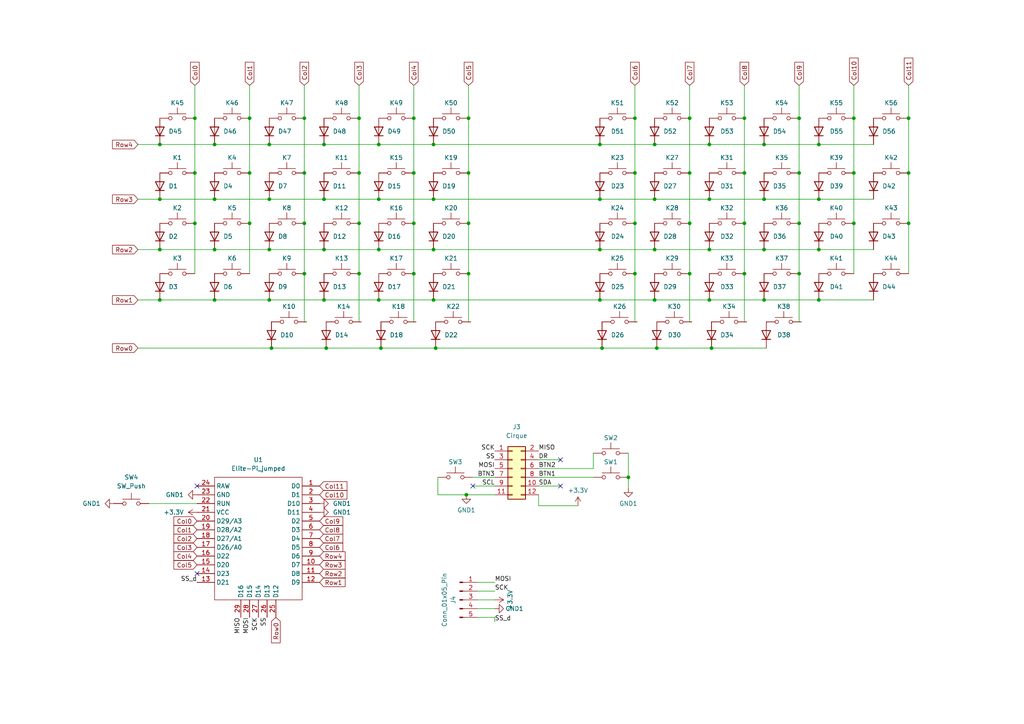
<source format=kicad_sch>
(kicad_sch
	(version 20231120)
	(generator "eeschema")
	(generator_version "8.0")
	(uuid "5bc47f62-110f-4a58-a60a-478bb74d7123")
	(paper "A4")
	(title_block
		(title "monoblock56")
		(date "2024-09-27")
		(rev "1.1.0")
		(company "polymachine")
	)
	
	(junction
		(at 135.89 79.375)
		(diameter 0)
		(color 0 0 0 0)
		(uuid "023b055a-9a39-4ba0-a21f-3df4c09bad6a")
	)
	(junction
		(at 173.99 72.39)
		(diameter 0)
		(color 0 0 0 0)
		(uuid "03d6d6c5-81d5-40e7-8541-5af7fdd48ea3")
	)
	(junction
		(at 109.855 86.995)
		(diameter 0)
		(color 0 0 0 0)
		(uuid "04161779-519d-4737-8a68-bbd7dce32e88")
	)
	(junction
		(at 247.65 64.77)
		(diameter 0)
		(color 0 0 0 0)
		(uuid "0500f07c-f117-4a7c-9443-3c1d002d9063")
	)
	(junction
		(at 62.23 72.39)
		(diameter 0)
		(color 0 0 0 0)
		(uuid "078d72ee-7184-4161-80cd-b05636198640")
	)
	(junction
		(at 109.855 72.39)
		(diameter 0)
		(color 0 0 0 0)
		(uuid "0904ead4-e9d4-4ce3-81b9-54b34ba927b3")
	)
	(junction
		(at 263.525 34.29)
		(diameter 0)
		(color 0 0 0 0)
		(uuid "0ab8efae-5c19-4a3a-b3ea-9e5bb4219833")
	)
	(junction
		(at 135.89 64.77)
		(diameter 0)
		(color 0 0 0 0)
		(uuid "0c62fb24-543c-4884-9cb2-a7887b650bc5")
	)
	(junction
		(at 200.025 79.375)
		(diameter 0)
		(color 0 0 0 0)
		(uuid "0ce9b8f7-5982-42a6-be3a-881e70ece539")
	)
	(junction
		(at 173.99 41.91)
		(diameter 0)
		(color 0 0 0 0)
		(uuid "0ec4d604-3d34-4f26-80a2-1a1bf2d9655b")
	)
	(junction
		(at 215.9 79.375)
		(diameter 0)
		(color 0 0 0 0)
		(uuid "124212fd-b6a7-4229-9149-736a6261724d")
	)
	(junction
		(at 125.73 41.91)
		(diameter 0)
		(color 0 0 0 0)
		(uuid "127ca26c-bb3a-4976-8555-1eac93594cf0")
	)
	(junction
		(at 221.615 57.785)
		(diameter 0)
		(color 0 0 0 0)
		(uuid "1cfa61bc-954d-4b51-9592-cdcd4fab3fab")
	)
	(junction
		(at 200.025 34.29)
		(diameter 0)
		(color 0 0 0 0)
		(uuid "1e23c47a-1483-44f8-a5e2-0115792b9102")
	)
	(junction
		(at 174.625 100.965)
		(diameter 0)
		(color 0 0 0 0)
		(uuid "2066460f-a414-476d-99b1-bf7849d43173")
	)
	(junction
		(at 88.265 79.375)
		(diameter 0)
		(color 0 0 0 0)
		(uuid "23d99e9c-088a-45d5-b0fc-b37bc8160606")
	)
	(junction
		(at 237.49 72.39)
		(diameter 0)
		(color 0 0 0 0)
		(uuid "24260e8f-ea23-430d-b6b7-9ec881bb9e63")
	)
	(junction
		(at 120.015 50.165)
		(diameter 0)
		(color 0 0 0 0)
		(uuid "24f2228e-579c-4eeb-9759-140c8afe09c7")
	)
	(junction
		(at 93.98 57.785)
		(diameter 0)
		(color 0 0 0 0)
		(uuid "2575d3ba-850e-4079-98a2-ee2b5c8b1ae3")
	)
	(junction
		(at 205.74 86.995)
		(diameter 0)
		(color 0 0 0 0)
		(uuid "260f675d-bdd7-449f-bdf1-4698934a5b8c")
	)
	(junction
		(at 200.025 64.77)
		(diameter 0)
		(color 0 0 0 0)
		(uuid "2ae3dbe9-c84f-4ad2-a65a-950e1b221262")
	)
	(junction
		(at 189.865 86.995)
		(diameter 0)
		(color 0 0 0 0)
		(uuid "2cbba902-0b57-4a69-9bd1-8834f21637c5")
	)
	(junction
		(at 110.49 100.965)
		(diameter 0)
		(color 0 0 0 0)
		(uuid "2cde22bc-769e-47cd-9978-05412f8dbad2")
	)
	(junction
		(at 72.39 34.29)
		(diameter 0)
		(color 0 0 0 0)
		(uuid "2d03e459-8caf-442b-a6c8-09fa1ff6fac4")
	)
	(junction
		(at 62.23 41.91)
		(diameter 0)
		(color 0 0 0 0)
		(uuid "34aaafb8-406f-46cc-aa44-582af90777c3")
	)
	(junction
		(at 120.015 64.77)
		(diameter 0)
		(color 0 0 0 0)
		(uuid "362fdc9a-1b49-47ce-b8ea-0b73c0d0ef44")
	)
	(junction
		(at 46.355 57.785)
		(diameter 0)
		(color 0 0 0 0)
		(uuid "425bde03-0358-4759-b0a2-f493a911e723")
	)
	(junction
		(at 263.525 50.165)
		(diameter 0)
		(color 0 0 0 0)
		(uuid "4393cd02-abf1-4f87-b573-ce54f2e15f87")
	)
	(junction
		(at 215.9 64.77)
		(diameter 0)
		(color 0 0 0 0)
		(uuid "44cbc5bc-e37a-492e-b945-4a349d804946")
	)
	(junction
		(at 221.615 86.995)
		(diameter 0)
		(color 0 0 0 0)
		(uuid "4669672a-5415-434a-8885-a03f18f14ec4")
	)
	(junction
		(at 205.74 72.39)
		(diameter 0)
		(color 0 0 0 0)
		(uuid "4f8473af-d51a-4b89-9deb-53dd7f96b0e8")
	)
	(junction
		(at 215.9 50.165)
		(diameter 0)
		(color 0 0 0 0)
		(uuid "510e92f4-ea3b-48a5-a956-fdefdbba435c")
	)
	(junction
		(at 120.015 34.29)
		(diameter 0)
		(color 0 0 0 0)
		(uuid "52f3970f-16fc-4f47-8e87-2aac9cd4b736")
	)
	(junction
		(at 205.74 57.785)
		(diameter 0)
		(color 0 0 0 0)
		(uuid "5393641b-4a00-4010-9d7b-9abe12d19087")
	)
	(junction
		(at 184.15 64.77)
		(diameter 0)
		(color 0 0 0 0)
		(uuid "53f288a1-e4a8-4298-ab05-6161f0e2ea3d")
	)
	(junction
		(at 215.9 34.29)
		(diameter 0)
		(color 0 0 0 0)
		(uuid "54bd4eee-253a-4159-9592-8681e5ec4dba")
	)
	(junction
		(at 88.265 34.29)
		(diameter 0)
		(color 0 0 0 0)
		(uuid "563bd0ac-d278-469b-ae1a-3a5964ac887c")
	)
	(junction
		(at 231.775 79.375)
		(diameter 0)
		(color 0 0 0 0)
		(uuid "57957a79-6417-4006-a9b5-0fb0901095ee")
	)
	(junction
		(at 94.615 100.965)
		(diameter 0)
		(color 0 0 0 0)
		(uuid "57beed3c-df84-4c28-90b2-0fec8e43efde")
	)
	(junction
		(at 62.23 57.785)
		(diameter 0)
		(color 0 0 0 0)
		(uuid "582566dd-cbc7-44ec-a778-3e4e9f7065a3")
	)
	(junction
		(at 190.5 100.965)
		(diameter 0)
		(color 0 0 0 0)
		(uuid "5a4d2abb-56b1-4c50-aa4d-a3aa1c5de39f")
	)
	(junction
		(at 46.355 41.91)
		(diameter 0)
		(color 0 0 0 0)
		(uuid "5eb52571-d1d1-4cfc-ac33-3d866507d72b")
	)
	(junction
		(at 231.775 64.77)
		(diameter 0)
		(color 0 0 0 0)
		(uuid "5f5c2bd5-6dc4-48cc-98ee-33253bfc705a")
	)
	(junction
		(at 56.515 34.29)
		(diameter 0)
		(color 0 0 0 0)
		(uuid "5fc49fc8-7903-403f-a31b-940e82199966")
	)
	(junction
		(at 72.39 64.77)
		(diameter 0)
		(color 0 0 0 0)
		(uuid "5fe450f8-4326-4e0b-b107-233e36c5e7c5")
	)
	(junction
		(at 88.265 64.77)
		(diameter 0)
		(color 0 0 0 0)
		(uuid "60de8e89-358f-49ae-b451-2bac63cc9be3")
	)
	(junction
		(at 237.49 41.91)
		(diameter 0)
		(color 0 0 0 0)
		(uuid "61163469-9b3d-4051-8394-cb021e980f4e")
	)
	(junction
		(at 56.515 64.77)
		(diameter 0)
		(color 0 0 0 0)
		(uuid "61933bbc-b087-49cd-a487-ec4164760523")
	)
	(junction
		(at 78.105 72.39)
		(diameter 0)
		(color 0 0 0 0)
		(uuid "65dd7485-857d-40a8-8d55-2cfd6abe6783")
	)
	(junction
		(at 184.15 34.29)
		(diameter 0)
		(color 0 0 0 0)
		(uuid "65e2c634-eb0e-4927-aa2b-9932f3b65e15")
	)
	(junction
		(at 78.105 86.995)
		(diameter 0)
		(color 0 0 0 0)
		(uuid "67122ea0-eea0-4aa7-aa77-20f08d260336")
	)
	(junction
		(at 62.23 86.995)
		(diameter 0)
		(color 0 0 0 0)
		(uuid "695b177e-a1f6-4100-a6a9-28298d23f49f")
	)
	(junction
		(at 46.355 86.995)
		(diameter 0)
		(color 0 0 0 0)
		(uuid "6bb771e6-11e5-4770-99ac-23f76735d34a")
	)
	(junction
		(at 72.39 50.165)
		(diameter 0)
		(color 0 0 0 0)
		(uuid "6c7f9db2-4278-498e-a012-0db680ba1fd6")
	)
	(junction
		(at 231.775 50.165)
		(diameter 0)
		(color 0 0 0 0)
		(uuid "6ffdb6a2-ff4f-48e0-bd3b-9317e7bdbf64")
	)
	(junction
		(at 237.49 86.995)
		(diameter 0)
		(color 0 0 0 0)
		(uuid "72165c26-98fc-43f5-8345-f91e698d9285")
	)
	(junction
		(at 189.865 72.39)
		(diameter 0)
		(color 0 0 0 0)
		(uuid "7812813b-8902-45df-8729-8dae5790fe8c")
	)
	(junction
		(at 88.265 50.165)
		(diameter 0)
		(color 0 0 0 0)
		(uuid "78d3853e-a138-49c2-b89d-54d02e88b7dc")
	)
	(junction
		(at 125.73 86.995)
		(diameter 0)
		(color 0 0 0 0)
		(uuid "7a851da1-0a07-4088-bc17-f2edb4885f0e")
	)
	(junction
		(at 56.515 50.165)
		(diameter 0)
		(color 0 0 0 0)
		(uuid "7db1464d-4a22-4065-a6c0-f11973885f0a")
	)
	(junction
		(at 263.525 64.77)
		(diameter 0)
		(color 0 0 0 0)
		(uuid "80c6cdd5-a0ac-4c8f-a493-00e04363a39f")
	)
	(junction
		(at 221.615 41.91)
		(diameter 0)
		(color 0 0 0 0)
		(uuid "83609bea-3018-46a0-96a6-9e1ae447c58c")
	)
	(junction
		(at 135.89 50.165)
		(diameter 0)
		(color 0 0 0 0)
		(uuid "8410f460-858a-4034-a2a5-c9cc4e1c3a70")
	)
	(junction
		(at 126.365 100.965)
		(diameter 0)
		(color 0 0 0 0)
		(uuid "84e92dd3-f3ff-4829-85f4-209d9958ad62")
	)
	(junction
		(at 247.65 50.165)
		(diameter 0)
		(color 0 0 0 0)
		(uuid "94e6225b-12f3-4f9f-a7ef-a53f02d2b22e")
	)
	(junction
		(at 78.74 100.965)
		(diameter 0)
		(color 0 0 0 0)
		(uuid "95f12534-921c-467d-bf62-90cff9b6ad64")
	)
	(junction
		(at 206.375 100.965)
		(diameter 0)
		(color 0 0 0 0)
		(uuid "9a117fef-17c6-4375-a600-300dbb963053")
	)
	(junction
		(at 231.775 34.29)
		(diameter 0)
		(color 0 0 0 0)
		(uuid "a0f9a90b-25ba-4438-b0f1-1123464291b3")
	)
	(junction
		(at 221.615 72.39)
		(diameter 0)
		(color 0 0 0 0)
		(uuid "a1fe54e9-0d2f-4da0-91e2-29ec8184f5bf")
	)
	(junction
		(at 184.15 79.375)
		(diameter 0)
		(color 0 0 0 0)
		(uuid "abeb194b-80fc-41e9-88fe-21f7ee9e1571")
	)
	(junction
		(at 135.89 34.29)
		(diameter 0)
		(color 0 0 0 0)
		(uuid "aca3dc9a-f5bb-4691-a6f3-60f17ff572d4")
	)
	(junction
		(at 182.245 138.43)
		(diameter 0)
		(color 0 0 0 0)
		(uuid "adff8398-18dc-4d52-8ae3-e26490888d28")
	)
	(junction
		(at 200.025 50.165)
		(diameter 0)
		(color 0 0 0 0)
		(uuid "ae462ac2-8b9f-478a-9ef6-a5736eb8e540")
	)
	(junction
		(at 189.865 41.91)
		(diameter 0)
		(color 0 0 0 0)
		(uuid "b125db6f-92fb-4ab7-b11a-ad19e80796b8")
	)
	(junction
		(at 78.105 41.91)
		(diameter 0)
		(color 0 0 0 0)
		(uuid "b17a103a-269d-4541-bbd0-5bf9835651fa")
	)
	(junction
		(at 173.99 57.785)
		(diameter 0)
		(color 0 0 0 0)
		(uuid "b5c7ecc4-3210-4ae7-b36b-379ff359c104")
	)
	(junction
		(at 46.355 72.39)
		(diameter 0)
		(color 0 0 0 0)
		(uuid "b5ef970f-6ddd-4f76-9a6e-4c9ef976299b")
	)
	(junction
		(at 189.865 57.785)
		(diameter 0)
		(color 0 0 0 0)
		(uuid "b688810e-1f8c-4816-a36e-546d8fd5b78c")
	)
	(junction
		(at 93.98 41.91)
		(diameter 0)
		(color 0 0 0 0)
		(uuid "b9958733-8021-4f3c-a66a-c4567f102303")
	)
	(junction
		(at 247.65 34.29)
		(diameter 0)
		(color 0 0 0 0)
		(uuid "bd82cd42-c018-4e8e-b422-3b322814e634")
	)
	(junction
		(at 135.255 143.51)
		(diameter 0)
		(color 0 0 0 0)
		(uuid "beb4961b-b2bc-449e-80d5-de4cd761f061")
	)
	(junction
		(at 125.73 72.39)
		(diameter 0)
		(color 0 0 0 0)
		(uuid "c7a03402-ff89-4014-aba3-b9ce27efdc0e")
	)
	(junction
		(at 125.73 57.785)
		(diameter 0)
		(color 0 0 0 0)
		(uuid "c7d36d29-54ca-459e-86b5-0a816115c833")
	)
	(junction
		(at 109.855 57.785)
		(diameter 0)
		(color 0 0 0 0)
		(uuid "c8f6a25a-bddd-4032-9421-680e538e3ef5")
	)
	(junction
		(at 93.98 86.995)
		(diameter 0)
		(color 0 0 0 0)
		(uuid "cd2d9525-0c87-4860-804a-36a482470b0d")
	)
	(junction
		(at 104.14 50.165)
		(diameter 0)
		(color 0 0 0 0)
		(uuid "cdb43dc8-5b5d-46a7-89a5-05be71276cff")
	)
	(junction
		(at 93.98 72.39)
		(diameter 0)
		(color 0 0 0 0)
		(uuid "d08eea65-2bc5-49c9-850a-0a0ce5bb3cf2")
	)
	(junction
		(at 104.14 34.29)
		(diameter 0)
		(color 0 0 0 0)
		(uuid "d5004b4f-35fa-4b32-91b6-a401867fc4b1")
	)
	(junction
		(at 78.105 57.785)
		(diameter 0)
		(color 0 0 0 0)
		(uuid "d7c646fe-05fc-4f28-9af7-f4d7c9ae1008")
	)
	(junction
		(at 104.14 79.375)
		(diameter 0)
		(color 0 0 0 0)
		(uuid "de06b982-8f87-4fa5-8601-878ff075c648")
	)
	(junction
		(at 184.15 50.165)
		(diameter 0)
		(color 0 0 0 0)
		(uuid "e005aa63-0369-496e-a663-e44caa565f3a")
	)
	(junction
		(at 237.49 57.785)
		(diameter 0)
		(color 0 0 0 0)
		(uuid "e42e3ae8-015e-4d6a-ab27-162b023f54d4")
	)
	(junction
		(at 173.99 86.995)
		(diameter 0)
		(color 0 0 0 0)
		(uuid "e96b066b-9047-4ade-9c5a-2a167a64cb11")
	)
	(junction
		(at 120.015 79.375)
		(diameter 0)
		(color 0 0 0 0)
		(uuid "ef91f9cc-3219-4d96-a18e-bff4623630a1")
	)
	(junction
		(at 205.74 41.91)
		(diameter 0)
		(color 0 0 0 0)
		(uuid "f06eb8b5-58e6-4b18-9c20-4400dac85452")
	)
	(junction
		(at 109.855 41.91)
		(diameter 0)
		(color 0 0 0 0)
		(uuid "f1a5ea9d-0a68-4e20-82c6-905ae794a074")
	)
	(junction
		(at 104.14 64.77)
		(diameter 0)
		(color 0 0 0 0)
		(uuid "f9825806-9caa-40c6-9161-034331c4d233")
	)
	(no_connect
		(at 57.15 140.97)
		(uuid "2e07ebef-ca08-4830-a19e-30b21e56ca1d")
	)
	(no_connect
		(at 162.56 140.97)
		(uuid "4e3147ba-96db-4be7-a4d9-a57d95c25cdb")
	)
	(no_connect
		(at 137.16 140.97)
		(uuid "e2b04516-3ecb-4757-ad67-c771b640cb3c")
	)
	(no_connect
		(at 57.15 166.37)
		(uuid "e893a54c-f207-4b02-a278-df475f398ad9")
	)
	(no_connect
		(at 162.56 133.35)
		(uuid "e9edf130-881b-40a5-ad45-346d153450da")
	)
	(wire
		(pts
			(xy 127 143.51) (xy 135.255 143.51)
		)
		(stroke
			(width 0)
			(type default)
		)
		(uuid "03f36203-15ac-4c82-bcbf-6aa421d993df")
	)
	(wire
		(pts
			(xy 88.265 50.165) (xy 88.265 64.77)
		)
		(stroke
			(width 0)
			(type default)
		)
		(uuid "07ac247c-b7d2-4807-8af0-5921444360a3")
	)
	(wire
		(pts
			(xy 184.15 64.77) (xy 184.15 79.375)
		)
		(stroke
			(width 0)
			(type default)
		)
		(uuid "07cde970-38c1-4beb-b0f1-96af70fa961f")
	)
	(wire
		(pts
			(xy 263.525 34.29) (xy 263.525 50.165)
		)
		(stroke
			(width 0)
			(type default)
		)
		(uuid "0b73a6b1-021f-44db-9c0e-0a8786188aab")
	)
	(wire
		(pts
			(xy 135.89 79.375) (xy 135.89 93.345)
		)
		(stroke
			(width 0)
			(type default)
		)
		(uuid "0bd25176-aadb-4346-991a-35ff6f6b8b9d")
	)
	(wire
		(pts
			(xy 56.515 24.765) (xy 56.515 34.29)
		)
		(stroke
			(width 0)
			(type default)
		)
		(uuid "0d26eaf1-85ee-464c-9986-71f9a86a8be1")
	)
	(wire
		(pts
			(xy 182.245 131.445) (xy 182.245 138.43)
		)
		(stroke
			(width 0)
			(type default)
		)
		(uuid "0d90478c-4c92-4341-b895-94d423e97ad4")
	)
	(wire
		(pts
			(xy 184.15 79.375) (xy 184.15 93.345)
		)
		(stroke
			(width 0)
			(type default)
		)
		(uuid "10c64143-58fe-4e0f-9138-228d2a35467f")
	)
	(wire
		(pts
			(xy 40.005 100.965) (xy 78.74 100.965)
		)
		(stroke
			(width 0)
			(type default)
		)
		(uuid "13595baf-d1d5-4113-9d74-1458e7bfd247")
	)
	(wire
		(pts
			(xy 135.89 64.77) (xy 135.89 79.375)
		)
		(stroke
			(width 0)
			(type default)
		)
		(uuid "143bf5d1-75bf-4dc7-ac90-aca6f35d8323")
	)
	(wire
		(pts
			(xy 205.74 41.91) (xy 221.615 41.91)
		)
		(stroke
			(width 0)
			(type default)
		)
		(uuid "16bf4591-dbb6-4437-a2d7-2d9b70676de0")
	)
	(wire
		(pts
			(xy 231.775 93.345) (xy 232.41 93.345)
		)
		(stroke
			(width 0)
			(type default)
		)
		(uuid "18620d7e-5a04-47aa-805c-c89cc333bec8")
	)
	(wire
		(pts
			(xy 40.005 72.39) (xy 46.355 72.39)
		)
		(stroke
			(width 0)
			(type default)
		)
		(uuid "18ff6350-82d0-493d-9574-8166bf5e15d3")
	)
	(wire
		(pts
			(xy 189.865 72.39) (xy 205.74 72.39)
		)
		(stroke
			(width 0)
			(type default)
		)
		(uuid "198088dc-3384-4f95-8019-b1d133a3a994")
	)
	(wire
		(pts
			(xy 104.14 50.165) (xy 104.14 64.77)
		)
		(stroke
			(width 0)
			(type default)
		)
		(uuid "1b295bd1-abc3-48e2-99c7-699aa9e5a31a")
	)
	(wire
		(pts
			(xy 221.615 86.995) (xy 237.49 86.995)
		)
		(stroke
			(width 0)
			(type default)
		)
		(uuid "1d080c75-69c4-4bc8-be3e-e7637f5ed90e")
	)
	(wire
		(pts
			(xy 40.005 41.91) (xy 46.355 41.91)
		)
		(stroke
			(width 0)
			(type default)
		)
		(uuid "1f8ab16d-ae72-46b3-937c-4f422d6fdbbd")
	)
	(wire
		(pts
			(xy 237.49 72.39) (xy 253.365 72.39)
		)
		(stroke
			(width 0)
			(type default)
		)
		(uuid "2202cb10-4c1b-49ed-b5e3-ab6ab49afbea")
	)
	(wire
		(pts
			(xy 120.015 50.165) (xy 120.015 64.77)
		)
		(stroke
			(width 0)
			(type default)
		)
		(uuid "23d6ab94-3be2-4911-9de5-5b518970baef")
	)
	(wire
		(pts
			(xy 78.105 57.785) (xy 93.98 57.785)
		)
		(stroke
			(width 0)
			(type default)
		)
		(uuid "24d6c067-8a7e-43a6-a545-bca0401757a8")
	)
	(wire
		(pts
			(xy 78.105 86.995) (xy 93.98 86.995)
		)
		(stroke
			(width 0)
			(type default)
		)
		(uuid "24ef57b5-6650-44d1-b0f3-b3f66ec56022")
	)
	(wire
		(pts
			(xy 143.51 168.91) (xy 138.43 168.91)
		)
		(stroke
			(width 0)
			(type default)
		)
		(uuid "27f30084-aeae-4048-a5f2-ba2bf6eb3354")
	)
	(wire
		(pts
			(xy 143.51 179.07) (xy 138.43 179.07)
		)
		(stroke
			(width 0)
			(type default)
		)
		(uuid "282913e1-34e0-4f0e-96f3-a42ab09ab275")
	)
	(wire
		(pts
			(xy 215.9 93.345) (xy 216.535 93.345)
		)
		(stroke
			(width 0)
			(type default)
		)
		(uuid "28a0c9bd-a426-4afd-b8c8-d00474af94e3")
	)
	(wire
		(pts
			(xy 109.855 57.785) (xy 125.73 57.785)
		)
		(stroke
			(width 0)
			(type default)
		)
		(uuid "29fd75c5-a4a5-40de-887f-019c324bdb28")
	)
	(wire
		(pts
			(xy 110.49 100.965) (xy 126.365 100.965)
		)
		(stroke
			(width 0)
			(type default)
		)
		(uuid "2a5d9bd5-2728-47b0-ac11-08d4f430af96")
	)
	(wire
		(pts
			(xy 200.025 50.165) (xy 200.025 64.77)
		)
		(stroke
			(width 0)
			(type default)
		)
		(uuid "2a72fb9f-84bf-4516-8500-f8febcde5f8b")
	)
	(wire
		(pts
			(xy 189.865 86.995) (xy 205.74 86.995)
		)
		(stroke
			(width 0)
			(type default)
		)
		(uuid "2b2919b4-b18d-438a-b049-4cb6f4b822ac")
	)
	(wire
		(pts
			(xy 263.525 64.77) (xy 263.525 79.375)
		)
		(stroke
			(width 0)
			(type default)
		)
		(uuid "2c5f5b06-226b-45a1-a287-ac904faffeb0")
	)
	(wire
		(pts
			(xy 200.025 79.375) (xy 200.025 93.345)
		)
		(stroke
			(width 0)
			(type default)
		)
		(uuid "2e2c0ba8-879f-42a0-81dc-fd77d200be05")
	)
	(wire
		(pts
			(xy 56.515 50.165) (xy 56.515 64.77)
		)
		(stroke
			(width 0)
			(type default)
		)
		(uuid "2efed9ee-93aa-4e8f-b372-972634b890ef")
	)
	(wire
		(pts
			(xy 127 138.43) (xy 127 143.51)
		)
		(stroke
			(width 0)
			(type default)
		)
		(uuid "30b7cb67-c670-4078-9756-58f2dd40eb21")
	)
	(wire
		(pts
			(xy 215.9 34.29) (xy 215.9 50.165)
		)
		(stroke
			(width 0)
			(type default)
		)
		(uuid "31987bb9-4582-430c-b97a-f7a4a6e60257")
	)
	(wire
		(pts
			(xy 174.625 100.965) (xy 190.5 100.965)
		)
		(stroke
			(width 0)
			(type default)
		)
		(uuid "383c041f-171e-417c-9e06-fffd17db93e4")
	)
	(wire
		(pts
			(xy 205.74 57.785) (xy 221.615 57.785)
		)
		(stroke
			(width 0)
			(type default)
		)
		(uuid "3876fe7a-d5d1-4a39-b98b-5a3bef572fb6")
	)
	(wire
		(pts
			(xy 200.025 64.77) (xy 200.025 79.375)
		)
		(stroke
			(width 0)
			(type default)
		)
		(uuid "392d8aad-238b-4646-96ac-3b36099d435b")
	)
	(wire
		(pts
			(xy 104.14 93.345) (xy 104.775 93.345)
		)
		(stroke
			(width 0)
			(type default)
		)
		(uuid "3cb9e9fe-c126-4af1-9adf-8aae4871e609")
	)
	(wire
		(pts
			(xy 109.855 72.39) (xy 125.73 72.39)
		)
		(stroke
			(width 0)
			(type default)
		)
		(uuid "3f775bfe-4d45-4d32-a371-434b9e30da9f")
	)
	(wire
		(pts
			(xy 137.16 138.43) (xy 143.51 138.43)
		)
		(stroke
			(width 0)
			(type default)
		)
		(uuid "402432e2-c5fd-406f-8e95-1b0c4a87e1bf")
	)
	(wire
		(pts
			(xy 200.025 93.345) (xy 200.66 93.345)
		)
		(stroke
			(width 0)
			(type default)
		)
		(uuid "42adf206-556d-4e72-8372-f85de19341f3")
	)
	(wire
		(pts
			(xy 205.74 72.39) (xy 221.615 72.39)
		)
		(stroke
			(width 0)
			(type default)
		)
		(uuid "438cf069-4c7e-4601-80cc-afdd510cfcb7")
	)
	(wire
		(pts
			(xy 237.49 41.91) (xy 253.365 41.91)
		)
		(stroke
			(width 0)
			(type default)
		)
		(uuid "4394e906-ab6a-4957-bbbf-86f1d12f832d")
	)
	(wire
		(pts
			(xy 173.99 57.785) (xy 189.865 57.785)
		)
		(stroke
			(width 0)
			(type default)
		)
		(uuid "43e297c4-8481-4295-a0e5-8f0fabcbd168")
	)
	(wire
		(pts
			(xy 109.855 86.995) (xy 125.73 86.995)
		)
		(stroke
			(width 0)
			(type default)
		)
		(uuid "46ce7d3e-fb47-4172-8b18-88c728827058")
	)
	(wire
		(pts
			(xy 46.355 72.39) (xy 62.23 72.39)
		)
		(stroke
			(width 0)
			(type default)
		)
		(uuid "4abeaafa-7846-4298-a07f-dd848a43ef14")
	)
	(wire
		(pts
			(xy 43.18 146.05) (xy 57.15 146.05)
		)
		(stroke
			(width 0)
			(type default)
		)
		(uuid "50ce85e5-7a54-4855-9f68-f6adc73ad128")
	)
	(wire
		(pts
			(xy 143.51 176.53) (xy 138.43 176.53)
		)
		(stroke
			(width 0)
			(type default)
		)
		(uuid "51067fdc-5313-45db-9534-637558ba2d03")
	)
	(wire
		(pts
			(xy 120.015 93.345) (xy 120.65 93.345)
		)
		(stroke
			(width 0)
			(type default)
		)
		(uuid "513c655a-251f-43ed-8281-212b27321227")
	)
	(wire
		(pts
			(xy 88.265 24.765) (xy 88.265 34.29)
		)
		(stroke
			(width 0)
			(type default)
		)
		(uuid "5145aca9-892c-41dd-b677-cdc5f8736cf6")
	)
	(wire
		(pts
			(xy 143.51 173.99) (xy 138.43 173.99)
		)
		(stroke
			(width 0)
			(type default)
		)
		(uuid "523c06a2-4a10-449b-acc2-9f6839a5477f")
	)
	(wire
		(pts
			(xy 247.65 24.765) (xy 247.65 34.29)
		)
		(stroke
			(width 0)
			(type default)
		)
		(uuid "53679eaf-db83-4b19-bb26-3a7d5eae2a39")
	)
	(wire
		(pts
			(xy 184.15 50.165) (xy 184.15 64.77)
		)
		(stroke
			(width 0)
			(type default)
		)
		(uuid "571c76c3-6b45-4fc0-a82c-9aed1b986ed1")
	)
	(wire
		(pts
			(xy 104.14 64.77) (xy 104.14 79.375)
		)
		(stroke
			(width 0)
			(type default)
		)
		(uuid "57d430f3-da56-449a-8667-e5cc05df54af")
	)
	(wire
		(pts
			(xy 62.23 57.785) (xy 78.105 57.785)
		)
		(stroke
			(width 0)
			(type default)
		)
		(uuid "59c94aac-afe9-4d23-9c13-0cb289e36ede")
	)
	(wire
		(pts
			(xy 62.23 72.39) (xy 78.105 72.39)
		)
		(stroke
			(width 0)
			(type default)
		)
		(uuid "5a07f330-3ac1-428b-bfce-df5c5d8ab065")
	)
	(wire
		(pts
			(xy 247.65 64.77) (xy 247.65 79.375)
		)
		(stroke
			(width 0)
			(type default)
		)
		(uuid "5ccf3505-1c25-4b83-83b1-619b343a6237")
	)
	(wire
		(pts
			(xy 88.265 79.375) (xy 88.265 93.345)
		)
		(stroke
			(width 0)
			(type default)
		)
		(uuid "5eeb349e-95a7-428c-89d5-b0eae41ca189")
	)
	(wire
		(pts
			(xy 104.14 34.29) (xy 104.14 50.165)
		)
		(stroke
			(width 0)
			(type default)
		)
		(uuid "5f969201-b5c1-4d80-b075-e7d51f005030")
	)
	(wire
		(pts
			(xy 173.99 86.995) (xy 189.865 86.995)
		)
		(stroke
			(width 0)
			(type default)
		)
		(uuid "5fe49eb0-2000-4ce6-aa16-fce864b31e1f")
	)
	(wire
		(pts
			(xy 263.525 24.765) (xy 263.525 34.29)
		)
		(stroke
			(width 0)
			(type default)
		)
		(uuid "5fead1b1-71fc-4ec0-9780-a9b9b7289990")
	)
	(wire
		(pts
			(xy 182.245 141.605) (xy 182.245 138.43)
		)
		(stroke
			(width 0)
			(type default)
		)
		(uuid "629f3f8d-6865-4694-9c2d-33bd13d5a2ba")
	)
	(wire
		(pts
			(xy 93.98 41.91) (xy 109.855 41.91)
		)
		(stroke
			(width 0)
			(type default)
		)
		(uuid "62fa12d1-a303-4ec9-b0f0-5899e0b06ada")
	)
	(wire
		(pts
			(xy 93.98 72.39) (xy 109.855 72.39)
		)
		(stroke
			(width 0)
			(type default)
		)
		(uuid "640691a3-ff17-4791-a7aa-84b6c7dbb052")
	)
	(wire
		(pts
			(xy 137.16 140.97) (xy 143.51 140.97)
		)
		(stroke
			(width 0)
			(type default)
		)
		(uuid "6589c0b7-77d6-40e7-a30c-1f1390ee2c21")
	)
	(wire
		(pts
			(xy 247.65 34.29) (xy 247.65 50.165)
		)
		(stroke
			(width 0)
			(type default)
		)
		(uuid "67d18b6d-bae4-44a8-8387-b33fd70401d8")
	)
	(wire
		(pts
			(xy 62.23 41.91) (xy 78.105 41.91)
		)
		(stroke
			(width 0)
			(type default)
		)
		(uuid "69e8414b-a489-4f17-8139-794aa6e83370")
	)
	(wire
		(pts
			(xy 72.39 24.765) (xy 72.39 34.29)
		)
		(stroke
			(width 0)
			(type default)
		)
		(uuid "6c3a8f56-8406-4436-8f71-3d03ec28812f")
	)
	(wire
		(pts
			(xy 78.74 100.965) (xy 94.615 100.965)
		)
		(stroke
			(width 0)
			(type default)
		)
		(uuid "6cebf75e-e61c-4ea8-8c49-68dab8f215c1")
	)
	(wire
		(pts
			(xy 72.39 50.165) (xy 72.39 64.77)
		)
		(stroke
			(width 0)
			(type default)
		)
		(uuid "6d58ca58-3e7d-4082-945d-f48efe349875")
	)
	(wire
		(pts
			(xy 162.56 140.97) (xy 156.21 140.97)
		)
		(stroke
			(width 0)
			(type default)
		)
		(uuid "6e5ee1d9-2910-48fb-b7d1-530e1cd36274")
	)
	(wire
		(pts
			(xy 200.025 24.765) (xy 200.025 34.29)
		)
		(stroke
			(width 0)
			(type default)
		)
		(uuid "6fdd6de6-bde4-48a8-83b6-08b9908ada56")
	)
	(wire
		(pts
			(xy 56.515 34.29) (xy 56.515 50.165)
		)
		(stroke
			(width 0)
			(type default)
		)
		(uuid "71c7740c-aab5-4fb9-beec-70dc393a377f")
	)
	(wire
		(pts
			(xy 120.015 79.375) (xy 120.015 93.345)
		)
		(stroke
			(width 0)
			(type default)
		)
		(uuid "72eaf75b-382d-4242-aa38-7e69b96cb1a6")
	)
	(wire
		(pts
			(xy 221.615 72.39) (xy 237.49 72.39)
		)
		(stroke
			(width 0)
			(type default)
		)
		(uuid "72ec7663-4aff-43ac-9898-cddc2e02e16a")
	)
	(wire
		(pts
			(xy 221.615 41.91) (xy 237.49 41.91)
		)
		(stroke
			(width 0)
			(type default)
		)
		(uuid "74f1dc63-0d6d-4822-9c98-be966a01f09e")
	)
	(wire
		(pts
			(xy 173.99 72.39) (xy 189.865 72.39)
		)
		(stroke
			(width 0)
			(type default)
		)
		(uuid "7ad6833c-8937-443a-885f-bd1163dcf22c")
	)
	(wire
		(pts
			(xy 205.74 86.995) (xy 221.615 86.995)
		)
		(stroke
			(width 0)
			(type default)
		)
		(uuid "7c50046d-3fa0-4347-a61a-4cca33a0fad9")
	)
	(wire
		(pts
			(xy 184.15 93.345) (xy 184.785 93.345)
		)
		(stroke
			(width 0)
			(type default)
		)
		(uuid "7c6d37f4-d549-40b0-b4ab-53ad08879a4c")
	)
	(wire
		(pts
			(xy 237.49 57.785) (xy 253.365 57.785)
		)
		(stroke
			(width 0)
			(type default)
		)
		(uuid "7d281dd6-e409-4247-b2fa-3e023f1b000d")
	)
	(wire
		(pts
			(xy 231.775 64.77) (xy 231.775 79.375)
		)
		(stroke
			(width 0)
			(type default)
		)
		(uuid "7e5d86af-633b-42cd-8fd1-8a0863a0ccbd")
	)
	(wire
		(pts
			(xy 88.265 93.345) (xy 88.9 93.345)
		)
		(stroke
			(width 0)
			(type default)
		)
		(uuid "81f01c45-d765-4ee8-9a34-48e0144bd89a")
	)
	(wire
		(pts
			(xy 156.21 143.51) (xy 156.21 146.685)
		)
		(stroke
			(width 0)
			(type default)
		)
		(uuid "852b746e-24fd-4de0-bd3d-4d7aaed22610")
	)
	(wire
		(pts
			(xy 184.15 24.765) (xy 184.15 34.29)
		)
		(stroke
			(width 0)
			(type default)
		)
		(uuid "8a907e79-6463-4aae-bdb7-0d8702e9a1e0")
	)
	(wire
		(pts
			(xy 120.015 34.29) (xy 120.015 50.165)
		)
		(stroke
			(width 0)
			(type default)
		)
		(uuid "8aec4a26-e1da-464f-bd02-9fbbdb3ec105")
	)
	(wire
		(pts
			(xy 135.89 50.165) (xy 135.89 64.77)
		)
		(stroke
			(width 0)
			(type default)
		)
		(uuid "8cdd1f2d-c47e-44f7-bacd-1838a8413538")
	)
	(wire
		(pts
			(xy 62.23 86.995) (xy 78.105 86.995)
		)
		(stroke
			(width 0)
			(type default)
		)
		(uuid "8d78c1a6-8407-44a2-93d6-73a77de1aa57")
	)
	(wire
		(pts
			(xy 88.265 34.29) (xy 88.265 50.165)
		)
		(stroke
			(width 0)
			(type default)
		)
		(uuid "8d9deaa4-0497-4ec1-8c16-7fbe8dcb1fd5")
	)
	(wire
		(pts
			(xy 120.015 24.765) (xy 120.015 34.29)
		)
		(stroke
			(width 0)
			(type default)
		)
		(uuid "8dc2efc9-c0b4-449e-8c62-277087f0a695")
	)
	(wire
		(pts
			(xy 40.005 86.995) (xy 46.355 86.995)
		)
		(stroke
			(width 0)
			(type default)
		)
		(uuid "90de1fb4-ca46-4bda-91e2-1bcc33544507")
	)
	(wire
		(pts
			(xy 156.21 135.89) (xy 172.085 135.89)
		)
		(stroke
			(width 0)
			(type default)
		)
		(uuid "94785e3a-de9e-49de-a061-c0e1646d52e6")
	)
	(wire
		(pts
			(xy 93.98 86.995) (xy 109.855 86.995)
		)
		(stroke
			(width 0)
			(type default)
		)
		(uuid "94e53a19-b2f3-4ae2-a7ec-259814300e19")
	)
	(wire
		(pts
			(xy 200.025 34.29) (xy 200.025 50.165)
		)
		(stroke
			(width 0)
			(type default)
		)
		(uuid "98bcdc37-b401-43d9-bb08-6ebfda8dfca5")
	)
	(wire
		(pts
			(xy 190.5 100.965) (xy 206.375 100.965)
		)
		(stroke
			(width 0)
			(type default)
		)
		(uuid "9bbb827f-e54d-4883-abd1-c2ffef08f09c")
	)
	(wire
		(pts
			(xy 126.365 100.965) (xy 174.625 100.965)
		)
		(stroke
			(width 0)
			(type default)
		)
		(uuid "9c89633e-9a28-4b42-94c6-3c70d2fff305")
	)
	(wire
		(pts
			(xy 143.51 180.34) (xy 143.51 179.07)
		)
		(stroke
			(width 0)
			(type default)
		)
		(uuid "9fd6d6b7-577e-44d4-bcc5-45d898445f67")
	)
	(wire
		(pts
			(xy 104.14 24.765) (xy 104.14 34.29)
		)
		(stroke
			(width 0)
			(type default)
		)
		(uuid "a07a741b-b159-4352-a126-baade23dbe72")
	)
	(wire
		(pts
			(xy 109.855 41.91) (xy 125.73 41.91)
		)
		(stroke
			(width 0)
			(type default)
		)
		(uuid "a09fd5c8-0635-4da4-8e34-417b0d55978c")
	)
	(wire
		(pts
			(xy 78.105 72.39) (xy 93.98 72.39)
		)
		(stroke
			(width 0)
			(type default)
		)
		(uuid "a2b5d02f-0937-422b-9ba5-bc730922791b")
	)
	(wire
		(pts
			(xy 231.775 24.765) (xy 231.775 34.29)
		)
		(stroke
			(width 0)
			(type default)
		)
		(uuid "a32e8602-3785-4103-95e0-d4a7cbbfe04e")
	)
	(wire
		(pts
			(xy 72.39 34.29) (xy 72.39 50.165)
		)
		(stroke
			(width 0)
			(type default)
		)
		(uuid "a41307af-582f-41c7-863f-efb8ef8e4017")
	)
	(wire
		(pts
			(xy 88.265 64.77) (xy 88.265 79.375)
		)
		(stroke
			(width 0)
			(type default)
		)
		(uuid "a5152771-96e5-4f84-9f07-02259d20b403")
	)
	(wire
		(pts
			(xy 94.615 100.965) (xy 110.49 100.965)
		)
		(stroke
			(width 0)
			(type default)
		)
		(uuid "a79e5cb9-6674-46ce-9d14-7fa1f9e24e9b")
	)
	(wire
		(pts
			(xy 231.775 34.29) (xy 231.775 50.165)
		)
		(stroke
			(width 0)
			(type default)
		)
		(uuid "a97a6732-add3-4cb4-8b30-44ccec941a8b")
	)
	(wire
		(pts
			(xy 135.89 24.765) (xy 135.89 34.29)
		)
		(stroke
			(width 0)
			(type default)
		)
		(uuid "ab172813-006d-4889-906b-6af15cab01c6")
	)
	(wire
		(pts
			(xy 206.375 100.965) (xy 222.25 100.965)
		)
		(stroke
			(width 0)
			(type default)
		)
		(uuid "abb1bf11-670d-4408-b6d7-5a6e05cf2a84")
	)
	(wire
		(pts
			(xy 215.9 50.165) (xy 215.9 64.77)
		)
		(stroke
			(width 0)
			(type default)
		)
		(uuid "acced1dd-592f-4215-ac79-f5bf917dd1ad")
	)
	(wire
		(pts
			(xy 46.355 41.91) (xy 62.23 41.91)
		)
		(stroke
			(width 0)
			(type default)
		)
		(uuid "af5c0826-cd0d-4146-a196-08d51ce85ada")
	)
	(wire
		(pts
			(xy 104.14 79.375) (xy 104.14 93.345)
		)
		(stroke
			(width 0)
			(type default)
		)
		(uuid "afb16efb-a58a-4bbf-8c5b-b5635a763d96")
	)
	(wire
		(pts
			(xy 46.355 57.785) (xy 62.23 57.785)
		)
		(stroke
			(width 0)
			(type default)
		)
		(uuid "b013543d-75c1-4d7a-8741-e1d6e83ee088")
	)
	(wire
		(pts
			(xy 143.51 171.45) (xy 138.43 171.45)
		)
		(stroke
			(width 0)
			(type default)
		)
		(uuid "b1dbdc7a-3e97-4922-add4-796a01585518")
	)
	(wire
		(pts
			(xy 156.21 146.685) (xy 167.64 146.685)
		)
		(stroke
			(width 0)
			(type default)
		)
		(uuid "b2786629-fda0-4d7a-a000-34dfacced962")
	)
	(wire
		(pts
			(xy 125.73 41.91) (xy 173.99 41.91)
		)
		(stroke
			(width 0)
			(type default)
		)
		(uuid "b3be6c6e-b7b0-4cb1-aa05-982ae31ad02b")
	)
	(wire
		(pts
			(xy 125.73 72.39) (xy 173.99 72.39)
		)
		(stroke
			(width 0)
			(type default)
		)
		(uuid "b884ca98-eae1-4c35-a705-e552c7e68810")
	)
	(wire
		(pts
			(xy 247.65 50.165) (xy 247.65 64.77)
		)
		(stroke
			(width 0)
			(type default)
		)
		(uuid "ba5cb844-fd2f-4c2a-89e2-c27bf2e030a9")
	)
	(wire
		(pts
			(xy 215.9 79.375) (xy 215.9 93.345)
		)
		(stroke
			(width 0)
			(type default)
		)
		(uuid "bddf7c67-6213-4f6b-bbac-2ef63a8b0622")
	)
	(wire
		(pts
			(xy 40.005 57.785) (xy 46.355 57.785)
		)
		(stroke
			(width 0)
			(type default)
		)
		(uuid "be2b91e4-75f5-48a7-81d1-21947c0afe79")
	)
	(wire
		(pts
			(xy 231.775 79.375) (xy 231.775 93.345)
		)
		(stroke
			(width 0)
			(type default)
		)
		(uuid "c499a562-800c-4afd-8b72-122b033e2195")
	)
	(wire
		(pts
			(xy 135.255 143.51) (xy 143.51 143.51)
		)
		(stroke
			(width 0)
			(type default)
		)
		(uuid "c545d262-60ff-4844-a0f7-f2f856bd15c9")
	)
	(wire
		(pts
			(xy 93.98 57.785) (xy 109.855 57.785)
		)
		(stroke
			(width 0)
			(type default)
		)
		(uuid "c6145012-0678-462b-a996-5ad876693102")
	)
	(wire
		(pts
			(xy 56.515 64.77) (xy 56.515 79.375)
		)
		(stroke
			(width 0)
			(type default)
		)
		(uuid "c6327681-3eb4-47cb-90d6-b84f67def9a3")
	)
	(wire
		(pts
			(xy 189.865 57.785) (xy 205.74 57.785)
		)
		(stroke
			(width 0)
			(type default)
		)
		(uuid "c6af8229-93d0-4b29-bc2c-c3c66f9deb84")
	)
	(wire
		(pts
			(xy 135.89 93.345) (xy 136.525 93.345)
		)
		(stroke
			(width 0)
			(type default)
		)
		(uuid "c72f3c82-02a5-4e19-bbf9-791d10ee4410")
	)
	(wire
		(pts
			(xy 221.615 57.785) (xy 237.49 57.785)
		)
		(stroke
			(width 0)
			(type default)
		)
		(uuid "c82cd804-00b5-4160-b3b6-501f1249c685")
	)
	(wire
		(pts
			(xy 231.775 50.165) (xy 231.775 64.77)
		)
		(stroke
			(width 0)
			(type default)
		)
		(uuid "cab5b782-2bbc-40b9-b47d-14a1c65cbb97")
	)
	(wire
		(pts
			(xy 120.015 64.77) (xy 120.015 79.375)
		)
		(stroke
			(width 0)
			(type default)
		)
		(uuid "cfe9b228-f175-4a87-9391-8c694832a233")
	)
	(wire
		(pts
			(xy 156.21 138.43) (xy 172.085 138.43)
		)
		(stroke
			(width 0)
			(type default)
		)
		(uuid "d45293a0-7c4f-4c33-a5a8-2dad5f518a31")
	)
	(wire
		(pts
			(xy 237.49 86.995) (xy 253.365 86.995)
		)
		(stroke
			(width 0)
			(type default)
		)
		(uuid "d497ce83-9140-43df-851b-98a26d30d012")
	)
	(wire
		(pts
			(xy 172.085 135.89) (xy 172.085 131.445)
		)
		(stroke
			(width 0)
			(type default)
		)
		(uuid "db5cebd9-7114-4d69-8d0d-ef0827e257d0")
	)
	(wire
		(pts
			(xy 72.39 64.77) (xy 72.39 79.375)
		)
		(stroke
			(width 0)
			(type default)
		)
		(uuid "e06b14ee-6be1-4ed3-ae6d-d68eedbea395")
	)
	(wire
		(pts
			(xy 78.105 41.91) (xy 93.98 41.91)
		)
		(stroke
			(width 0)
			(type default)
		)
		(uuid "e3fc607d-eb7c-4bc0-a991-39af8792d826")
	)
	(wire
		(pts
			(xy 156.21 133.35) (xy 162.56 133.35)
		)
		(stroke
			(width 0)
			(type default)
		)
		(uuid "e46d75bd-ecdf-4480-9753-38efb4855d81")
	)
	(wire
		(pts
			(xy 173.99 41.91) (xy 189.865 41.91)
		)
		(stroke
			(width 0)
			(type default)
		)
		(uuid "e5175127-fbdc-4367-bf7e-57683fcf6c9a")
	)
	(wire
		(pts
			(xy 215.9 24.765) (xy 215.9 34.29)
		)
		(stroke
			(width 0)
			(type default)
		)
		(uuid "eb9c4d66-963b-40a7-9237-9976d79c0d16")
	)
	(wire
		(pts
			(xy 189.865 41.91) (xy 205.74 41.91)
		)
		(stroke
			(width 0)
			(type default)
		)
		(uuid "ec36d1f1-1f69-444f-be56-5f471ca755fd")
	)
	(wire
		(pts
			(xy 184.15 34.29) (xy 184.15 50.165)
		)
		(stroke
			(width 0)
			(type default)
		)
		(uuid "ec93f2aa-52d3-4f7e-aad2-e2c27c9b752b")
	)
	(wire
		(pts
			(xy 215.9 64.77) (xy 215.9 79.375)
		)
		(stroke
			(width 0)
			(type default)
		)
		(uuid "f0f44219-10e3-4e87-8840-017d65557ab3")
	)
	(wire
		(pts
			(xy 125.73 57.785) (xy 173.99 57.785)
		)
		(stroke
			(width 0)
			(type default)
		)
		(uuid "f2181eff-1df1-41cc-9a3f-0271f49dabd4")
	)
	(wire
		(pts
			(xy 263.525 50.165) (xy 263.525 64.77)
		)
		(stroke
			(width 0)
			(type default)
		)
		(uuid "f6901957-ab44-4e69-97fe-22b23b143445")
	)
	(wire
		(pts
			(xy 125.73 86.995) (xy 173.99 86.995)
		)
		(stroke
			(width 0)
			(type default)
		)
		(uuid "f8f987c5-97c7-49a1-9532-7286e075ec26")
	)
	(wire
		(pts
			(xy 46.355 86.995) (xy 62.23 86.995)
		)
		(stroke
			(width 0)
			(type default)
		)
		(uuid "fa3ad50a-f7d6-4d07-a155-1efa8aff9ddc")
	)
	(wire
		(pts
			(xy 135.89 34.29) (xy 135.89 50.165)
		)
		(stroke
			(width 0)
			(type default)
		)
		(uuid "ff660c9b-0892-46e7-96b5-379ebe6852aa")
	)
	(label "SCK"
		(at 143.51 171.45 0)
		(fields_autoplaced yes)
		(effects
			(font
				(size 1.27 1.27)
			)
			(justify left bottom)
		)
		(uuid "05a38154-59a3-4bd7-810b-96602d3e4eaf")
	)
	(label "MOSI"
		(at 143.51 168.91 0)
		(fields_autoplaced yes)
		(effects
			(font
				(size 1.27 1.27)
			)
			(justify left bottom)
		)
		(uuid "11a13b21-f4f3-47ef-9ca9-c3f252031374")
	)
	(label "MOSI"
		(at 143.51 135.89 180)
		(fields_autoplaced yes)
		(effects
			(font
				(size 1.27 1.27)
			)
			(justify right bottom)
		)
		(uuid "1530c859-f5ec-4f7d-aeeb-9ab484a5f756")
	)
	(label "BTN2"
		(at 156.21 135.89 0)
		(fields_autoplaced yes)
		(effects
			(font
				(size 1.27 1.27)
			)
			(justify left bottom)
		)
		(uuid "3f4c0f94-6e71-4fea-ab09-6b46594386c0")
	)
	(label "SS"
		(at 143.51 133.35 180)
		(fields_autoplaced yes)
		(effects
			(font
				(size 1.27 1.27)
			)
			(justify right bottom)
		)
		(uuid "563888ac-5e75-4045-8d25-0d5553eb4b15")
	)
	(label "DR"
		(at 156.21 133.35 0)
		(fields_autoplaced yes)
		(effects
			(font
				(size 1.27 1.27)
			)
			(justify left bottom)
		)
		(uuid "61cebd09-22aa-4c30-a6f9-2e33626f9eae")
	)
	(label "MISO"
		(at 156.21 130.81 0)
		(fields_autoplaced yes)
		(effects
			(font
				(size 1.27 1.27)
			)
			(justify left bottom)
		)
		(uuid "65b9a202-aa25-4972-96db-ef2078a461c0")
	)
	(label "SS"
		(at 77.47 179.07 270)
		(fields_autoplaced yes)
		(effects
			(font
				(size 1.27 1.27)
			)
			(justify right bottom)
		)
		(uuid "6709f9ce-7707-4f67-a754-d8f6ba787ec9")
	)
	(label "MISO"
		(at 69.85 179.07 270)
		(fields_autoplaced yes)
		(effects
			(font
				(size 1.27 1.27)
			)
			(justify right bottom)
		)
		(uuid "7a114ea9-b1ba-41ab-9d54-9bb095fb1713")
	)
	(label "SS_d"
		(at 143.51 180.34 0)
		(fields_autoplaced yes)
		(effects
			(font
				(size 1.27 1.27)
			)
			(justify left bottom)
		)
		(uuid "8ff26b1f-d119-44e7-a65e-217a80617c21")
	)
	(label "SCL"
		(at 143.51 140.97 180)
		(fields_autoplaced yes)
		(effects
			(font
				(size 1.27 1.27)
			)
			(justify right bottom)
		)
		(uuid "a452835d-8263-409e-870b-286cbc8df83d")
	)
	(label "SDA"
		(at 156.21 140.97 0)
		(fields_autoplaced yes)
		(effects
			(font
				(size 1.27 1.27)
			)
			(justify left bottom)
		)
		(uuid "a71a881e-4607-40ff-9963-007dd1bf38d6")
	)
	(label "SCK"
		(at 143.51 130.81 180)
		(fields_autoplaced yes)
		(effects
			(font
				(size 1.27 1.27)
			)
			(justify right bottom)
		)
		(uuid "b0aaf48d-2060-4b1b-aa1a-3c4bcb652997")
	)
	(label "BTN3"
		(at 143.51 138.43 180)
		(fields_autoplaced yes)
		(effects
			(font
				(size 1.27 1.27)
			)
			(justify right bottom)
		)
		(uuid "b0ab7c67-aa2b-46af-a7f1-9db57c847690")
	)
	(label "SCK"
		(at 74.93 179.07 270)
		(fields_autoplaced yes)
		(effects
			(font
				(size 1.27 1.27)
			)
			(justify right bottom)
		)
		(uuid "f0af2414-7c14-4472-90a1-a6b5c7b414e5")
	)
	(label "MOSI"
		(at 72.39 179.07 270)
		(fields_autoplaced yes)
		(effects
			(font
				(size 1.27 1.27)
			)
			(justify right bottom)
		)
		(uuid "f2bd2951-3310-4244-9ced-0669c3683e5a")
	)
	(label "SS_d"
		(at 57.15 168.91 180)
		(fields_autoplaced yes)
		(effects
			(font
				(size 1.27 1.27)
			)
			(justify right bottom)
		)
		(uuid "f2f8c432-894c-4103-abe0-ca1f45a637bb")
	)
	(label "BTN1"
		(at 156.21 138.43 0)
		(fields_autoplaced yes)
		(effects
			(font
				(size 1.27 1.27)
			)
			(justify left bottom)
		)
		(uuid "fa25748c-1c41-4710-91d3-4f565736ca4f")
	)
	(global_label "Col9"
		(shape input)
		(at 231.775 24.765 90)
		(fields_autoplaced yes)
		(effects
			(font
				(size 1.27 1.27)
			)
			(justify left)
		)
		(uuid "029977f9-ea62-4c5c-ba99-0e433df8cb1c")
		(property "Intersheetrefs" "${INTERSHEET_REFS}"
			(at 231.775 17.4861 90)
			(effects
				(font
					(size 1.27 1.27)
				)
				(justify left)
				(hide yes)
			)
		)
	)
	(global_label "Col10"
		(shape input)
		(at 92.71 143.51 0)
		(fields_autoplaced yes)
		(effects
			(font
				(size 1.27 1.27)
			)
			(justify left)
		)
		(uuid "15b429d8-a75a-42e9-b711-46106302cee4")
		(property "Intersheetrefs" "${INTERSHEET_REFS}"
			(at 101.1984 143.51 0)
			(effects
				(font
					(size 1.27 1.27)
				)
				(justify left)
				(hide yes)
			)
		)
	)
	(global_label "Row4"
		(shape input)
		(at 40.005 41.91 180)
		(fields_autoplaced yes)
		(effects
			(font
				(size 1.27 1.27)
			)
			(justify right)
		)
		(uuid "256c57c7-aa8b-4807-9aae-2bbb3249752c")
		(property "Intersheetrefs" "${INTERSHEET_REFS}"
			(at 32.1402 41.91 0)
			(effects
				(font
					(size 1.27 1.27)
				)
				(justify right)
				(hide yes)
			)
		)
	)
	(global_label "Col5"
		(shape input)
		(at 57.15 163.83 180)
		(fields_autoplaced yes)
		(effects
			(font
				(size 1.27 1.27)
			)
			(justify right)
		)
		(uuid "27042872-e1c6-4b55-a610-a84f4282f40b")
		(property "Intersheetrefs" "${INTERSHEET_REFS}"
			(at 50.4431 163.7506 0)
			(effects
				(font
					(size 1.27 1.27)
				)
				(justify right)
				(hide yes)
			)
		)
	)
	(global_label "Col8"
		(shape input)
		(at 215.9 24.765 90)
		(fields_autoplaced yes)
		(effects
			(font
				(size 1.27 1.27)
			)
			(justify left)
		)
		(uuid "28c93ab6-b523-4b29-9ad5-a8d9f97cd566")
		(property "Intersheetrefs" "${INTERSHEET_REFS}"
			(at 215.9 17.4861 90)
			(effects
				(font
					(size 1.27 1.27)
				)
				(justify left)
				(hide yes)
			)
		)
	)
	(global_label "Row3"
		(shape input)
		(at 40.005 57.785 180)
		(fields_autoplaced yes)
		(effects
			(font
				(size 1.27 1.27)
			)
			(justify right)
		)
		(uuid "2e816b9a-1819-4dac-956f-a9e8a7e7e456")
		(property "Intersheetrefs" "${INTERSHEET_REFS}"
			(at 32.1402 57.785 0)
			(effects
				(font
					(size 1.27 1.27)
				)
				(justify right)
				(hide yes)
			)
		)
	)
	(global_label "Row1"
		(shape input)
		(at 92.71 168.91 0)
		(fields_autoplaced yes)
		(effects
			(font
				(size 1.27 1.27)
			)
			(justify left)
		)
		(uuid "2f0686ae-f91a-461a-ad64-a144d2a43d6c")
		(property "Intersheetrefs" "${INTERSHEET_REFS}"
			(at 100.6542 168.91 0)
			(effects
				(font
					(size 1.27 1.27)
				)
				(justify left)
				(hide yes)
			)
		)
	)
	(global_label "Col3"
		(shape input)
		(at 104.14 24.765 90)
		(fields_autoplaced yes)
		(effects
			(font
				(size 1.27 1.27)
			)
			(justify left)
		)
		(uuid "3970c0c5-37b3-43c4-b9b4-cb8e71960c2f")
		(property "Intersheetrefs" "${INTERSHEET_REFS}"
			(at 104.0606 18.0581 90)
			(effects
				(font
					(size 1.27 1.27)
				)
				(justify left)
				(hide yes)
			)
		)
	)
	(global_label "Row2"
		(shape input)
		(at 92.71 166.37 0)
		(fields_autoplaced yes)
		(effects
			(font
				(size 1.27 1.27)
			)
			(justify left)
		)
		(uuid "3e9a90ec-2cc1-4454-bf5d-68e1df7173b3")
		(property "Intersheetrefs" "${INTERSHEET_REFS}"
			(at 100.6542 166.37 0)
			(effects
				(font
					(size 1.27 1.27)
				)
				(justify left)
				(hide yes)
			)
		)
	)
	(global_label "Col10"
		(shape input)
		(at 247.65 24.765 90)
		(fields_autoplaced yes)
		(effects
			(font
				(size 1.27 1.27)
			)
			(justify left)
		)
		(uuid "4e92c45e-93f7-4c6d-a0c5-b2e26b6306bc")
		(property "Intersheetrefs" "${INTERSHEET_REFS}"
			(at 247.65 16.2766 90)
			(effects
				(font
					(size 1.27 1.27)
				)
				(justify left)
				(hide yes)
			)
		)
	)
	(global_label "Col6"
		(shape input)
		(at 92.71 158.75 0)
		(fields_autoplaced yes)
		(effects
			(font
				(size 1.27 1.27)
			)
			(justify left)
		)
		(uuid "58ff4507-c6ef-4309-814e-8783d09dcbb2")
		(property "Intersheetrefs" "${INTERSHEET_REFS}"
			(at 99.9889 158.75 0)
			(effects
				(font
					(size 1.27 1.27)
				)
				(justify left)
				(hide yes)
			)
		)
	)
	(global_label "Col1"
		(shape input)
		(at 72.39 24.765 90)
		(fields_autoplaced yes)
		(effects
			(font
				(size 1.27 1.27)
			)
			(justify left)
		)
		(uuid "5bc101e6-e2ee-4abd-89cc-c24c14a57693")
		(property "Intersheetrefs" "${INTERSHEET_REFS}"
			(at 72.3106 18.0581 90)
			(effects
				(font
					(size 1.27 1.27)
				)
				(justify left)
				(hide yes)
			)
		)
	)
	(global_label "Col4"
		(shape input)
		(at 120.015 24.765 90)
		(fields_autoplaced yes)
		(effects
			(font
				(size 1.27 1.27)
			)
			(justify left)
		)
		(uuid "612d0999-9b5a-46b0-a920-6fccf6fc861c")
		(property "Intersheetrefs" "${INTERSHEET_REFS}"
			(at 119.9356 18.0581 90)
			(effects
				(font
					(size 1.27 1.27)
				)
				(justify left)
				(hide yes)
			)
		)
	)
	(global_label "Row0"
		(shape input)
		(at 40.005 100.965 180)
		(fields_autoplaced yes)
		(effects
			(font
				(size 1.27 1.27)
			)
			(justify right)
		)
		(uuid "65d4862d-f3cd-4415-8d4b-3a6e50cd19e5")
		(property "Intersheetrefs" "${INTERSHEET_REFS}"
			(at 32.1402 100.965 0)
			(effects
				(font
					(size 1.27 1.27)
				)
				(justify right)
				(hide yes)
			)
		)
	)
	(global_label "Col7"
		(shape input)
		(at 200.025 24.765 90)
		(fields_autoplaced yes)
		(effects
			(font
				(size 1.27 1.27)
			)
			(justify left)
		)
		(uuid "682d4ba7-7ed4-43f9-9e8a-f3f7c9d62718")
		(property "Intersheetrefs" "${INTERSHEET_REFS}"
			(at 200.025 17.4861 90)
			(effects
				(font
					(size 1.27 1.27)
				)
				(justify left)
				(hide yes)
			)
		)
	)
	(global_label "Col8"
		(shape input)
		(at 92.71 153.67 0)
		(fields_autoplaced yes)
		(effects
			(font
				(size 1.27 1.27)
			)
			(justify left)
		)
		(uuid "7c1d6d77-1277-4e8a-b76a-ec5faec1c768")
		(property "Intersheetrefs" "${INTERSHEET_REFS}"
			(at 99.9889 153.67 0)
			(effects
				(font
					(size 1.27 1.27)
				)
				(justify left)
				(hide yes)
			)
		)
	)
	(global_label "Col0"
		(shape input)
		(at 57.15 151.13 180)
		(fields_autoplaced yes)
		(effects
			(font
				(size 1.27 1.27)
			)
			(justify right)
		)
		(uuid "7ce53a36-50f2-4209-8ce3-d435bde6ea28")
		(property "Intersheetrefs" "${INTERSHEET_REFS}"
			(at 50.4431 151.0506 0)
			(effects
				(font
					(size 1.27 1.27)
				)
				(justify right)
				(hide yes)
			)
		)
	)
	(global_label "Col6"
		(shape input)
		(at 184.15 24.765 90)
		(fields_autoplaced yes)
		(effects
			(font
				(size 1.27 1.27)
			)
			(justify left)
		)
		(uuid "7e2cdf58-e02f-43d8-9e7c-1451fe5ed5b0")
		(property "Intersheetrefs" "${INTERSHEET_REFS}"
			(at 184.15 17.4861 90)
			(effects
				(font
					(size 1.27 1.27)
				)
				(justify left)
				(hide yes)
			)
		)
	)
	(global_label "Col1"
		(shape input)
		(at 57.15 153.67 180)
		(fields_autoplaced yes)
		(effects
			(font
				(size 1.27 1.27)
			)
			(justify right)
		)
		(uuid "86bcdffd-6b76-4f08-902a-25a1d4154a6c")
		(property "Intersheetrefs" "${INTERSHEET_REFS}"
			(at 50.4431 153.5906 0)
			(effects
				(font
					(size 1.27 1.27)
				)
				(justify right)
				(hide yes)
			)
		)
	)
	(global_label "Row3"
		(shape input)
		(at 92.71 163.83 0)
		(fields_autoplaced yes)
		(effects
			(font
				(size 1.27 1.27)
			)
			(justify left)
		)
		(uuid "8c41f543-6b6c-4a48-97a5-7f50a6cae271")
		(property "Intersheetrefs" "${INTERSHEET_REFS}"
			(at 100.6542 163.83 0)
			(effects
				(font
					(size 1.27 1.27)
				)
				(justify left)
				(hide yes)
			)
		)
	)
	(global_label "Col11"
		(shape input)
		(at 92.71 140.97 0)
		(fields_autoplaced yes)
		(effects
			(font
				(size 1.27 1.27)
			)
			(justify left)
		)
		(uuid "99896cbe-ecde-4b58-97a2-e9d6fddc333a")
		(property "Intersheetrefs" "${INTERSHEET_REFS}"
			(at 101.1984 140.97 0)
			(effects
				(font
					(size 1.27 1.27)
				)
				(justify left)
				(hide yes)
			)
		)
	)
	(global_label "Col3"
		(shape input)
		(at 57.15 158.75 180)
		(fields_autoplaced yes)
		(effects
			(font
				(size 1.27 1.27)
			)
			(justify right)
		)
		(uuid "9eb09f48-b894-40da-9ad3-f5d0a39a5e6b")
		(property "Intersheetrefs" "${INTERSHEET_REFS}"
			(at 50.4431 158.6706 0)
			(effects
				(font
					(size 1.27 1.27)
				)
				(justify right)
				(hide yes)
			)
		)
	)
	(global_label "Row1"
		(shape input)
		(at 40.005 86.995 180)
		(fields_autoplaced yes)
		(effects
			(font
				(size 1.27 1.27)
			)
			(justify right)
		)
		(uuid "a6023050-e711-4567-b5cf-52c073c9524d")
		(property "Intersheetrefs" "${INTERSHEET_REFS}"
			(at 32.1402 86.995 0)
			(effects
				(font
					(size 1.27 1.27)
				)
				(justify right)
				(hide yes)
			)
		)
	)
	(global_label "Col7"
		(shape input)
		(at 92.71 156.21 0)
		(fields_autoplaced yes)
		(effects
			(font
				(size 1.27 1.27)
			)
			(justify left)
		)
		(uuid "a9cf0cc2-4634-4ead-8320-64b73ee13e67")
		(property "Intersheetrefs" "${INTERSHEET_REFS}"
			(at 99.9889 156.21 0)
			(effects
				(font
					(size 1.27 1.27)
				)
				(justify left)
				(hide yes)
			)
		)
	)
	(global_label "Row4"
		(shape input)
		(at 92.71 161.29 0)
		(fields_autoplaced yes)
		(effects
			(font
				(size 1.27 1.27)
			)
			(justify left)
		)
		(uuid "b0a7334e-1e0e-4dd0-bb90-480d728d628a")
		(property "Intersheetrefs" "${INTERSHEET_REFS}"
			(at 100.6542 161.29 0)
			(effects
				(font
					(size 1.27 1.27)
				)
				(justify left)
				(hide yes)
			)
		)
	)
	(global_label "Col2"
		(shape input)
		(at 88.265 24.765 90)
		(fields_autoplaced yes)
		(effects
			(font
				(size 1.27 1.27)
			)
			(justify left)
		)
		(uuid "b20db53c-f7ef-4bd7-92d2-3aa09e62aff3")
		(property "Intersheetrefs" "${INTERSHEET_REFS}"
			(at 88.1856 18.0581 90)
			(effects
				(font
					(size 1.27 1.27)
				)
				(justify left)
				(hide yes)
			)
		)
	)
	(global_label "Col4"
		(shape input)
		(at 57.15 161.29 180)
		(fields_autoplaced yes)
		(effects
			(font
				(size 1.27 1.27)
			)
			(justify right)
		)
		(uuid "bf703943-8893-4ed8-8e53-6fb1aa07d845")
		(property "Intersheetrefs" "${INTERSHEET_REFS}"
			(at 50.4431 161.2106 0)
			(effects
				(font
					(size 1.27 1.27)
				)
				(justify right)
				(hide yes)
			)
		)
	)
	(global_label "Col2"
		(shape input)
		(at 57.15 156.21 180)
		(fields_autoplaced yes)
		(effects
			(font
				(size 1.27 1.27)
			)
			(justify right)
		)
		(uuid "c71d8c8a-3797-4150-b1cd-8e3086f0d9bb")
		(property "Intersheetrefs" "${INTERSHEET_REFS}"
			(at 50.4431 156.1306 0)
			(effects
				(font
					(size 1.27 1.27)
				)
				(justify right)
				(hide yes)
			)
		)
	)
	(global_label "Row0"
		(shape input)
		(at 80.01 179.07 270)
		(fields_autoplaced yes)
		(effects
			(font
				(size 1.27 1.27)
			)
			(justify right)
		)
		(uuid "d4658400-ea78-408d-bcf5-67409d018c7e")
		(property "Intersheetrefs" "${INTERSHEET_REFS}"
			(at 80.01 187.0142 90)
			(effects
				(font
					(size 1.27 1.27)
				)
				(justify right)
				(hide yes)
			)
		)
	)
	(global_label "Col0"
		(shape input)
		(at 56.515 24.765 90)
		(fields_autoplaced yes)
		(effects
			(font
				(size 1.27 1.27)
			)
			(justify left)
		)
		(uuid "dcd92d27-516a-47bc-bdc4-317b47ff3be5")
		(property "Intersheetrefs" "${INTERSHEET_REFS}"
			(at 56.4356 18.0581 90)
			(effects
				(font
					(size 1.27 1.27)
				)
				(justify left)
				(hide yes)
			)
		)
	)
	(global_label "Col11"
		(shape input)
		(at 263.525 24.765 90)
		(fields_autoplaced yes)
		(effects
			(font
				(size 1.27 1.27)
			)
			(justify left)
		)
		(uuid "e82fb53f-369c-4704-9c0f-2c7367ba5ded")
		(property "Intersheetrefs" "${INTERSHEET_REFS}"
			(at 263.525 16.2766 90)
			(effects
				(font
					(size 1.27 1.27)
				)
				(justify left)
				(hide yes)
			)
		)
	)
	(global_label "Row2"
		(shape input)
		(at 40.005 72.39 180)
		(fields_autoplaced yes)
		(effects
			(font
				(size 1.27 1.27)
			)
			(justify right)
		)
		(uuid "f2affa8a-7fb4-4531-8757-3188b8f2e9e0")
		(property "Intersheetrefs" "${INTERSHEET_REFS}"
			(at 32.1402 72.39 0)
			(effects
				(font
					(size 1.27 1.27)
				)
				(justify right)
				(hide yes)
			)
		)
	)
	(global_label "Col5"
		(shape input)
		(at 135.89 24.765 90)
		(fields_autoplaced yes)
		(effects
			(font
				(size 1.27 1.27)
			)
			(justify left)
		)
		(uuid "f39a3bb2-0a8b-42bb-8458-1b09df91bf24")
		(property "Intersheetrefs" "${INTERSHEET_REFS}"
			(at 135.8106 18.0581 90)
			(effects
				(font
					(size 1.27 1.27)
				)
				(justify left)
				(hide yes)
			)
		)
	)
	(global_label "Col9"
		(shape input)
		(at 92.71 151.13 0)
		(fields_autoplaced yes)
		(effects
			(font
				(size 1.27 1.27)
			)
			(justify left)
		)
		(uuid "fa81c507-e36c-450f-8d31-8c8094b9174e")
		(property "Intersheetrefs" "${INTERSHEET_REFS}"
			(at 99.9889 151.13 0)
			(effects
				(font
					(size 1.27 1.27)
				)
				(justify left)
				(hide yes)
			)
		)
	)
	(symbol
		(lib_id "Diode:1N4148W")
		(at 205.74 53.975 90)
		(unit 1)
		(exclude_from_sim no)
		(in_bom yes)
		(on_board yes)
		(dnp no)
		(fields_autoplaced yes)
		(uuid "005fcc3b-5120-4f2d-bc6e-d7d3afec6c43")
		(property "Reference" "D31"
			(at 208.915 53.9749 90)
			(effects
				(font
					(size 1.27 1.27)
				)
				(justify right)
			)
		)
		(property "Value" "1N4148W"
			(at 201.295 53.975 0)
			(effects
				(font
					(size 1.27 1.27)
				)
				(hide yes)
			)
		)
		(property "Footprint" "Diode_SMD:D_SOD-123"
			(at 210.185 53.975 0)
			(effects
				(font
					(size 1.27 1.27)
				)
				(hide yes)
			)
		)
		(property "Datasheet" "https://www.vishay.com/docs/85748/1n4148w.pdf"
			(at 205.74 53.975 0)
			(effects
				(font
					(size 1.27 1.27)
				)
				(hide yes)
			)
		)
		(property "Description" ""
			(at 205.74 53.975 0)
			(effects
				(font
					(size 1.27 1.27)
				)
				(hide yes)
			)
		)
		(pin "1"
			(uuid "a95c1233-3b24-4b99-8b08-4a21fc196910")
		)
		(pin "2"
			(uuid "0963a25b-1f7f-442b-a78d-960c35a1b080")
		)
		(instances
			(project "Keyboard_mono"
				(path "/5bc47f62-110f-4a58-a60a-478bb74d7123"
					(reference "D31")
					(unit 1)
				)
			)
		)
	)
	(symbol
		(lib_id "power:+3.3V")
		(at 167.64 146.685 0)
		(unit 1)
		(exclude_from_sim no)
		(in_bom yes)
		(on_board yes)
		(dnp no)
		(uuid "02fbba55-7535-4e1a-bdbb-30d82fc978c3")
		(property "Reference" "#PWR0101"
			(at 167.64 150.495 0)
			(effects
				(font
					(size 1.27 1.27)
				)
				(hide yes)
			)
		)
		(property "Value" "+3.3V"
			(at 167.64 142.24 0)
			(effects
				(font
					(size 1.27 1.27)
				)
			)
		)
		(property "Footprint" ""
			(at 167.64 146.685 0)
			(effects
				(font
					(size 1.27 1.27)
				)
				(hide yes)
			)
		)
		(property "Datasheet" ""
			(at 167.64 146.685 0)
			(effects
				(font
					(size 1.27 1.27)
				)
				(hide yes)
			)
		)
		(property "Description" ""
			(at 167.64 146.685 0)
			(effects
				(font
					(size 1.27 1.27)
				)
				(hide yes)
			)
		)
		(pin "1"
			(uuid "b9e37270-ac5d-4bd7-a4c3-c447def79348")
		)
		(instances
			(project "Keyboard_mono"
				(path "/5bc47f62-110f-4a58-a60a-478bb74d7123"
					(reference "#PWR0101")
					(unit 1)
				)
			)
		)
	)
	(symbol
		(lib_id "Diode:1N4148W")
		(at 78.105 38.1 90)
		(unit 1)
		(exclude_from_sim no)
		(in_bom yes)
		(on_board yes)
		(dnp no)
		(fields_autoplaced yes)
		(uuid "080a3aec-5d45-4db5-8728-c31a3fca710d")
		(property "Reference" "D47"
			(at 80.645 38.0999 90)
			(effects
				(font
					(size 1.27 1.27)
				)
				(justify right)
			)
		)
		(property "Value" "1N4148W"
			(at 73.66 38.1 0)
			(effects
				(font
					(size 1.27 1.27)
				)
				(hide yes)
			)
		)
		(property "Footprint" "Diode_SMD:D_SOD-123"
			(at 82.55 38.1 0)
			(effects
				(font
					(size 1.27 1.27)
				)
				(hide yes)
			)
		)
		(property "Datasheet" "https://www.vishay.com/docs/85748/1n4148w.pdf"
			(at 78.105 38.1 0)
			(effects
				(font
					(size 1.27 1.27)
				)
				(hide yes)
			)
		)
		(property "Description" ""
			(at 78.105 38.1 0)
			(effects
				(font
					(size 1.27 1.27)
				)
				(hide yes)
			)
		)
		(pin "1"
			(uuid "0ac5cf9e-2b8b-4d6f-a5b1-2b8aca407ab7")
		)
		(pin "2"
			(uuid "e5bd8893-6336-440f-b433-7c02cf1a21b0")
		)
		(instances
			(project "Keyboard_mono"
				(path "/5bc47f62-110f-4a58-a60a-478bb74d7123"
					(reference "D47")
					(unit 1)
				)
			)
		)
	)
	(symbol
		(lib_id "Switch:SW_Push")
		(at 67.31 34.29 0)
		(unit 1)
		(exclude_from_sim no)
		(in_bom yes)
		(on_board yes)
		(dnp no)
		(uuid "08814a88-28f7-4ad3-b807-cfabdfcb30bf")
		(property "Reference" "K46"
			(at 67.31 29.845 0)
			(effects
				(font
					(size 1.27 1.27)
				)
			)
		)
		(property "Value" "SW_Push"
			(at 67.31 29.21 0)
			(effects
				(font
					(size 1.27 1.27)
				)
				(hide yes)
			)
		)
		(property "Footprint" "keyswitches:Kailh_socket_PG1350_1.0u"
			(at 67.31 29.21 0)
			(effects
				(font
					(size 1.27 1.27)
				)
				(hide yes)
			)
		)
		(property "Datasheet" "~"
			(at 67.31 29.21 0)
			(effects
				(font
					(size 1.27 1.27)
				)
				(hide yes)
			)
		)
		(property "Description" ""
			(at 67.31 34.29 0)
			(effects
				(font
					(size 1.27 1.27)
				)
				(hide yes)
			)
		)
		(pin "1"
			(uuid "d20577f4-bca2-4df3-927c-cbc70bc3a6e1")
		)
		(pin "2"
			(uuid "26126479-e02f-48f8-8cc5-221055fb4f4f")
		)
		(instances
			(project "Keyboard_mono"
				(path "/5bc47f62-110f-4a58-a60a-478bb74d7123"
					(reference "K46")
					(unit 1)
				)
			)
		)
	)
	(symbol
		(lib_id "Switch:SW_Push")
		(at 210.82 64.77 0)
		(unit 1)
		(exclude_from_sim no)
		(in_bom yes)
		(on_board yes)
		(dnp no)
		(uuid "08cf1197-b0e3-4776-94c2-453d4deff819")
		(property "Reference" "K32"
			(at 210.82 60.325 0)
			(effects
				(font
					(size 1.27 1.27)
				)
			)
		)
		(property "Value" "SW_Push"
			(at 210.82 59.69 0)
			(effects
				(font
					(size 1.27 1.27)
				)
				(hide yes)
			)
		)
		(property "Footprint" "keyswitches:Kailh_socket_PG1350_1.0u"
			(at 210.82 59.69 0)
			(effects
				(font
					(size 1.27 1.27)
				)
				(hide yes)
			)
		)
		(property "Datasheet" "~"
			(at 210.82 59.69 0)
			(effects
				(font
					(size 1.27 1.27)
				)
				(hide yes)
			)
		)
		(property "Description" ""
			(at 210.82 64.77 0)
			(effects
				(font
					(size 1.27 1.27)
				)
				(hide yes)
			)
		)
		(pin "1"
			(uuid "0cea10e4-08a4-41b7-aeb5-00438febc082")
		)
		(pin "2"
			(uuid "6a1233f5-1ec5-4d42-b6ab-16b6e6e7af08")
		)
		(instances
			(project "Keyboard_mono"
				(path "/5bc47f62-110f-4a58-a60a-478bb74d7123"
					(reference "K32")
					(unit 1)
				)
			)
		)
	)
	(symbol
		(lib_id "Switch:SW_Push")
		(at 258.445 79.375 0)
		(unit 1)
		(exclude_from_sim no)
		(in_bom yes)
		(on_board yes)
		(dnp no)
		(uuid "09320c9b-82ce-4d19-a199-354d45a8c412")
		(property "Reference" "K44"
			(at 258.445 74.93 0)
			(effects
				(font
					(size 1.27 1.27)
				)
			)
		)
		(property "Value" "SW_Push"
			(at 258.445 74.295 0)
			(effects
				(font
					(size 1.27 1.27)
				)
				(hide yes)
			)
		)
		(property "Footprint" "keyswitches:Kailh_socket_PG1350_1.0u"
			(at 258.445 74.295 0)
			(effects
				(font
					(size 1.27 1.27)
				)
				(hide yes)
			)
		)
		(property "Datasheet" "~"
			(at 258.445 74.295 0)
			(effects
				(font
					(size 1.27 1.27)
				)
				(hide yes)
			)
		)
		(property "Description" ""
			(at 258.445 79.375 0)
			(effects
				(font
					(size 1.27 1.27)
				)
				(hide yes)
			)
		)
		(pin "1"
			(uuid "6e263077-6d63-4662-beec-08ad0037c96a")
		)
		(pin "2"
			(uuid "9029b667-5282-4ca8-b071-c4bc4f67257c")
		)
		(instances
			(project "Keyboard_mono"
				(path "/5bc47f62-110f-4a58-a60a-478bb74d7123"
					(reference "K44")
					(unit 1)
				)
			)
		)
	)
	(symbol
		(lib_id "Switch:SW_Push")
		(at 130.81 50.165 0)
		(unit 1)
		(exclude_from_sim no)
		(in_bom yes)
		(on_board yes)
		(dnp no)
		(uuid "0c0516eb-7c81-42f9-9b8e-0402800f3e9c")
		(property "Reference" "K19"
			(at 130.81 45.72 0)
			(effects
				(font
					(size 1.27 1.27)
				)
			)
		)
		(property "Value" "SW_Push"
			(at 130.81 45.085 0)
			(effects
				(font
					(size 1.27 1.27)
				)
				(hide yes)
			)
		)
		(property "Footprint" "keyswitches:Kailh_socket_PG1350_1.0u"
			(at 130.81 45.085 0)
			(effects
				(font
					(size 1.27 1.27)
				)
				(hide yes)
			)
		)
		(property "Datasheet" "~"
			(at 130.81 45.085 0)
			(effects
				(font
					(size 1.27 1.27)
				)
				(hide yes)
			)
		)
		(property "Description" ""
			(at 130.81 50.165 0)
			(effects
				(font
					(size 1.27 1.27)
				)
				(hide yes)
			)
		)
		(pin "1"
			(uuid "8bb78928-3f6c-4fc1-9298-9a8676f0c07d")
		)
		(pin "2"
			(uuid "240b813d-67dd-4729-a056-1e3de8a3ade8")
		)
		(instances
			(project "Keyboard_mono"
				(path "/5bc47f62-110f-4a58-a60a-478bb74d7123"
					(reference "K19")
					(unit 1)
				)
			)
		)
	)
	(symbol
		(lib_id "Switch:SW_Push")
		(at 226.695 50.165 0)
		(unit 1)
		(exclude_from_sim no)
		(in_bom yes)
		(on_board yes)
		(dnp no)
		(uuid "0cf32ae0-5f91-4766-a750-5c922922451b")
		(property "Reference" "K35"
			(at 226.695 45.72 0)
			(effects
				(font
					(size 1.27 1.27)
				)
			)
		)
		(property "Value" "SW_Push"
			(at 226.695 45.085 0)
			(effects
				(font
					(size 1.27 1.27)
				)
				(hide yes)
			)
		)
		(property "Footprint" "keyswitches:Kailh_socket_PG1350_1.0u"
			(at 226.695 45.085 0)
			(effects
				(font
					(size 1.27 1.27)
				)
				(hide yes)
			)
		)
		(property "Datasheet" "~"
			(at 226.695 45.085 0)
			(effects
				(font
					(size 1.27 1.27)
				)
				(hide yes)
			)
		)
		(property "Description" ""
			(at 226.695 50.165 0)
			(effects
				(font
					(size 1.27 1.27)
				)
				(hide yes)
			)
		)
		(pin "1"
			(uuid "d18b66f0-75c9-4c5b-9fc1-bd53e6b9a35f")
		)
		(pin "2"
			(uuid "d38ea395-68da-4b2b-b70a-946cedcc272d")
		)
		(instances
			(project "Keyboard_mono"
				(path "/5bc47f62-110f-4a58-a60a-478bb74d7123"
					(reference "K35")
					(unit 1)
				)
			)
		)
	)
	(symbol
		(lib_id "Switch:SW_Push")
		(at 227.33 93.345 0)
		(unit 1)
		(exclude_from_sim no)
		(in_bom yes)
		(on_board yes)
		(dnp no)
		(uuid "17b372e2-bb96-4c08-a5af-4a474edf4e8e")
		(property "Reference" "K38"
			(at 227.33 88.9 0)
			(effects
				(font
					(size 1.27 1.27)
				)
			)
		)
		(property "Value" "SW_Push"
			(at 227.33 88.265 0)
			(effects
				(font
					(size 1.27 1.27)
				)
				(hide yes)
			)
		)
		(property "Footprint" "keyswitches:Kailh_socket_PG1350_1.5u"
			(at 227.33 88.265 0)
			(effects
				(font
					(size 1.27 1.27)
				)
				(hide yes)
			)
		)
		(property "Datasheet" "~"
			(at 227.33 88.265 0)
			(effects
				(font
					(size 1.27 1.27)
				)
				(hide yes)
			)
		)
		(property "Description" ""
			(at 227.33 93.345 0)
			(effects
				(font
					(size 1.27 1.27)
				)
				(hide yes)
			)
		)
		(pin "1"
			(uuid "c87f21c6-4940-4640-8615-a1b08bed0821")
		)
		(pin "2"
			(uuid "00fc4abc-93ee-4b5d-87df-7799d384f701")
		)
		(instances
			(project "Keyboard_mono"
				(path "/5bc47f62-110f-4a58-a60a-478bb74d7123"
					(reference "K38")
					(unit 1)
				)
			)
		)
	)
	(symbol
		(lib_id "Diode:1N4148W")
		(at 109.855 38.1 90)
		(unit 1)
		(exclude_from_sim no)
		(in_bom yes)
		(on_board yes)
		(dnp no)
		(fields_autoplaced yes)
		(uuid "18838b0a-1b84-4533-84a9-a90bf0d60d09")
		(property "Reference" "D49"
			(at 112.395 38.0999 90)
			(effects
				(font
					(size 1.27 1.27)
				)
				(justify right)
			)
		)
		(property "Value" "1N4148W"
			(at 105.41 38.1 0)
			(effects
				(font
					(size 1.27 1.27)
				)
				(hide yes)
			)
		)
		(property "Footprint" "Diode_SMD:D_SOD-123"
			(at 114.3 38.1 0)
			(effects
				(font
					(size 1.27 1.27)
				)
				(hide yes)
			)
		)
		(property "Datasheet" "https://www.vishay.com/docs/85748/1n4148w.pdf"
			(at 109.855 38.1 0)
			(effects
				(font
					(size 1.27 1.27)
				)
				(hide yes)
			)
		)
		(property "Description" ""
			(at 109.855 38.1 0)
			(effects
				(font
					(size 1.27 1.27)
				)
				(hide yes)
			)
		)
		(pin "1"
			(uuid "23a0e07d-8627-4195-96ca-7e641cf38de9")
		)
		(pin "2"
			(uuid "19f75740-1ac3-4874-8fd8-1ffc60894168")
		)
		(instances
			(project "Keyboard_mono"
				(path "/5bc47f62-110f-4a58-a60a-478bb74d7123"
					(reference "D49")
					(unit 1)
				)
			)
		)
	)
	(symbol
		(lib_id "power:GND1")
		(at 92.71 148.59 90)
		(mirror x)
		(unit 1)
		(exclude_from_sim no)
		(in_bom yes)
		(on_board yes)
		(dnp no)
		(fields_autoplaced yes)
		(uuid "189a6dde-278b-4794-a5d8-4e40f7d27d2e")
		(property "Reference" "#PWR09"
			(at 99.06 148.59 0)
			(effects
				(font
					(size 1.27 1.27)
				)
				(hide yes)
			)
		)
		(property "Value" "GND1"
			(at 96.52 148.5899 90)
			(effects
				(font
					(size 1.27 1.27)
				)
				(justify right)
			)
		)
		(property "Footprint" ""
			(at 92.71 148.59 0)
			(effects
				(font
					(size 1.27 1.27)
				)
				(hide yes)
			)
		)
		(property "Datasheet" ""
			(at 92.71 148.59 0)
			(effects
				(font
					(size 1.27 1.27)
				)
				(hide yes)
			)
		)
		(property "Description" ""
			(at 92.71 148.59 0)
			(effects
				(font
					(size 1.27 1.27)
				)
				(hide yes)
			)
		)
		(pin "1"
			(uuid "2dd1daa7-4962-4442-bf41-6c065909fd01")
		)
		(instances
			(project "Keyboard_mono"
				(path "/5bc47f62-110f-4a58-a60a-478bb74d7123"
					(reference "#PWR09")
					(unit 1)
				)
			)
		)
	)
	(symbol
		(lib_id "Switch:SW_Push")
		(at 242.57 50.165 0)
		(unit 1)
		(exclude_from_sim no)
		(in_bom yes)
		(on_board yes)
		(dnp no)
		(uuid "1939176f-f87c-4ad7-8d74-501a18775fb3")
		(property "Reference" "K39"
			(at 242.57 45.72 0)
			(effects
				(font
					(size 1.27 1.27)
				)
			)
		)
		(property "Value" "SW_Push"
			(at 242.57 45.085 0)
			(effects
				(font
					(size 1.27 1.27)
				)
				(hide yes)
			)
		)
		(property "Footprint" "keyswitches:Kailh_socket_PG1350_1.0u"
			(at 242.57 45.085 0)
			(effects
				(font
					(size 1.27 1.27)
				)
				(hide yes)
			)
		)
		(property "Datasheet" "~"
			(at 242.57 45.085 0)
			(effects
				(font
					(size 1.27 1.27)
				)
				(hide yes)
			)
		)
		(property "Description" ""
			(at 242.57 50.165 0)
			(effects
				(font
					(size 1.27 1.27)
				)
				(hide yes)
			)
		)
		(pin "1"
			(uuid "a8ace1f9-ef10-4e2c-80c4-9c5f31144f5b")
		)
		(pin "2"
			(uuid "a30d923f-e085-4cc9-ba0c-96cbf4a46074")
		)
		(instances
			(project "Keyboard_mono"
				(path "/5bc47f62-110f-4a58-a60a-478bb74d7123"
					(reference "K39")
					(unit 1)
				)
			)
		)
	)
	(symbol
		(lib_id "Switch:SW_Push")
		(at 83.185 50.165 0)
		(unit 1)
		(exclude_from_sim no)
		(in_bom yes)
		(on_board yes)
		(dnp no)
		(uuid "195927cb-81c1-4af3-8495-74642fdab788")
		(property "Reference" "K7"
			(at 83.185 45.72 0)
			(effects
				(font
					(size 1.27 1.27)
				)
			)
		)
		(property "Value" "SW_Push"
			(at 83.185 45.085 0)
			(effects
				(font
					(size 1.27 1.27)
				)
				(hide yes)
			)
		)
		(property "Footprint" "keyswitches:Kailh_socket_PG1350_1.0u"
			(at 83.185 45.085 0)
			(effects
				(font
					(size 1.27 1.27)
				)
				(hide yes)
			)
		)
		(property "Datasheet" "~"
			(at 83.185 45.085 0)
			(effects
				(font
					(size 1.27 1.27)
				)
				(hide yes)
			)
		)
		(property "Description" ""
			(at 83.185 50.165 0)
			(effects
				(font
					(size 1.27 1.27)
				)
				(hide yes)
			)
		)
		(pin "1"
			(uuid "68580664-3d13-4671-83f7-67faafd6c00f")
		)
		(pin "2"
			(uuid "66630395-10b5-4a72-b46f-f1b29e1df92c")
		)
		(instances
			(project "Keyboard_mono"
				(path "/5bc47f62-110f-4a58-a60a-478bb74d7123"
					(reference "K7")
					(unit 1)
				)
			)
		)
	)
	(symbol
		(lib_id "Diode:1N4148W")
		(at 125.73 38.1 90)
		(unit 1)
		(exclude_from_sim no)
		(in_bom yes)
		(on_board yes)
		(dnp no)
		(fields_autoplaced yes)
		(uuid "1a516a32-e5e5-4a8f-a9c2-ab3b76d6a749")
		(property "Reference" "D50"
			(at 128.27 38.0999 90)
			(effects
				(font
					(size 1.27 1.27)
				)
				(justify right)
			)
		)
		(property "Value" "1N4148W"
			(at 121.285 38.1 0)
			(effects
				(font
					(size 1.27 1.27)
				)
				(hide yes)
			)
		)
		(property "Footprint" "Diode_SMD:D_SOD-123"
			(at 130.175 38.1 0)
			(effects
				(font
					(size 1.27 1.27)
				)
				(hide yes)
			)
		)
		(property "Datasheet" "https://www.vishay.com/docs/85748/1n4148w.pdf"
			(at 125.73 38.1 0)
			(effects
				(font
					(size 1.27 1.27)
				)
				(hide yes)
			)
		)
		(property "Description" ""
			(at 125.73 38.1 0)
			(effects
				(font
					(size 1.27 1.27)
				)
				(hide yes)
			)
		)
		(pin "1"
			(uuid "34ad74cb-94c0-4bfb-a441-6cf9de45257a")
		)
		(pin "2"
			(uuid "96ef5540-5069-42cb-909b-60a2054d1e64")
		)
		(instances
			(project "Keyboard_mono"
				(path "/5bc47f62-110f-4a58-a60a-478bb74d7123"
					(reference "D50")
					(unit 1)
				)
			)
		)
	)
	(symbol
		(lib_id "Switch:SW_Push")
		(at 242.57 34.29 0)
		(unit 1)
		(exclude_from_sim no)
		(in_bom yes)
		(on_board yes)
		(dnp no)
		(uuid "1b2c2a36-ce85-4a75-b2d4-8ece017d7a40")
		(property "Reference" "K55"
			(at 242.57 29.845 0)
			(effects
				(font
					(size 1.27 1.27)
				)
			)
		)
		(property "Value" "SW_Push"
			(at 242.57 29.21 0)
			(effects
				(font
					(size 1.27 1.27)
				)
				(hide yes)
			)
		)
		(property "Footprint" "keyswitches:Kailh_socket_PG1350_1.0u"
			(at 242.57 29.21 0)
			(effects
				(font
					(size 1.27 1.27)
				)
				(hide yes)
			)
		)
		(property "Datasheet" "~"
			(at 242.57 29.21 0)
			(effects
				(font
					(size 1.27 1.27)
				)
				(hide yes)
			)
		)
		(property "Description" ""
			(at 242.57 34.29 0)
			(effects
				(font
					(size 1.27 1.27)
				)
				(hide yes)
			)
		)
		(pin "1"
			(uuid "51fdab6b-0b62-4d37-90d7-d60e1afda2a7")
		)
		(pin "2"
			(uuid "460e7e40-8251-4afe-be64-1f548e6c0217")
		)
		(instances
			(project "Keyboard_mono"
				(path "/5bc47f62-110f-4a58-a60a-478bb74d7123"
					(reference "K55")
					(unit 1)
				)
			)
		)
	)
	(symbol
		(lib_id "Diode:1N4148W")
		(at 205.74 83.185 90)
		(unit 1)
		(exclude_from_sim no)
		(in_bom yes)
		(on_board yes)
		(dnp no)
		(fields_autoplaced yes)
		(uuid "1bf091df-ef4d-4948-af95-26c95a02c960")
		(property "Reference" "D33"
			(at 208.915 83.1849 90)
			(effects
				(font
					(size 1.27 1.27)
				)
				(justify right)
			)
		)
		(property "Value" "1N4148W"
			(at 201.295 83.185 0)
			(effects
				(font
					(size 1.27 1.27)
				)
				(hide yes)
			)
		)
		(property "Footprint" "Diode_SMD:D_SOD-123"
			(at 210.185 83.185 0)
			(effects
				(font
					(size 1.27 1.27)
				)
				(hide yes)
			)
		)
		(property "Datasheet" "https://www.vishay.com/docs/85748/1n4148w.pdf"
			(at 205.74 83.185 0)
			(effects
				(font
					(size 1.27 1.27)
				)
				(hide yes)
			)
		)
		(property "Description" ""
			(at 205.74 83.185 0)
			(effects
				(font
					(size 1.27 1.27)
				)
				(hide yes)
			)
		)
		(pin "1"
			(uuid "be789b8c-8226-4812-9139-2663a7a86e21")
		)
		(pin "2"
			(uuid "b4b9cd4b-15e5-4cf3-a153-5bf7dd69ae28")
		)
		(instances
			(project "Keyboard_mono"
				(path "/5bc47f62-110f-4a58-a60a-478bb74d7123"
					(reference "D33")
					(unit 1)
				)
			)
		)
	)
	(symbol
		(lib_id "Diode:1N4148W")
		(at 46.355 83.185 90)
		(unit 1)
		(exclude_from_sim no)
		(in_bom yes)
		(on_board yes)
		(dnp no)
		(fields_autoplaced yes)
		(uuid "1f282719-2f83-472b-8079-8bf93bba81e5")
		(property "Reference" "D3"
			(at 48.895 83.1849 90)
			(effects
				(font
					(size 1.27 1.27)
				)
				(justify right)
			)
		)
		(property "Value" "1N4148W"
			(at 41.91 83.185 0)
			(effects
				(font
					(size 1.27 1.27)
				)
				(hide yes)
			)
		)
		(property "Footprint" "Diode_SMD:D_SOD-123"
			(at 50.8 83.185 0)
			(effects
				(font
					(size 1.27 1.27)
				)
				(hide yes)
			)
		)
		(property "Datasheet" "https://www.vishay.com/docs/85748/1n4148w.pdf"
			(at 46.355 83.185 0)
			(effects
				(font
					(size 1.27 1.27)
				)
				(hide yes)
			)
		)
		(property "Description" ""
			(at 46.355 83.185 0)
			(effects
				(font
					(size 1.27 1.27)
				)
				(hide yes)
			)
		)
		(pin "1"
			(uuid "01f747e5-4faf-4d34-bd4b-a20873566518")
		)
		(pin "2"
			(uuid "e13b6a07-72bd-40a6-b2c5-070b3a26b88a")
		)
		(instances
			(project "Keyboard_mono"
				(path "/5bc47f62-110f-4a58-a60a-478bb74d7123"
					(reference "D3")
					(unit 1)
				)
			)
		)
	)
	(symbol
		(lib_id "Diode:1N4148W")
		(at 253.365 68.58 90)
		(unit 1)
		(exclude_from_sim no)
		(in_bom yes)
		(on_board yes)
		(dnp no)
		(fields_autoplaced yes)
		(uuid "1f563351-f6f1-43a8-ab04-09bb96457f28")
		(property "Reference" "D43"
			(at 255.905 68.5799 90)
			(effects
				(font
					(size 1.27 1.27)
				)
				(justify right)
			)
		)
		(property "Value" "1N4148W"
			(at 248.92 68.58 0)
			(effects
				(font
					(size 1.27 1.27)
				)
				(hide yes)
			)
		)
		(property "Footprint" "Diode_SMD:D_SOD-123"
			(at 257.81 68.58 0)
			(effects
				(font
					(size 1.27 1.27)
				)
				(hide yes)
			)
		)
		(property "Datasheet" "https://www.vishay.com/docs/85748/1n4148w.pdf"
			(at 253.365 68.58 0)
			(effects
				(font
					(size 1.27 1.27)
				)
				(hide yes)
			)
		)
		(property "Description" ""
			(at 253.365 68.58 0)
			(effects
				(font
					(size 1.27 1.27)
				)
				(hide yes)
			)
		)
		(pin "1"
			(uuid "8180f165-5bf3-4b30-9162-d3fb80cfd797")
		)
		(pin "2"
			(uuid "d224df7f-78a8-4e3d-928a-02d699b621a8")
		)
		(instances
			(project "Keyboard_mono"
				(path "/5bc47f62-110f-4a58-a60a-478bb74d7123"
					(reference "D43")
					(unit 1)
				)
			)
		)
	)
	(symbol
		(lib_id "Diode:1N4148W")
		(at 125.73 53.975 90)
		(unit 1)
		(exclude_from_sim no)
		(in_bom yes)
		(on_board yes)
		(dnp no)
		(fields_autoplaced yes)
		(uuid "204cf42e-dea6-48df-b45a-f22925d98144")
		(property "Reference" "D19"
			(at 128.27 53.9749 90)
			(effects
				(font
					(size 1.27 1.27)
				)
				(justify right)
			)
		)
		(property "Value" "1N4148W"
			(at 121.285 53.975 0)
			(effects
				(font
					(size 1.27 1.27)
				)
				(hide yes)
			)
		)
		(property "Footprint" "Diode_SMD:D_SOD-123"
			(at 130.175 53.975 0)
			(effects
				(font
					(size 1.27 1.27)
				)
				(hide yes)
			)
		)
		(property "Datasheet" "https://www.vishay.com/docs/85748/1n4148w.pdf"
			(at 125.73 53.975 0)
			(effects
				(font
					(size 1.27 1.27)
				)
				(hide yes)
			)
		)
		(property "Description" ""
			(at 125.73 53.975 0)
			(effects
				(font
					(size 1.27 1.27)
				)
				(hide yes)
			)
		)
		(pin "1"
			(uuid "60671e2c-738e-4af1-8c62-462b2c4239aa")
		)
		(pin "2"
			(uuid "efb63f17-d0f5-4af0-9635-b8dbf104f798")
		)
		(instances
			(project "Keyboard_mono"
				(path "/5bc47f62-110f-4a58-a60a-478bb74d7123"
					(reference "D19")
					(unit 1)
				)
			)
		)
	)
	(symbol
		(lib_id "Diode:1N4148W")
		(at 189.865 53.975 90)
		(unit 1)
		(exclude_from_sim no)
		(in_bom yes)
		(on_board yes)
		(dnp no)
		(fields_autoplaced yes)
		(uuid "2166a782-40f6-4743-b700-d31f0ba27da7")
		(property "Reference" "D27"
			(at 192.405 53.9749 90)
			(effects
				(font
					(size 1.27 1.27)
				)
				(justify right)
			)
		)
		(property "Value" "1N4148W"
			(at 185.42 53.975 0)
			(effects
				(font
					(size 1.27 1.27)
				)
				(hide yes)
			)
		)
		(property "Footprint" "Diode_SMD:D_SOD-123"
			(at 194.31 53.975 0)
			(effects
				(font
					(size 1.27 1.27)
				)
				(hide yes)
			)
		)
		(property "Datasheet" "https://www.vishay.com/docs/85748/1n4148w.pdf"
			(at 189.865 53.975 0)
			(effects
				(font
					(size 1.27 1.27)
				)
				(hide yes)
			)
		)
		(property "Description" ""
			(at 189.865 53.975 0)
			(effects
				(font
					(size 1.27 1.27)
				)
				(hide yes)
			)
		)
		(pin "1"
			(uuid "2aac7bcb-756f-4d0d-b48f-4edd27ced99a")
		)
		(pin "2"
			(uuid "d5483788-bfdb-4e04-b32f-ee92bd5427b6")
		)
		(instances
			(project "Keyboard_mono"
				(path "/5bc47f62-110f-4a58-a60a-478bb74d7123"
					(reference "D27")
					(unit 1)
				)
			)
		)
	)
	(symbol
		(lib_id "Diode:1N4148W")
		(at 78.105 68.58 90)
		(unit 1)
		(exclude_from_sim no)
		(in_bom yes)
		(on_board yes)
		(dnp no)
		(fields_autoplaced yes)
		(uuid "22cb878a-b81b-4623-87fe-35da8e1061d1")
		(property "Reference" "D8"
			(at 80.645 68.5799 90)
			(effects
				(font
					(size 1.27 1.27)
				)
				(justify right)
			)
		)
		(property "Value" "1N4148W"
			(at 73.66 68.58 0)
			(effects
				(font
					(size 1.27 1.27)
				)
				(hide yes)
			)
		)
		(property "Footprint" "Diode_SMD:D_SOD-123"
			(at 82.55 68.58 0)
			(effects
				(font
					(size 1.27 1.27)
				)
				(hide yes)
			)
		)
		(property "Datasheet" "https://www.vishay.com/docs/85748/1n4148w.pdf"
			(at 78.105 68.58 0)
			(effects
				(font
					(size 1.27 1.27)
				)
				(hide yes)
			)
		)
		(property "Description" ""
			(at 78.105 68.58 0)
			(effects
				(font
					(size 1.27 1.27)
				)
				(hide yes)
			)
		)
		(pin "1"
			(uuid "7dbca830-40b3-489b-96ea-67aa012f9c19")
		)
		(pin "2"
			(uuid "40c3495b-9766-4fd6-ae7c-51fba23eb56c")
		)
		(instances
			(project "Keyboard_mono"
				(path "/5bc47f62-110f-4a58-a60a-478bb74d7123"
					(reference "D8")
					(unit 1)
				)
			)
		)
	)
	(symbol
		(lib_id "Diode:1N4148W")
		(at 189.865 38.1 90)
		(unit 1)
		(exclude_from_sim no)
		(in_bom yes)
		(on_board yes)
		(dnp no)
		(fields_autoplaced yes)
		(uuid "2502b836-10d4-43e9-958c-07a2fe643f93")
		(property "Reference" "D52"
			(at 192.405 38.0999 90)
			(effects
				(font
					(size 1.27 1.27)
				)
				(justify right)
			)
		)
		(property "Value" "1N4148W"
			(at 185.42 38.1 0)
			(effects
				(font
					(size 1.27 1.27)
				)
				(hide yes)
			)
		)
		(property "Footprint" "Diode_SMD:D_SOD-123"
			(at 194.31 38.1 0)
			(effects
				(font
					(size 1.27 1.27)
				)
				(hide yes)
			)
		)
		(property "Datasheet" "https://www.vishay.com/docs/85748/1n4148w.pdf"
			(at 189.865 38.1 0)
			(effects
				(font
					(size 1.27 1.27)
				)
				(hide yes)
			)
		)
		(property "Description" ""
			(at 189.865 38.1 0)
			(effects
				(font
					(size 1.27 1.27)
				)
				(hide yes)
			)
		)
		(pin "1"
			(uuid "984a0a85-dac7-4bcf-b7b6-84bc09f0923c")
		)
		(pin "2"
			(uuid "f5dbae48-b4c5-4c2f-a398-dbd3d2261029")
		)
		(instances
			(project "Keyboard_mono"
				(path "/5bc47f62-110f-4a58-a60a-478bb74d7123"
					(reference "D52")
					(unit 1)
				)
			)
		)
	)
	(symbol
		(lib_id "Diode:1N4148W")
		(at 93.98 68.58 90)
		(unit 1)
		(exclude_from_sim no)
		(in_bom yes)
		(on_board yes)
		(dnp no)
		(fields_autoplaced yes)
		(uuid "257d2bdb-1673-4229-bd4d-d9c4eeaf0eea")
		(property "Reference" "D12"
			(at 96.52 68.5799 90)
			(effects
				(font
					(size 1.27 1.27)
				)
				(justify right)
			)
		)
		(property "Value" "1N4148W"
			(at 89.535 68.58 0)
			(effects
				(font
					(size 1.27 1.27)
				)
				(hide yes)
			)
		)
		(property "Footprint" "Diode_SMD:D_SOD-123"
			(at 98.425 68.58 0)
			(effects
				(font
					(size 1.27 1.27)
				)
				(hide yes)
			)
		)
		(property "Datasheet" "https://www.vishay.com/docs/85748/1n4148w.pdf"
			(at 93.98 68.58 0)
			(effects
				(font
					(size 1.27 1.27)
				)
				(hide yes)
			)
		)
		(property "Description" ""
			(at 93.98 68.58 0)
			(effects
				(font
					(size 1.27 1.27)
				)
				(hide yes)
			)
		)
		(pin "1"
			(uuid "140f6044-acd1-4194-8f97-902c653d4b41")
		)
		(pin "2"
			(uuid "66b080e5-6a12-4e07-96df-d5ff61229489")
		)
		(instances
			(project "Keyboard_mono"
				(path "/5bc47f62-110f-4a58-a60a-478bb74d7123"
					(reference "D12")
					(unit 1)
				)
			)
		)
	)
	(symbol
		(lib_id "Switch:SW_Push")
		(at 194.945 34.29 0)
		(unit 1)
		(exclude_from_sim no)
		(in_bom yes)
		(on_board yes)
		(dnp no)
		(uuid "28ae01aa-7b33-40ce-b4c3-542527f3f67d")
		(property "Reference" "K52"
			(at 194.945 29.845 0)
			(effects
				(font
					(size 1.27 1.27)
				)
			)
		)
		(property "Value" "SW_Push"
			(at 194.945 29.21 0)
			(effects
				(font
					(size 1.27 1.27)
				)
				(hide yes)
			)
		)
		(property "Footprint" "keyswitches:Kailh_socket_PG1350_1.0u"
			(at 194.945 29.21 0)
			(effects
				(font
					(size 1.27 1.27)
				)
				(hide yes)
			)
		)
		(property "Datasheet" "~"
			(at 194.945 29.21 0)
			(effects
				(font
					(size 1.27 1.27)
				)
				(hide yes)
			)
		)
		(property "Description" ""
			(at 194.945 34.29 0)
			(effects
				(font
					(size 1.27 1.27)
				)
				(hide yes)
			)
		)
		(pin "1"
			(uuid "816dc96f-f54f-417d-b0e9-31ec8204ac9c")
		)
		(pin "2"
			(uuid "2d783e12-7beb-4a1e-b223-012789c513ab")
		)
		(instances
			(project "Keyboard_mono"
				(path "/5bc47f62-110f-4a58-a60a-478bb74d7123"
					(reference "K52")
					(unit 1)
				)
			)
		)
	)
	(symbol
		(lib_id "Diode:1N4148W")
		(at 253.365 83.185 90)
		(unit 1)
		(exclude_from_sim no)
		(in_bom yes)
		(on_board yes)
		(dnp no)
		(fields_autoplaced yes)
		(uuid "28f363f7-0a5f-4227-a066-a65c1461f1e9")
		(property "Reference" "D44"
			(at 255.905 83.1849 90)
			(effects
				(font
					(size 1.27 1.27)
				)
				(justify right)
			)
		)
		(property "Value" "1N4148W"
			(at 248.92 83.185 0)
			(effects
				(font
					(size 1.27 1.27)
				)
				(hide yes)
			)
		)
		(property "Footprint" "Diode_SMD:D_SOD-123"
			(at 257.81 83.185 0)
			(effects
				(font
					(size 1.27 1.27)
				)
				(hide yes)
			)
		)
		(property "Datasheet" "https://www.vishay.com/docs/85748/1n4148w.pdf"
			(at 253.365 83.185 0)
			(effects
				(font
					(size 1.27 1.27)
				)
				(hide yes)
			)
		)
		(property "Description" ""
			(at 253.365 83.185 0)
			(effects
				(font
					(size 1.27 1.27)
				)
				(hide yes)
			)
		)
		(pin "1"
			(uuid "3fb0bb0d-2f6b-4118-bd81-55964b38964e")
		)
		(pin "2"
			(uuid "a9b6ca3d-3cb1-48e2-9dc5-67d7e3852d27")
		)
		(instances
			(project "Keyboard_mono"
				(path "/5bc47f62-110f-4a58-a60a-478bb74d7123"
					(reference "D44")
					(unit 1)
				)
			)
		)
	)
	(symbol
		(lib_id "Switch:SW_Push")
		(at 131.445 93.345 0)
		(unit 1)
		(exclude_from_sim no)
		(in_bom yes)
		(on_board yes)
		(dnp no)
		(uuid "2afdd156-8a5b-41c1-b512-4f4215389b8c")
		(property "Reference" "K22"
			(at 131.445 88.9 0)
			(effects
				(font
					(size 1.27 1.27)
				)
			)
		)
		(property "Value" "SW_Push"
			(at 131.445 88.265 0)
			(effects
				(font
					(size 1.27 1.27)
				)
				(hide yes)
			)
		)
		(property "Footprint" "keyswitches:Kailh_socket_PG1350_1.0u"
			(at 131.445 88.265 0)
			(effects
				(font
					(size 1.27 1.27)
				)
				(hide yes)
			)
		)
		(property "Datasheet" "~"
			(at 131.445 88.265 0)
			(effects
				(font
					(size 1.27 1.27)
				)
				(hide yes)
			)
		)
		(property "Description" ""
			(at 131.445 93.345 0)
			(effects
				(font
					(size 1.27 1.27)
				)
				(hide yes)
			)
		)
		(pin "1"
			(uuid "96d079a7-09f5-4222-856b-7fdda234253f")
		)
		(pin "2"
			(uuid "8b5cf389-908a-4866-b80f-e30c4fcfddd6")
		)
		(instances
			(project "Keyboard_mono"
				(path "/5bc47f62-110f-4a58-a60a-478bb74d7123"
					(reference "K22")
					(unit 1)
				)
			)
		)
	)
	(symbol
		(lib_id "Diode:1N4148W")
		(at 174.625 97.155 90)
		(unit 1)
		(exclude_from_sim no)
		(in_bom yes)
		(on_board yes)
		(dnp no)
		(fields_autoplaced yes)
		(uuid "2d9bfff8-0a21-4bb9-9ad1-bcd1798d3b9d")
		(property "Reference" "D26"
			(at 177.165 97.1549 90)
			(effects
				(font
					(size 1.27 1.27)
				)
				(justify right)
			)
		)
		(property "Value" "1N4148W"
			(at 170.18 97.155 0)
			(effects
				(font
					(size 1.27 1.27)
				)
				(hide yes)
			)
		)
		(property "Footprint" "Diode_SMD:D_SOD-123"
			(at 179.07 97.155 0)
			(effects
				(font
					(size 1.27 1.27)
				)
				(hide yes)
			)
		)
		(property "Datasheet" "https://www.vishay.com/docs/85748/1n4148w.pdf"
			(at 174.625 97.155 0)
			(effects
				(font
					(size 1.27 1.27)
				)
				(hide yes)
			)
		)
		(property "Description" ""
			(at 174.625 97.155 0)
			(effects
				(font
					(size 1.27 1.27)
				)
				(hide yes)
			)
		)
		(pin "1"
			(uuid "2c9befe4-72aa-4bd3-ab78-52af7dc07a67")
		)
		(pin "2"
			(uuid "395c42b4-f40a-49d3-8219-24fa3912e4cb")
		)
		(instances
			(project "Keyboard_mono"
				(path "/5bc47f62-110f-4a58-a60a-478bb74d7123"
					(reference "D26")
					(unit 1)
				)
			)
		)
	)
	(symbol
		(lib_id "Connector:Conn_01x05_Pin")
		(at 133.35 173.99 0)
		(unit 1)
		(exclude_from_sim no)
		(in_bom yes)
		(on_board yes)
		(dnp no)
		(fields_autoplaced yes)
		(uuid "2ed92ff2-c1c8-4e02-b5dd-9e4a1c9c8b73")
		(property "Reference" "J4"
			(at 131.445 173.99 90)
			(effects
				(font
					(size 1.27 1.27)
				)
			)
		)
		(property "Value" "Conn_01x05_Pin"
			(at 128.905 173.99 90)
			(effects
				(font
					(size 1.27 1.27)
				)
			)
		)
		(property "Footprint" "Connector_PinHeader_2.54mm:PinHeader_1x05_P2.54mm_Vertical"
			(at 133.35 173.99 0)
			(effects
				(font
					(size 1.27 1.27)
				)
				(hide yes)
			)
		)
		(property "Datasheet" "~"
			(at 133.35 173.99 0)
			(effects
				(font
					(size 1.27 1.27)
				)
				(hide yes)
			)
		)
		(property "Description" ""
			(at 133.35 173.99 0)
			(effects
				(font
					(size 1.27 1.27)
				)
				(hide yes)
			)
		)
		(pin "1"
			(uuid "8794f343-ddd9-480f-b5f5-058c6179d765")
		)
		(pin "2"
			(uuid "26fd2c80-3eb5-4238-8918-d7bf5d174f89")
		)
		(pin "3"
			(uuid "a1f8ffa4-67c3-46d6-90d1-0c3cc01d1926")
		)
		(pin "4"
			(uuid "cbffc4af-be8b-4fc7-9e09-622c80d36af0")
		)
		(pin "5"
			(uuid "d4e66824-d011-46b7-88f4-c2f92c3832eb")
		)
		(instances
			(project "Keyboard_mono"
				(path "/5bc47f62-110f-4a58-a60a-478bb74d7123"
					(reference "J4")
					(unit 1)
				)
			)
		)
	)
	(symbol
		(lib_id "Switch:SW_Push")
		(at 38.1 146.05 0)
		(mirror y)
		(unit 1)
		(exclude_from_sim no)
		(in_bom yes)
		(on_board yes)
		(dnp no)
		(uuid "35d9a23b-122b-4134-9b92-4ddd0fa5fa53")
		(property "Reference" "SW4"
			(at 38.1 138.43 0)
			(effects
				(font
					(size 1.27 1.27)
				)
			)
		)
		(property "Value" "SW_Push"
			(at 38.1 140.97 0)
			(effects
				(font
					(size 1.27 1.27)
				)
			)
		)
		(property "Footprint" "Button_Switch_SMD:SW_SPST_B3U-1000P"
			(at 38.1 140.97 0)
			(effects
				(font
					(size 1.27 1.27)
				)
				(hide yes)
			)
		)
		(property "Datasheet" "~"
			(at 38.1 140.97 0)
			(effects
				(font
					(size 1.27 1.27)
				)
				(hide yes)
			)
		)
		(property "Description" "Push button switch, generic, two pins"
			(at 38.1 146.05 0)
			(effects
				(font
					(size 1.27 1.27)
				)
				(hide yes)
			)
		)
		(pin "1"
			(uuid "d173b7b1-a365-4b48-9d2b-06574fb8e692")
		)
		(pin "2"
			(uuid "7b577495-2b75-4729-bb78-347202912dfe")
		)
		(instances
			(project "Keyboard_mono"
				(path "/5bc47f62-110f-4a58-a60a-478bb74d7123"
					(reference "SW4")
					(unit 1)
				)
			)
		)
	)
	(symbol
		(lib_id "Switch:SW_Push")
		(at 177.165 131.445 0)
		(unit 1)
		(exclude_from_sim no)
		(in_bom yes)
		(on_board yes)
		(dnp no)
		(uuid "3b2135a3-03cd-4c1b-ac27-2e97b61698ea")
		(property "Reference" "SW2"
			(at 177.165 127 0)
			(effects
				(font
					(size 1.27 1.27)
				)
			)
		)
		(property "Value" "SW_Push"
			(at 177.165 126.365 0)
			(effects
				(font
					(size 1.27 1.27)
				)
				(hide yes)
			)
		)
		(property "Footprint" "Button_Switch_THT:SW_PUSH_6mm_H5mm"
			(at 177.165 126.365 0)
			(effects
				(font
					(size 1.27 1.27)
				)
				(hide yes)
			)
		)
		(property "Datasheet" "~"
			(at 177.165 126.365 0)
			(effects
				(font
					(size 1.27 1.27)
				)
				(hide yes)
			)
		)
		(property "Description" ""
			(at 177.165 131.445 0)
			(effects
				(font
					(size 1.27 1.27)
				)
				(hide yes)
			)
		)
		(pin "1"
			(uuid "1ff186c1-0705-44d2-87e2-caa6008cd834")
		)
		(pin "2"
			(uuid "9fb069cb-8823-4945-86bb-e84e72b39dbc")
		)
		(instances
			(project "Keyboard_mono"
				(path "/5bc47f62-110f-4a58-a60a-478bb74d7123"
					(reference "SW2")
					(unit 1)
				)
			)
		)
	)
	(symbol
		(lib_id "Switch:SW_Push")
		(at 210.82 79.375 0)
		(unit 1)
		(exclude_from_sim no)
		(in_bom yes)
		(on_board yes)
		(dnp no)
		(uuid "3bf2cee5-1743-4f04-afdd-f6f2cd05a779")
		(property "Reference" "K33"
			(at 210.82 74.93 0)
			(effects
				(font
					(size 1.27 1.27)
				)
			)
		)
		(property "Value" "SW_Push"
			(at 210.82 74.295 0)
			(effects
				(font
					(size 1.27 1.27)
				)
				(hide yes)
			)
		)
		(property "Footprint" "keyswitches:Kailh_socket_PG1350_1.0u"
			(at 210.82 74.295 0)
			(effects
				(font
					(size 1.27 1.27)
				)
				(hide yes)
			)
		)
		(property "Datasheet" "~"
			(at 210.82 74.295 0)
			(effects
				(font
					(size 1.27 1.27)
				)
				(hide yes)
			)
		)
		(property "Description" ""
			(at 210.82 79.375 0)
			(effects
				(font
					(size 1.27 1.27)
				)
				(hide yes)
			)
		)
		(pin "1"
			(uuid "40c882e7-f41b-4856-80df-c3ed3ea84fe6")
		)
		(pin "2"
			(uuid "32f0a0e1-5a36-4e61-a50c-52e4dfc77a36")
		)
		(instances
			(project "Keyboard_mono"
				(path "/5bc47f62-110f-4a58-a60a-478bb74d7123"
					(reference "K33")
					(unit 1)
				)
			)
		)
	)
	(symbol
		(lib_id "Diode:1N4148W")
		(at 125.73 68.58 90)
		(unit 1)
		(exclude_from_sim no)
		(in_bom yes)
		(on_board yes)
		(dnp no)
		(fields_autoplaced yes)
		(uuid "40d27208-860c-43db-97a4-4556f3d4b66f")
		(property "Reference" "D20"
			(at 128.27 68.5799 90)
			(effects
				(font
					(size 1.27 1.27)
				)
				(justify right)
			)
		)
		(property "Value" "1N4148W"
			(at 121.285 68.58 0)
			(effects
				(font
					(size 1.27 1.27)
				)
				(hide yes)
			)
		)
		(property "Footprint" "Diode_SMD:D_SOD-123"
			(at 130.175 68.58 0)
			(effects
				(font
					(size 1.27 1.27)
				)
				(hide yes)
			)
		)
		(property "Datasheet" "https://www.vishay.com/docs/85748/1n4148w.pdf"
			(at 125.73 68.58 0)
			(effects
				(font
					(size 1.27 1.27)
				)
				(hide yes)
			)
		)
		(property "Description" ""
			(at 125.73 68.58 0)
			(effects
				(font
					(size 1.27 1.27)
				)
				(hide yes)
			)
		)
		(pin "1"
			(uuid "60bf7e3d-d2aa-4f00-9fce-59d330cc318a")
		)
		(pin "2"
			(uuid "3e95d715-cdbc-46fb-84aa-d245aa63f6f2")
		)
		(instances
			(project "Keyboard_mono"
				(path "/5bc47f62-110f-4a58-a60a-478bb74d7123"
					(reference "D20")
					(unit 1)
				)
			)
		)
	)
	(symbol
		(lib_id "power:GND1")
		(at 143.51 176.53 90)
		(unit 1)
		(exclude_from_sim no)
		(in_bom yes)
		(on_board yes)
		(dnp no)
		(uuid "42140c75-811b-4350-9b02-2338570f9e62")
		(property "Reference" "#PWR02"
			(at 149.86 176.53 0)
			(effects
				(font
					(size 1.27 1.27)
				)
				(hide yes)
			)
		)
		(property "Value" "GND1"
			(at 149.225 176.53 90)
			(effects
				(font
					(size 1.27 1.27)
				)
			)
		)
		(property "Footprint" ""
			(at 143.51 176.53 0)
			(effects
				(font
					(size 1.27 1.27)
				)
				(hide yes)
			)
		)
		(property "Datasheet" ""
			(at 143.51 176.53 0)
			(effects
				(font
					(size 1.27 1.27)
				)
				(hide yes)
			)
		)
		(property "Description" ""
			(at 143.51 176.53 0)
			(effects
				(font
					(size 1.27 1.27)
				)
				(hide yes)
			)
		)
		(pin "1"
			(uuid "edaa9037-083a-4066-8f33-f6861decd270")
		)
		(instances
			(project "Keyboard_mono"
				(path "/5bc47f62-110f-4a58-a60a-478bb74d7123"
					(reference "#PWR02")
					(unit 1)
				)
			)
		)
	)
	(symbol
		(lib_id "Diode:1N4148W")
		(at 94.615 97.155 90)
		(unit 1)
		(exclude_from_sim no)
		(in_bom yes)
		(on_board yes)
		(dnp no)
		(fields_autoplaced yes)
		(uuid "423c57c4-cb8c-486f-a194-8e9b460e57a5")
		(property "Reference" "D14"
			(at 97.155 97.1549 90)
			(effects
				(font
					(size 1.27 1.27)
				)
				(justify right)
			)
		)
		(property "Value" "1N4148W"
			(at 90.17 97.155 0)
			(effects
				(font
					(size 1.27 1.27)
				)
				(hide yes)
			)
		)
		(property "Footprint" "Diode_SMD:D_SOD-123"
			(at 99.06 97.155 0)
			(effects
				(font
					(size 1.27 1.27)
				)
				(hide yes)
			)
		)
		(property "Datasheet" "https://www.vishay.com/docs/85748/1n4148w.pdf"
			(at 94.615 97.155 0)
			(effects
				(font
					(size 1.27 1.27)
				)
				(hide yes)
			)
		)
		(property "Description" ""
			(at 94.615 97.155 0)
			(effects
				(font
					(size 1.27 1.27)
				)
				(hide yes)
			)
		)
		(pin "1"
			(uuid "516af0b6-b952-4a30-a48f-46f0901455fc")
		)
		(pin "2"
			(uuid "1c289fb9-bbf6-40b6-8807-de610461df7d")
		)
		(instances
			(project "Keyboard_mono"
				(path "/5bc47f62-110f-4a58-a60a-478bb74d7123"
					(reference "D14")
					(unit 1)
				)
			)
		)
	)
	(symbol
		(lib_id "Diode:1N4148W")
		(at 46.355 38.1 90)
		(unit 1)
		(exclude_from_sim no)
		(in_bom yes)
		(on_board yes)
		(dnp no)
		(fields_autoplaced yes)
		(uuid "42fe7ba1-1254-4cf4-aca0-42f1a2d0058b")
		(property "Reference" "D45"
			(at 48.895 38.0999 90)
			(effects
				(font
					(size 1.27 1.27)
				)
				(justify right)
			)
		)
		(property "Value" "1N4148W"
			(at 41.91 38.1 0)
			(effects
				(font
					(size 1.27 1.27)
				)
				(hide yes)
			)
		)
		(property "Footprint" "Diode_SMD:D_SOD-123"
			(at 50.8 38.1 0)
			(effects
				(font
					(size 1.27 1.27)
				)
				(hide yes)
			)
		)
		(property "Datasheet" "https://www.vishay.com/docs/85748/1n4148w.pdf"
			(at 46.355 38.1 0)
			(effects
				(font
					(size 1.27 1.27)
				)
				(hide yes)
			)
		)
		(property "Description" ""
			(at 46.355 38.1 0)
			(effects
				(font
					(size 1.27 1.27)
				)
				(hide yes)
			)
		)
		(pin "1"
			(uuid "264dda38-71fe-49ed-9a21-7fd4c233f6c3")
		)
		(pin "2"
			(uuid "57f121b3-7ca7-4de3-9a65-0d3304a2d42f")
		)
		(instances
			(project "Keyboard_mono"
				(path "/5bc47f62-110f-4a58-a60a-478bb74d7123"
					(reference "D45")
					(unit 1)
				)
			)
		)
	)
	(symbol
		(lib_id "Switch:SW_Push")
		(at 114.935 79.375 0)
		(unit 1)
		(exclude_from_sim no)
		(in_bom yes)
		(on_board yes)
		(dnp no)
		(uuid "45aafa19-b29a-4b3b-9095-7aa08669916d")
		(property "Reference" "K17"
			(at 114.935 74.93 0)
			(effects
				(font
					(size 1.27 1.27)
				)
			)
		)
		(property "Value" "SW_Push"
			(at 114.935 74.295 0)
			(effects
				(font
					(size 1.27 1.27)
				)
				(hide yes)
			)
		)
		(property "Footprint" "keyswitches:Kailh_socket_PG1350_1.0u"
			(at 114.935 74.295 0)
			(effects
				(font
					(size 1.27 1.27)
				)
				(hide yes)
			)
		)
		(property "Datasheet" "~"
			(at 114.935 74.295 0)
			(effects
				(font
					(size 1.27 1.27)
				)
				(hide yes)
			)
		)
		(property "Description" ""
			(at 114.935 79.375 0)
			(effects
				(font
					(size 1.27 1.27)
				)
				(hide yes)
			)
		)
		(pin "1"
			(uuid "6c3ae389-200c-4028-8350-352ca25e4557")
		)
		(pin "2"
			(uuid "f56b73f8-9415-4ed3-8d99-49d204eb2e50")
		)
		(instances
			(project "Keyboard_mono"
				(path "/5bc47f62-110f-4a58-a60a-478bb74d7123"
					(reference "K17")
					(unit 1)
				)
			)
		)
	)
	(symbol
		(lib_id "Diode:1N4148W")
		(at 78.105 53.975 90)
		(unit 1)
		(exclude_from_sim no)
		(in_bom yes)
		(on_board yes)
		(dnp no)
		(fields_autoplaced yes)
		(uuid "4c679fbf-1f25-43b1-a7b1-6620971e0ae4")
		(property "Reference" "D7"
			(at 80.645 53.9749 90)
			(effects
				(font
					(size 1.27 1.27)
				)
				(justify right)
			)
		)
		(property "Value" "1N4148W"
			(at 73.66 53.975 0)
			(effects
				(font
					(size 1.27 1.27)
				)
				(hide yes)
			)
		)
		(property "Footprint" "Diode_SMD:D_SOD-123"
			(at 82.55 53.975 0)
			(effects
				(font
					(size 1.27 1.27)
				)
				(hide yes)
			)
		)
		(property "Datasheet" "https://www.vishay.com/docs/85748/1n4148w.pdf"
			(at 78.105 53.975 0)
			(effects
				(font
					(size 1.27 1.27)
				)
				(hide yes)
			)
		)
		(property "Description" ""
			(at 78.105 53.975 0)
			(effects
				(font
					(size 1.27 1.27)
				)
				(hide yes)
			)
		)
		(pin "1"
			(uuid "fad38f3a-f675-449b-847c-c994871b668c")
		)
		(pin "2"
			(uuid "637c6ee2-4895-4755-bc63-61ec06e30d20")
		)
		(instances
			(project "Keyboard_mono"
				(path "/5bc47f62-110f-4a58-a60a-478bb74d7123"
					(reference "D7")
					(unit 1)
				)
			)
		)
	)
	(symbol
		(lib_id "power:+3.3V")
		(at 57.15 148.59 90)
		(mirror x)
		(unit 1)
		(exclude_from_sim no)
		(in_bom yes)
		(on_board yes)
		(dnp no)
		(fields_autoplaced yes)
		(uuid "4c77e09c-3b36-40a1-b145-925bb19b8cca")
		(property "Reference" "#PWR07"
			(at 60.96 148.59 0)
			(effects
				(font
					(size 1.27 1.27)
				)
				(hide yes)
			)
		)
		(property "Value" "+3.3V"
			(at 53.34 148.59 90)
			(effects
				(font
					(size 1.27 1.27)
				)
				(justify left)
			)
		)
		(property "Footprint" ""
			(at 57.15 148.59 0)
			(effects
				(font
					(size 1.27 1.27)
				)
				(hide yes)
			)
		)
		(property "Datasheet" ""
			(at 57.15 148.59 0)
			(effects
				(font
					(size 1.27 1.27)
				)
				(hide yes)
			)
		)
		(property "Description" ""
			(at 57.15 148.59 0)
			(effects
				(font
					(size 1.27 1.27)
				)
				(hide yes)
			)
		)
		(pin "1"
			(uuid "3b42815e-b6f7-4dc0-9490-505df4ae84b3")
		)
		(instances
			(project "Keyboard_mono"
				(path "/5bc47f62-110f-4a58-a60a-478bb74d7123"
					(reference "#PWR07")
					(unit 1)
				)
			)
		)
	)
	(symbol
		(lib_id "Diode:1N4148W")
		(at 221.615 53.975 90)
		(unit 1)
		(exclude_from_sim no)
		(in_bom yes)
		(on_board yes)
		(dnp no)
		(fields_autoplaced yes)
		(uuid "4ca3716e-0d2f-44dd-840d-d373556b6715")
		(property "Reference" "D35"
			(at 224.155 53.9749 90)
			(effects
				(font
					(size 1.27 1.27)
				)
				(justify right)
			)
		)
		(property "Value" "1N4148W"
			(at 217.17 53.975 0)
			(effects
				(font
					(size 1.27 1.27)
				)
				(hide yes)
			)
		)
		(property "Footprint" "Diode_SMD:D_SOD-123"
			(at 226.06 53.975 0)
			(effects
				(font
					(size 1.27 1.27)
				)
				(hide yes)
			)
		)
		(property "Datasheet" "https://www.vishay.com/docs/85748/1n4148w.pdf"
			(at 221.615 53.975 0)
			(effects
				(font
					(size 1.27 1.27)
				)
				(hide yes)
			)
		)
		(property "Description" ""
			(at 221.615 53.975 0)
			(effects
				(font
					(size 1.27 1.27)
				)
				(hide yes)
			)
		)
		(pin "1"
			(uuid "267e71a5-a617-4d49-b620-b6fb5016e591")
		)
		(pin "2"
			(uuid "5ed44f7c-b5b1-4107-9afc-737a23215b5e")
		)
		(instances
			(project "Keyboard_mono"
				(path "/5bc47f62-110f-4a58-a60a-478bb74d7123"
					(reference "D35")
					(unit 1)
				)
			)
		)
	)
	(symbol
		(lib_id "Diode:1N4148W")
		(at 253.365 53.975 90)
		(unit 1)
		(exclude_from_sim no)
		(in_bom yes)
		(on_board yes)
		(dnp no)
		(fields_autoplaced yes)
		(uuid "4dd35d8c-c687-40c7-ab92-42bccf54c6a4")
		(property "Reference" "D42"
			(at 255.905 53.9749 90)
			(effects
				(font
					(size 1.27 1.27)
				)
				(justify right)
			)
		)
		(property "Value" "1N4148W"
			(at 248.92 53.975 0)
			(effects
				(font
					(size 1.27 1.27)
				)
				(hide yes)
			)
		)
		(property "Footprint" "Diode_SMD:D_SOD-123"
			(at 257.81 53.975 0)
			(effects
				(font
					(size 1.27 1.27)
				)
				(hide yes)
			)
		)
		(property "Datasheet" "https://www.vishay.com/docs/85748/1n4148w.pdf"
			(at 253.365 53.975 0)
			(effects
				(font
					(size 1.27 1.27)
				)
				(hide yes)
			)
		)
		(property "Description" ""
			(at 253.365 53.975 0)
			(effects
				(font
					(size 1.27 1.27)
				)
				(hide yes)
			)
		)
		(pin "1"
			(uuid "b1329537-17d9-4cbc-a0f9-a08574be2d1b")
		)
		(pin "2"
			(uuid "40ac20b3-a27b-4f7e-9d7b-399ca557f590")
		)
		(instances
			(project "Keyboard_mono"
				(path "/5bc47f62-110f-4a58-a60a-478bb74d7123"
					(reference "D42")
					(unit 1)
				)
			)
		)
	)
	(symbol
		(lib_id "Switch:SW_Push")
		(at 211.455 93.345 0)
		(unit 1)
		(exclude_from_sim no)
		(in_bom yes)
		(on_board yes)
		(dnp no)
		(uuid "4f9936bd-85dc-4c9d-8de2-e6ae966d5cda")
		(property "Reference" "K34"
			(at 211.455 88.9 0)
			(effects
				(font
					(size 1.27 1.27)
				)
			)
		)
		(property "Value" "SW_Push"
			(at 211.455 88.265 0)
			(effects
				(font
					(size 1.27 1.27)
				)
				(hide yes)
			)
		)
		(property "Footprint" "keyswitches:Kailh_socket_PG1350_1.0u"
			(at 211.455 88.265 0)
			(effects
				(font
					(size 1.27 1.27)
				)
				(hide yes)
			)
		)
		(property "Datasheet" "~"
			(at 211.455 88.265 0)
			(effects
				(font
					(size 1.27 1.27)
				)
				(hide yes)
			)
		)
		(property "Description" ""
			(at 211.455 93.345 0)
			(effects
				(font
					(size 1.27 1.27)
				)
				(hide yes)
			)
		)
		(pin "1"
			(uuid "ac3f7dd0-db0c-44bb-a1e7-40937cf8de6a")
		)
		(pin "2"
			(uuid "8fc6aade-856e-4935-8e1c-aa8ace129110")
		)
		(instances
			(project "Keyboard_mono"
				(path "/5bc47f62-110f-4a58-a60a-478bb74d7123"
					(reference "K34")
					(unit 1)
				)
			)
		)
	)
	(symbol
		(lib_id "Switch:SW_Push")
		(at 132.08 138.43 0)
		(mirror y)
		(unit 1)
		(exclude_from_sim no)
		(in_bom yes)
		(on_board yes)
		(dnp no)
		(uuid "52d02fb0-bdbe-4a05-83d8-c0eafbeff9e4")
		(property "Reference" "SW3"
			(at 132.08 133.985 0)
			(effects
				(font
					(size 1.27 1.27)
				)
			)
		)
		(property "Value" "SW_Push"
			(at 132.08 133.35 0)
			(effects
				(font
					(size 1.27 1.27)
				)
				(hide yes)
			)
		)
		(property "Footprint" "Button_Switch_THT:SW_PUSH_6mm_H5mm"
			(at 132.08 133.35 0)
			(effects
				(font
					(size 1.27 1.27)
				)
				(hide yes)
			)
		)
		(property "Datasheet" "~"
			(at 132.08 133.35 0)
			(effects
				(font
					(size 1.27 1.27)
				)
				(hide yes)
			)
		)
		(property "Description" ""
			(at 132.08 138.43 0)
			(effects
				(font
					(size 1.27 1.27)
				)
				(hide yes)
			)
		)
		(pin "1"
			(uuid "b60b2a8e-64d8-43cf-91bb-1329bf3a5fcb")
		)
		(pin "2"
			(uuid "47729df4-4691-4289-bc98-bbac3c49dd09")
		)
		(instances
			(project "Keyboard_mono"
				(path "/5bc47f62-110f-4a58-a60a-478bb74d7123"
					(reference "SW3")
					(unit 1)
				)
			)
		)
	)
	(symbol
		(lib_id "keebio:Elite-Pi_jumped")
		(at 74.93 156.21 0)
		(mirror y)
		(unit 1)
		(exclude_from_sim no)
		(in_bom yes)
		(on_board yes)
		(dnp no)
		(uuid "537bb647-f05b-4349-8148-040dc0162778")
		(property "Reference" "U1"
			(at 74.93 133.35 0)
			(effects
				(font
					(size 1.27 1.27)
				)
			)
		)
		(property "Value" "Elite-Pi_jumped"
			(at 74.93 135.89 0)
			(effects
				(font
					(size 1.27 1.27)
				)
			)
		)
		(property "Footprint" "Keebio-Parts:Elite-Pi"
			(at 74.93 156.21 0)
			(effects
				(font
					(size 1.27 1.27)
				)
				(hide yes)
			)
		)
		(property "Datasheet" ""
			(at 74.93 156.21 0)
			(effects
				(font
					(size 1.27 1.27)
				)
				(hide yes)
			)
		)
		(property "Description" ""
			(at 74.93 156.21 0)
			(effects
				(font
					(size 1.27 1.27)
				)
				(hide yes)
			)
		)
		(pin "1"
			(uuid "81aedd9d-7378-4015-a258-fe0c31d0e208")
		)
		(pin "10"
			(uuid "9f874999-aa87-4e26-ac42-c39cbdb3b82e")
		)
		(pin "11"
			(uuid "6e8f640f-8380-4147-8861-3f68dbbbcd93")
		)
		(pin "12"
			(uuid "4dcaac21-cd6f-4711-a15d-82b16715cf07")
		)
		(pin "13"
			(uuid "c4e6110e-68ba-4131-9813-70deec9b9770")
		)
		(pin "14"
			(uuid "648a855a-9a82-4879-8e66-de30f132351e")
		)
		(pin "15"
			(uuid "1e0d8653-4899-4a61-acbf-84b5f254337d")
		)
		(pin "16"
			(uuid "4f01598a-0435-4200-9b72-54c88c6f2c2e")
		)
		(pin "17"
			(uuid "3e4257fa-7546-4c0f-b98d-6a9b7f48d733")
		)
		(pin "18"
			(uuid "c9f9d8ca-7fc1-4fab-939f-762bdf98c94b")
		)
		(pin "19"
			(uuid "24fd5ade-95c5-450e-8c3e-2cc729cdb492")
		)
		(pin "2"
			(uuid "8c9318d0-78f5-404c-aee1-6c02e52d5f41")
		)
		(pin "20"
			(uuid "619cedae-eea2-49f9-a134-78fbb4de5f6f")
		)
		(pin "21"
			(uuid "39f31afc-adc4-40a8-b968-79968399d8d5")
		)
		(pin "22"
			(uuid "24f513ec-35f0-4d43-801f-b7caccc423ed")
		)
		(pin "23"
			(uuid "ca8f1ef4-2a6a-47a9-a50f-0d79c3678af8")
		)
		(pin "24"
			(uuid "02666ead-c22a-42a1-9abe-608a7819c4b6")
		)
		(pin "25"
			(uuid "097d0ee2-82b1-4881-87b5-9c73036e94f5")
		)
		(pin "26"
			(uuid "a0341bc8-22da-4c6a-aaa2-07062c0e5d36")
		)
		(pin "27"
			(uuid "41645fb3-edcd-4ecb-9070-fbcdf5d4b138")
		)
		(pin "28"
			(uuid "9545d308-4dd7-4f4b-a15c-783d81e79651")
		)
		(pin "29"
			(uuid "2058db33-4348-4c76-a366-dd9adedb2c70")
		)
		(pin "3"
			(uuid "30f56430-a25f-45d0-acb9-105926029dcf")
		)
		(pin "4"
			(uuid "b5646d4b-fe90-4956-8277-d87f93b37e95")
		)
		(pin "5"
			(uuid "7808104b-2686-4930-8c4d-53fbb9e42761")
		)
		(pin "6"
			(uuid "3881d081-a064-47e5-8de2-f3a89b725a75")
		)
		(pin "7"
			(uuid "b31ce64f-a44a-4ec2-b9af-3170577aab3b")
		)
		(pin "8"
			(uuid "cc7660da-b18b-4a41-905b-23fab8668de2")
		)
		(pin "9"
			(uuid "b154e812-1c39-463b-abf2-001d0c3390cc")
		)
		(instances
			(project "Keyboard_mono"
				(path "/5bc47f62-110f-4a58-a60a-478bb74d7123"
					(reference "U1")
					(unit 1)
				)
			)
		)
	)
	(symbol
		(lib_id "Diode:1N4148W")
		(at 173.99 38.1 90)
		(unit 1)
		(exclude_from_sim no)
		(in_bom yes)
		(on_board yes)
		(dnp no)
		(fields_autoplaced yes)
		(uuid "5855b2c7-795d-4506-96c0-ada235297dfa")
		(property "Reference" "D51"
			(at 177.165 38.0999 90)
			(effects
				(font
					(size 1.27 1.27)
				)
				(justify right)
			)
		)
		(property "Value" "1N4148W"
			(at 169.545 38.1 0)
			(effects
				(font
					(size 1.27 1.27)
				)
				(hide yes)
			)
		)
		(property "Footprint" "Diode_SMD:D_SOD-123"
			(at 178.435 38.1 0)
			(effects
				(font
					(size 1.27 1.27)
				)
				(hide yes)
			)
		)
		(property "Datasheet" "https://www.vishay.com/docs/85748/1n4148w.pdf"
			(at 173.99 38.1 0)
			(effects
				(font
					(size 1.27 1.27)
				)
				(hide yes)
			)
		)
		(property "Description" ""
			(at 173.99 38.1 0)
			(effects
				(font
					(size 1.27 1.27)
				)
				(hide yes)
			)
		)
		(pin "1"
			(uuid "4498b413-bdce-4e63-a9f7-83217388f158")
		)
		(pin "2"
			(uuid "99f12388-8fe6-4b80-ae15-ed164d97ea5e")
		)
		(instances
			(project "Keyboard_mono"
				(path "/5bc47f62-110f-4a58-a60a-478bb74d7123"
					(reference "D51")
					(unit 1)
				)
			)
		)
	)
	(symbol
		(lib_id "Diode:1N4148W")
		(at 93.98 53.975 90)
		(unit 1)
		(exclude_from_sim no)
		(in_bom yes)
		(on_board yes)
		(dnp no)
		(fields_autoplaced yes)
		(uuid "59821289-a928-4b74-8b41-84662dc8954e")
		(property "Reference" "D11"
			(at 96.52 53.9749 90)
			(effects
				(font
					(size 1.27 1.27)
				)
				(justify right)
			)
		)
		(property "Value" "1N4148W"
			(at 89.535 53.975 0)
			(effects
				(font
					(size 1.27 1.27)
				)
				(hide yes)
			)
		)
		(property "Footprint" "Diode_SMD:D_SOD-123"
			(at 98.425 53.975 0)
			(effects
				(font
					(size 1.27 1.27)
				)
				(hide yes)
			)
		)
		(property "Datasheet" "https://www.vishay.com/docs/85748/1n4148w.pdf"
			(at 93.98 53.975 0)
			(effects
				(font
					(size 1.27 1.27)
				)
				(hide yes)
			)
		)
		(property "Description" ""
			(at 93.98 53.975 0)
			(effects
				(font
					(size 1.27 1.27)
				)
				(hide yes)
			)
		)
		(pin "1"
			(uuid "bb1f7a1e-de94-418d-b2a3-20a34316cf2e")
		)
		(pin "2"
			(uuid "7ada31f8-501a-45da-a676-24b950ea2f47")
		)
		(instances
			(project "Keyboard_mono"
				(path "/5bc47f62-110f-4a58-a60a-478bb74d7123"
					(reference "D11")
					(unit 1)
				)
			)
		)
	)
	(symbol
		(lib_id "Diode:1N4148W")
		(at 93.98 38.1 90)
		(unit 1)
		(exclude_from_sim no)
		(in_bom yes)
		(on_board yes)
		(dnp no)
		(fields_autoplaced yes)
		(uuid "59876ad8-7d96-47c4-950c-47498d9827ff")
		(property "Reference" "D48"
			(at 96.52 38.0999 90)
			(effects
				(font
					(size 1.27 1.27)
				)
				(justify right)
			)
		)
		(property "Value" "1N4148W"
			(at 89.535 38.1 0)
			(effects
				(font
					(size 1.27 1.27)
				)
				(hide yes)
			)
		)
		(property "Footprint" "Diode_SMD:D_SOD-123"
			(at 98.425 38.1 0)
			(effects
				(font
					(size 1.27 1.27)
				)
				(hide yes)
			)
		)
		(property "Datasheet" "https://www.vishay.com/docs/85748/1n4148w.pdf"
			(at 93.98 38.1 0)
			(effects
				(font
					(size 1.27 1.27)
				)
				(hide yes)
			)
		)
		(property "Description" ""
			(at 93.98 38.1 0)
			(effects
				(font
					(size 1.27 1.27)
				)
				(hide yes)
			)
		)
		(pin "1"
			(uuid "1650e152-9daa-47cf-ad2c-069c8d3a61d6")
		)
		(pin "2"
			(uuid "b40fd4b2-4af5-4b67-a384-fc9418d4b810")
		)
		(instances
			(project "Keyboard_mono"
				(path "/5bc47f62-110f-4a58-a60a-478bb74d7123"
					(reference "D48")
					(unit 1)
				)
			)
		)
	)
	(symbol
		(lib_id "Diode:1N4148W")
		(at 125.73 83.185 90)
		(unit 1)
		(exclude_from_sim no)
		(in_bom yes)
		(on_board yes)
		(dnp no)
		(fields_autoplaced yes)
		(uuid "599b1084-813d-435e-9a37-cfc9a0395daa")
		(property "Reference" "D21"
			(at 128.27 83.1849 90)
			(effects
				(font
					(size 1.27 1.27)
				)
				(justify right)
			)
		)
		(property "Value" "1N4148W"
			(at 121.285 83.185 0)
			(effects
				(font
					(size 1.27 1.27)
				)
				(hide yes)
			)
		)
		(property "Footprint" "Diode_SMD:D_SOD-123"
			(at 130.175 83.185 0)
			(effects
				(font
					(size 1.27 1.27)
				)
				(hide yes)
			)
		)
		(property "Datasheet" "https://www.vishay.com/docs/85748/1n4148w.pdf"
			(at 125.73 83.185 0)
			(effects
				(font
					(size 1.27 1.27)
				)
				(hide yes)
			)
		)
		(property "Description" ""
			(at 125.73 83.185 0)
			(effects
				(font
					(size 1.27 1.27)
				)
				(hide yes)
			)
		)
		(pin "1"
			(uuid "8c2121b0-bc23-4374-988a-e7f895fbd934")
		)
		(pin "2"
			(uuid "f704318b-36d7-447c-8041-a231e3173341")
		)
		(instances
			(project "Keyboard_mono"
				(path "/5bc47f62-110f-4a58-a60a-478bb74d7123"
					(reference "D21")
					(unit 1)
				)
			)
		)
	)
	(symbol
		(lib_id "Switch:SW_Push")
		(at 179.07 79.375 0)
		(unit 1)
		(exclude_from_sim no)
		(in_bom yes)
		(on_board yes)
		(dnp no)
		(uuid "599d60a9-61f8-4945-9ef2-45d8f434f394")
		(property "Reference" "K25"
			(at 179.07 74.93 0)
			(effects
				(font
					(size 1.27 1.27)
				)
			)
		)
		(property "Value" "SW_Push"
			(at 179.07 74.295 0)
			(effects
				(font
					(size 1.27 1.27)
				)
				(hide yes)
			)
		)
		(property "Footprint" "keyswitches:Kailh_socket_PG1350_1.0u"
			(at 179.07 74.295 0)
			(effects
				(font
					(size 1.27 1.27)
				)
				(hide yes)
			)
		)
		(property "Datasheet" "~"
			(at 179.07 74.295 0)
			(effects
				(font
					(size 1.27 1.27)
				)
				(hide yes)
			)
		)
		(property "Description" ""
			(at 179.07 79.375 0)
			(effects
				(font
					(size 1.27 1.27)
				)
				(hide yes)
			)
		)
		(pin "1"
			(uuid "1676ad6c-355b-4b56-986b-18242af8f43f")
		)
		(pin "2"
			(uuid "f31018fc-fcd8-4ee0-be5a-139086f1b29e")
		)
		(instances
			(project "Keyboard_mono"
				(path "/5bc47f62-110f-4a58-a60a-478bb74d7123"
					(reference "K25")
					(unit 1)
				)
			)
		)
	)
	(symbol
		(lib_id "Switch:SW_Push")
		(at 258.445 50.165 0)
		(unit 1)
		(exclude_from_sim no)
		(in_bom yes)
		(on_board yes)
		(dnp no)
		(uuid "5b9d8548-8b72-49e0-bf15-182263fffaa1")
		(property "Reference" "K42"
			(at 258.445 45.72 0)
			(effects
				(font
					(size 1.27 1.27)
				)
			)
		)
		(property "Value" "SW_Push"
			(at 258.445 45.085 0)
			(effects
				(font
					(size 1.27 1.27)
				)
				(hide yes)
			)
		)
		(property "Footprint" "keyswitches:Kailh_socket_PG1350_1.0u"
			(at 258.445 45.085 0)
			(effects
				(font
					(size 1.27 1.27)
				)
				(hide yes)
			)
		)
		(property "Datasheet" "~"
			(at 258.445 45.085 0)
			(effects
				(font
					(size 1.27 1.27)
				)
				(hide yes)
			)
		)
		(property "Description" ""
			(at 258.445 50.165 0)
			(effects
				(font
					(size 1.27 1.27)
				)
				(hide yes)
			)
		)
		(pin "1"
			(uuid "119e7154-b265-43ba-9f63-a8fa883130e0")
		)
		(pin "2"
			(uuid "b040d067-4ca8-4553-8f19-a0f018a70034")
		)
		(instances
			(project "Keyboard_mono"
				(path "/5bc47f62-110f-4a58-a60a-478bb74d7123"
					(reference "K42")
					(unit 1)
				)
			)
		)
	)
	(symbol
		(lib_id "Switch:SW_Push")
		(at 258.445 64.77 0)
		(unit 1)
		(exclude_from_sim no)
		(in_bom yes)
		(on_board yes)
		(dnp no)
		(uuid "5bcf0f60-5427-4189-acab-e2eba27b47bd")
		(property "Reference" "K43"
			(at 258.445 60.325 0)
			(effects
				(font
					(size 1.27 1.27)
				)
			)
		)
		(property "Value" "SW_Push"
			(at 258.445 59.69 0)
			(effects
				(font
					(size 1.27 1.27)
				)
				(hide yes)
			)
		)
		(property "Footprint" "keyswitches:Kailh_socket_PG1350_1.0u"
			(at 258.445 59.69 0)
			(effects
				(font
					(size 1.27 1.27)
				)
				(hide yes)
			)
		)
		(property "Datasheet" "~"
			(at 258.445 59.69 0)
			(effects
				(font
					(size 1.27 1.27)
				)
				(hide yes)
			)
		)
		(property "Description" ""
			(at 258.445 64.77 0)
			(effects
				(font
					(size 1.27 1.27)
				)
				(hide yes)
			)
		)
		(pin "1"
			(uuid "8463540a-207e-4998-87b7-1905d31ba187")
		)
		(pin "2"
			(uuid "e564d839-5989-4272-b817-d99840a882ae")
		)
		(instances
			(project "Keyboard_mono"
				(path "/5bc47f62-110f-4a58-a60a-478bb74d7123"
					(reference "K43")
					(unit 1)
				)
			)
		)
	)
	(symbol
		(lib_id "Switch:SW_Push")
		(at 179.07 34.29 0)
		(unit 1)
		(exclude_from_sim no)
		(in_bom yes)
		(on_board yes)
		(dnp no)
		(uuid "5d08769d-f779-44fd-8d77-1b7d012d768c")
		(property "Reference" "K51"
			(at 179.07 29.845 0)
			(effects
				(font
					(size 1.27 1.27)
				)
			)
		)
		(property "Value" "SW_Push"
			(at 179.07 29.21 0)
			(effects
				(font
					(size 1.27 1.27)
				)
				(hide yes)
			)
		)
		(property "Footprint" "keyswitches:Kailh_socket_PG1350_1.0u"
			(at 179.07 29.21 0)
			(effects
				(font
					(size 1.27 1.27)
				)
				(hide yes)
			)
		)
		(property "Datasheet" "~"
			(at 179.07 29.21 0)
			(effects
				(font
					(size 1.27 1.27)
				)
				(hide yes)
			)
		)
		(property "Description" ""
			(at 179.07 34.29 0)
			(effects
				(font
					(size 1.27 1.27)
				)
				(hide yes)
			)
		)
		(pin "1"
			(uuid "11368f06-7b30-4744-86aa-d21af74a02fc")
		)
		(pin "2"
			(uuid "6d88d602-93c9-47fe-a88c-2e07b16715e2")
		)
		(instances
			(project "Keyboard_mono"
				(path "/5bc47f62-110f-4a58-a60a-478bb74d7123"
					(reference "K51")
					(unit 1)
				)
			)
		)
	)
	(symbol
		(lib_id "Switch:SW_Push")
		(at 130.81 79.375 0)
		(unit 1)
		(exclude_from_sim no)
		(in_bom yes)
		(on_board yes)
		(dnp no)
		(uuid "5dc1899b-66fe-4c5c-9c3f-e6ee1424af8e")
		(property "Reference" "K21"
			(at 130.81 74.93 0)
			(effects
				(font
					(size 1.27 1.27)
				)
			)
		)
		(property "Value" "SW_Push"
			(at 130.81 74.295 0)
			(effects
				(font
					(size 1.27 1.27)
				)
				(hide yes)
			)
		)
		(property "Footprint" "keyswitches:Kailh_socket_PG1350_1.0u"
			(at 130.81 74.295 0)
			(effects
				(font
					(size 1.27 1.27)
				)
				(hide yes)
			)
		)
		(property "Datasheet" "~"
			(at 130.81 74.295 0)
			(effects
				(font
					(size 1.27 1.27)
				)
				(hide yes)
			)
		)
		(property "Description" ""
			(at 130.81 79.375 0)
			(effects
				(font
					(size 1.27 1.27)
				)
				(hide yes)
			)
		)
		(pin "1"
			(uuid "8bd98c53-ea58-488c-9182-6a1fdc59df70")
		)
		(pin "2"
			(uuid "fcf92ee9-4d93-46f5-96fe-68714c911fb8")
		)
		(instances
			(project "Keyboard_mono"
				(path "/5bc47f62-110f-4a58-a60a-478bb74d7123"
					(reference "K21")
					(unit 1)
				)
			)
		)
	)
	(symbol
		(lib_id "Diode:1N4148W")
		(at 62.23 83.185 90)
		(unit 1)
		(exclude_from_sim no)
		(in_bom yes)
		(on_board yes)
		(dnp no)
		(fields_autoplaced yes)
		(uuid "60a2f10f-e6be-46f7-a176-4546a62c3380")
		(property "Reference" "D6"
			(at 64.77 83.1849 90)
			(effects
				(font
					(size 1.27 1.27)
				)
				(justify right)
			)
		)
		(property "Value" "1N4148W"
			(at 57.785 83.185 0)
			(effects
				(font
					(size 1.27 1.27)
				)
				(hide yes)
			)
		)
		(property "Footprint" "Diode_SMD:D_SOD-123"
			(at 66.675 83.185 0)
			(effects
				(font
					(size 1.27 1.27)
				)
				(hide yes)
			)
		)
		(property "Datasheet" "https://www.vishay.com/docs/85748/1n4148w.pdf"
			(at 62.23 83.185 0)
			(effects
				(font
					(size 1.27 1.27)
				)
				(hide yes)
			)
		)
		(property "Description" ""
			(at 62.23 83.185 0)
			(effects
				(font
					(size 1.27 1.27)
				)
				(hide yes)
			)
		)
		(pin "1"
			(uuid "9f4ec156-dcca-454b-ae57-effa806b5263")
		)
		(pin "2"
			(uuid "1591d9a9-08a5-42a9-8ff3-180fe2b3f0f6")
		)
		(instances
			(project "Keyboard_mono"
				(path "/5bc47f62-110f-4a58-a60a-478bb74d7123"
					(reference "D6")
					(unit 1)
				)
			)
		)
	)
	(symbol
		(lib_id "Switch:SW_Push")
		(at 130.81 34.29 0)
		(unit 1)
		(exclude_from_sim no)
		(in_bom yes)
		(on_board yes)
		(dnp no)
		(uuid "6148df5a-54e3-4023-a89b-e392b15990bb")
		(property "Reference" "K50"
			(at 130.81 29.845 0)
			(effects
				(font
					(size 1.27 1.27)
				)
			)
		)
		(property "Value" "SW_Push"
			(at 130.81 29.21 0)
			(effects
				(font
					(size 1.27 1.27)
				)
				(hide yes)
			)
		)
		(property "Footprint" "keyswitches:Kailh_socket_PG1350_1.0u"
			(at 130.81 29.21 0)
			(effects
				(font
					(size 1.27 1.27)
				)
				(hide yes)
			)
		)
		(property "Datasheet" "~"
			(at 130.81 29.21 0)
			(effects
				(font
					(size 1.27 1.27)
				)
				(hide yes)
			)
		)
		(property "Description" ""
			(at 130.81 34.29 0)
			(effects
				(font
					(size 1.27 1.27)
				)
				(hide yes)
			)
		)
		(pin "1"
			(uuid "5de350c5-f3e7-4107-8e70-6b28a2bb1e6d")
		)
		(pin "2"
			(uuid "60bbbf50-fbce-4525-8b06-02a76fac6e60")
		)
		(instances
			(project "Keyboard_mono"
				(path "/5bc47f62-110f-4a58-a60a-478bb74d7123"
					(reference "K50")
					(unit 1)
				)
			)
		)
	)
	(symbol
		(lib_id "Diode:1N4148W")
		(at 62.23 38.1 90)
		(unit 1)
		(exclude_from_sim no)
		(in_bom yes)
		(on_board yes)
		(dnp no)
		(fields_autoplaced yes)
		(uuid "614c303c-cbb8-434c-888f-d5e7f55ede80")
		(property "Reference" "D46"
			(at 64.77 38.0999 90)
			(effects
				(font
					(size 1.27 1.27)
				)
				(justify right)
			)
		)
		(property "Value" "1N4148W"
			(at 57.785 38.1 0)
			(effects
				(font
					(size 1.27 1.27)
				)
				(hide yes)
			)
		)
		(property "Footprint" "Diode_SMD:D_SOD-123"
			(at 66.675 38.1 0)
			(effects
				(font
					(size 1.27 1.27)
				)
				(hide yes)
			)
		)
		(property "Datasheet" "https://www.vishay.com/docs/85748/1n4148w.pdf"
			(at 62.23 38.1 0)
			(effects
				(font
					(size 1.27 1.27)
				)
				(hide yes)
			)
		)
		(property "Description" ""
			(at 62.23 38.1 0)
			(effects
				(font
					(size 1.27 1.27)
				)
				(hide yes)
			)
		)
		(pin "1"
			(uuid "539b5dfb-2949-4b07-8ba1-3f0a16034681")
		)
		(pin "2"
			(uuid "6aa66204-df44-4b51-bb26-7190427021c8")
		)
		(instances
			(project "Keyboard_mono"
				(path "/5bc47f62-110f-4a58-a60a-478bb74d7123"
					(reference "D46")
					(unit 1)
				)
			)
		)
	)
	(symbol
		(lib_id "Switch:SW_Push")
		(at 179.07 64.77 0)
		(unit 1)
		(exclude_from_sim no)
		(in_bom yes)
		(on_board yes)
		(dnp no)
		(uuid "62aa3c66-5608-4ae9-a40d-2452f9a0312c")
		(property "Reference" "K24"
			(at 179.07 60.325 0)
			(effects
				(font
					(size 1.27 1.27)
				)
			)
		)
		(property "Value" "SW_Push"
			(at 179.07 59.69 0)
			(effects
				(font
					(size 1.27 1.27)
				)
				(hide yes)
			)
		)
		(property "Footprint" "keyswitches:Kailh_socket_PG1350_1.0u"
			(at 179.07 59.69 0)
			(effects
				(font
					(size 1.27 1.27)
				)
				(hide yes)
			)
		)
		(property "Datasheet" "~"
			(at 179.07 59.69 0)
			(effects
				(font
					(size 1.27 1.27)
				)
				(hide yes)
			)
		)
		(property "Description" ""
			(at 179.07 64.77 0)
			(effects
				(font
					(size 1.27 1.27)
				)
				(hide yes)
			)
		)
		(pin "1"
			(uuid "5d29e2ea-0e3a-445d-afbf-a09a30f581f9")
		)
		(pin "2"
			(uuid "69c93f4a-cefd-4f1e-a9db-72909fa82d9f")
		)
		(instances
			(project "Keyboard_mono"
				(path "/5bc47f62-110f-4a58-a60a-478bb74d7123"
					(reference "K24")
					(unit 1)
				)
			)
		)
	)
	(symbol
		(lib_id "Switch:SW_Push")
		(at 114.935 50.165 0)
		(unit 1)
		(exclude_from_sim no)
		(in_bom yes)
		(on_board yes)
		(dnp no)
		(uuid "63421fb5-8e57-4f3f-89e2-6234a1e5c94a")
		(property "Reference" "K15"
			(at 114.935 45.72 0)
			(effects
				(font
					(size 1.27 1.27)
				)
			)
		)
		(property "Value" "SW_Push"
			(at 114.935 45.085 0)
			(effects
				(font
					(size 1.27 1.27)
				)
				(hide yes)
			)
		)
		(property "Footprint" "keyswitches:Kailh_socket_PG1350_1.0u"
			(at 114.935 45.085 0)
			(effects
				(font
					(size 1.27 1.27)
				)
				(hide yes)
			)
		)
		(property "Datasheet" "~"
			(at 114.935 45.085 0)
			(effects
				(font
					(size 1.27 1.27)
				)
				(hide yes)
			)
		)
		(property "Description" ""
			(at 114.935 50.165 0)
			(effects
				(font
					(size 1.27 1.27)
				)
				(hide yes)
			)
		)
		(pin "1"
			(uuid "217983e1-8ddb-457f-afe2-f6ddffa3527c")
		)
		(pin "2"
			(uuid "bb0b7553-9572-4c90-bec2-dcd221dfadd7")
		)
		(instances
			(project "Keyboard_mono"
				(path "/5bc47f62-110f-4a58-a60a-478bb74d7123"
					(reference "K15")
					(unit 1)
				)
			)
		)
	)
	(symbol
		(lib_id "Switch:SW_Push")
		(at 51.435 50.165 0)
		(unit 1)
		(exclude_from_sim no)
		(in_bom yes)
		(on_board yes)
		(dnp no)
		(uuid "6d95b5af-dd2d-4ce6-a1fb-533a6023bf41")
		(property "Reference" "K1"
			(at 51.435 45.72 0)
			(effects
				(font
					(size 1.27 1.27)
				)
			)
		)
		(property "Value" "SW_Push"
			(at 51.435 45.085 0)
			(effects
				(font
					(size 1.27 1.27)
				)
				(hide yes)
			)
		)
		(property "Footprint" "keyswitches:Kailh_socket_PG1350_1.0u"
			(at 51.435 45.085 0)
			(effects
				(font
					(size 1.27 1.27)
				)
				(hide yes)
			)
		)
		(property "Datasheet" "~"
			(at 51.435 45.085 0)
			(effects
				(font
					(size 1.27 1.27)
				)
				(hide yes)
			)
		)
		(property "Description" ""
			(at 51.435 50.165 0)
			(effects
				(font
					(size 1.27 1.27)
				)
				(hide yes)
			)
		)
		(pin "1"
			(uuid "9f4ddb32-bd44-44e2-a688-e1001a4eb370")
		)
		(pin "2"
			(uuid "55c53d98-e7ae-47d4-a971-70d54930f002")
		)
		(instances
			(project "Keyboard_mono"
				(path "/5bc47f62-110f-4a58-a60a-478bb74d7123"
					(reference "K1")
					(unit 1)
				)
			)
		)
	)
	(symbol
		(lib_id "Diode:1N4148W")
		(at 173.99 83.185 90)
		(unit 1)
		(exclude_from_sim no)
		(in_bom yes)
		(on_board yes)
		(dnp no)
		(fields_autoplaced yes)
		(uuid "6ea7c423-e417-4575-ae5b-a60867a6d865")
		(property "Reference" "D25"
			(at 177.165 83.1849 90)
			(effects
				(font
					(size 1.27 1.27)
				)
				(justify right)
			)
		)
		(property "Value" "1N4148W"
			(at 169.545 83.185 0)
			(effects
				(font
					(size 1.27 1.27)
				)
				(hide yes)
			)
		)
		(property "Footprint" "Diode_SMD:D_SOD-123"
			(at 178.435 83.185 0)
			(effects
				(font
					(size 1.27 1.27)
				)
				(hide yes)
			)
		)
		(property "Datasheet" "https://www.vishay.com/docs/85748/1n4148w.pdf"
			(at 173.99 83.185 0)
			(effects
				(font
					(size 1.27 1.27)
				)
				(hide yes)
			)
		)
		(property "Description" ""
			(at 173.99 83.185 0)
			(effects
				(font
					(size 1.27 1.27)
				)
				(hide yes)
			)
		)
		(pin "1"
			(uuid "61126917-5acb-4175-8286-504321df3760")
		)
		(pin "2"
			(uuid "e115cc43-7993-426c-8955-8bada5cc381c")
		)
		(instances
			(project "Keyboard_mono"
				(path "/5bc47f62-110f-4a58-a60a-478bb74d7123"
					(reference "D25")
					(unit 1)
				)
			)
		)
	)
	(symbol
		(lib_id "Diode:1N4148W")
		(at 110.49 97.155 90)
		(unit 1)
		(exclude_from_sim no)
		(in_bom yes)
		(on_board yes)
		(dnp no)
		(fields_autoplaced yes)
		(uuid "6ebc180b-7689-4127-af16-5afe2b1c1ce4")
		(property "Reference" "D18"
			(at 113.03 97.1549 90)
			(effects
				(font
					(size 1.27 1.27)
				)
				(justify right)
			)
		)
		(property "Value" "1N4148W"
			(at 106.045 97.155 0)
			(effects
				(font
					(size 1.27 1.27)
				)
				(hide yes)
			)
		)
		(property "Footprint" "Diode_SMD:D_SOD-123"
			(at 114.935 97.155 0)
			(effects
				(font
					(size 1.27 1.27)
				)
				(hide yes)
			)
		)
		(property "Datasheet" "https://www.vishay.com/docs/85748/1n4148w.pdf"
			(at 110.49 97.155 0)
			(effects
				(font
					(size 1.27 1.27)
				)
				(hide yes)
			)
		)
		(property "Description" ""
			(at 110.49 97.155 0)
			(effects
				(font
					(size 1.27 1.27)
				)
				(hide yes)
			)
		)
		(pin "1"
			(uuid "b0cddc1d-0517-41e4-8c88-634680287e9a")
		)
		(pin "2"
			(uuid "2ce59f67-50d1-49ac-9953-05668e3ebf7c")
		)
		(instances
			(project "Keyboard_mono"
				(path "/5bc47f62-110f-4a58-a60a-478bb74d7123"
					(reference "D18")
					(unit 1)
				)
			)
		)
	)
	(symbol
		(lib_id "Switch:SW_Push")
		(at 51.435 34.29 0)
		(unit 1)
		(exclude_from_sim no)
		(in_bom yes)
		(on_board yes)
		(dnp no)
		(uuid "6f12bdaf-cdef-49c1-a303-89940cc0b721")
		(property "Reference" "K45"
			(at 51.435 29.845 0)
			(effects
				(font
					(size 1.27 1.27)
				)
			)
		)
		(property "Value" "SW_Push"
			(at 51.435 29.21 0)
			(effects
				(font
					(size 1.27 1.27)
				)
				(hide yes)
			)
		)
		(property "Footprint" "keyswitches:Kailh_socket_PG1350_1.0u"
			(at 51.435 29.21 0)
			(effects
				(font
					(size 1.27 1.27)
				)
				(hide yes)
			)
		)
		(property "Datasheet" "~"
			(at 51.435 29.21 0)
			(effects
				(font
					(size 1.27 1.27)
				)
				(hide yes)
			)
		)
		(property "Description" ""
			(at 51.435 34.29 0)
			(effects
				(font
					(size 1.27 1.27)
				)
				(hide yes)
			)
		)
		(pin "1"
			(uuid "36e38916-f731-4e69-8686-158677c2803f")
		)
		(pin "2"
			(uuid "acbe6619-5d40-41b3-a0ab-0e77eb7bc33f")
		)
		(instances
			(project "Keyboard_mono"
				(path "/5bc47f62-110f-4a58-a60a-478bb74d7123"
					(reference "K45")
					(unit 1)
				)
			)
		)
	)
	(symbol
		(lib_id "power:GND1")
		(at 57.15 143.51 270)
		(mirror x)
		(unit 1)
		(exclude_from_sim no)
		(in_bom yes)
		(on_board yes)
		(dnp no)
		(fields_autoplaced yes)
		(uuid "708665f4-b49f-43e3-8e3c-b733a51a67a9")
		(property "Reference" "#PWR06"
			(at 50.8 143.51 0)
			(effects
				(font
					(size 1.27 1.27)
				)
				(hide yes)
			)
		)
		(property "Value" "GND1"
			(at 53.34 143.51 90)
			(effects
				(font
					(size 1.27 1.27)
				)
				(justify right)
			)
		)
		(property "Footprint" ""
			(at 57.15 143.51 0)
			(effects
				(font
					(size 1.27 1.27)
				)
				(hide yes)
			)
		)
		(property "Datasheet" ""
			(at 57.15 143.51 0)
			(effects
				(font
					(size 1.27 1.27)
				)
				(hide yes)
			)
		)
		(property "Description" ""
			(at 57.15 143.51 0)
			(effects
				(font
					(size 1.27 1.27)
				)
				(hide yes)
			)
		)
		(pin "1"
			(uuid "30517f0c-031d-4345-9156-697ba3626d08")
		)
		(instances
			(project "Keyboard_mono"
				(path "/5bc47f62-110f-4a58-a60a-478bb74d7123"
					(reference "#PWR06")
					(unit 1)
				)
			)
		)
	)
	(symbol
		(lib_id "Diode:1N4148W")
		(at 206.375 97.155 90)
		(unit 1)
		(exclude_from_sim no)
		(in_bom yes)
		(on_board yes)
		(dnp no)
		(fields_autoplaced yes)
		(uuid "71848e76-e9b3-416f-b70b-436015abf9b0")
		(property "Reference" "D34"
			(at 208.915 97.1549 90)
			(effects
				(font
					(size 1.27 1.27)
				)
				(justify right)
			)
		)
		(property "Value" "1N4148W"
			(at 201.93 97.155 0)
			(effects
				(font
					(size 1.27 1.27)
				)
				(hide yes)
			)
		)
		(property "Footprint" "Diode_SMD:D_SOD-123"
			(at 210.82 97.155 0)
			(effects
				(font
					(size 1.27 1.27)
				)
				(hide yes)
			)
		)
		(property "Datasheet" "https://www.vishay.com/docs/85748/1n4148w.pdf"
			(at 206.375 97.155 0)
			(effects
				(font
					(size 1.27 1.27)
				)
				(hide yes)
			)
		)
		(property "Description" ""
			(at 206.375 97.155 0)
			(effects
				(font
					(size 1.27 1.27)
				)
				(hide yes)
			)
		)
		(pin "1"
			(uuid "415ac34c-7aa8-4c8d-a6a7-33047a226d9a")
		)
		(pin "2"
			(uuid "8dc5acd2-15b5-45ee-8ee2-6d493cc83622")
		)
		(instances
			(project "Keyboard_mono"
				(path "/5bc47f62-110f-4a58-a60a-478bb74d7123"
					(reference "D34")
					(unit 1)
				)
			)
		)
	)
	(symbol
		(lib_id "power:+3.3V")
		(at 143.51 173.99 270)
		(unit 1)
		(exclude_from_sim no)
		(in_bom yes)
		(on_board yes)
		(dnp no)
		(uuid "75fcd280-82df-4f5d-945b-f6f28498ebde")
		(property "Reference" "#PWR01"
			(at 139.7 173.99 0)
			(effects
				(font
					(size 1.27 1.27)
				)
				(hide yes)
			)
		)
		(property "Value" "+3.3V"
			(at 147.955 173.99 0)
			(effects
				(font
					(size 1.27 1.27)
				)
			)
		)
		(property "Footprint" ""
			(at 143.51 173.99 0)
			(effects
				(font
					(size 1.27 1.27)
				)
				(hide yes)
			)
		)
		(property "Datasheet" ""
			(at 143.51 173.99 0)
			(effects
				(font
					(size 1.27 1.27)
				)
				(hide yes)
			)
		)
		(property "Description" ""
			(at 143.51 173.99 0)
			(effects
				(font
					(size 1.27 1.27)
				)
				(hide yes)
			)
		)
		(pin "1"
			(uuid "1dd97ce0-6e09-4df7-9f4a-d1c6ecbd6157")
		)
		(instances
			(project "Keyboard_mono"
				(path "/5bc47f62-110f-4a58-a60a-478bb74d7123"
					(reference "#PWR01")
					(unit 1)
				)
			)
		)
	)
	(symbol
		(lib_id "Diode:1N4148W")
		(at 237.49 53.975 90)
		(unit 1)
		(exclude_from_sim no)
		(in_bom yes)
		(on_board yes)
		(dnp no)
		(fields_autoplaced yes)
		(uuid "760fd8ad-11a8-4ff3-aa07-c784a03e0928")
		(property "Reference" "D39"
			(at 240.665 53.9749 90)
			(effects
				(font
					(size 1.27 1.27)
				)
				(justify right)
			)
		)
		(property "Value" "1N4148W"
			(at 233.045 53.975 0)
			(effects
				(font
					(size 1.27 1.27)
				)
				(hide yes)
			)
		)
		(property "Footprint" "Diode_SMD:D_SOD-123"
			(at 241.935 53.975 0)
			(effects
				(font
					(size 1.27 1.27)
				)
				(hide yes)
			)
		)
		(property "Datasheet" "https://www.vishay.com/docs/85748/1n4148w.pdf"
			(at 237.49 53.975 0)
			(effects
				(font
					(size 1.27 1.27)
				)
				(hide yes)
			)
		)
		(property "Description" ""
			(at 237.49 53.975 0)
			(effects
				(font
					(size 1.27 1.27)
				)
				(hide yes)
			)
		)
		(pin "1"
			(uuid "4d2531ef-3177-47fa-b300-79a1b217c25a")
		)
		(pin "2"
			(uuid "513ce567-0f10-4bd2-8682-2f16c1d2396f")
		)
		(instances
			(project "Keyboard_mono"
				(path "/5bc47f62-110f-4a58-a60a-478bb74d7123"
					(reference "D39")
					(unit 1)
				)
			)
		)
	)
	(symbol
		(lib_id "Switch:SW_Push")
		(at 226.695 79.375 0)
		(unit 1)
		(exclude_from_sim no)
		(in_bom yes)
		(on_board yes)
		(dnp no)
		(uuid "775f3fa1-526d-49df-bed3-1ec0f8a3f86e")
		(property "Reference" "K37"
			(at 226.695 74.93 0)
			(effects
				(font
					(size 1.27 1.27)
				)
			)
		)
		(property "Value" "SW_Push"
			(at 226.695 74.295 0)
			(effects
				(font
					(size 1.27 1.27)
				)
				(hide yes)
			)
		)
		(property "Footprint" "keyswitches:Kailh_socket_PG1350_1.0u"
			(at 226.695 74.295 0)
			(effects
				(font
					(size 1.27 1.27)
				)
				(hide yes)
			)
		)
		(property "Datasheet" "~"
			(at 226.695 74.295 0)
			(effects
				(font
					(size 1.27 1.27)
				)
				(hide yes)
			)
		)
		(property "Description" ""
			(at 226.695 79.375 0)
			(effects
				(font
					(size 1.27 1.27)
				)
				(hide yes)
			)
		)
		(pin "1"
			(uuid "e6b67717-363c-4f7a-92f3-a8732878f333")
		)
		(pin "2"
			(uuid "5695f900-c0fe-49bd-815d-3dba7bc72c8c")
		)
		(instances
			(project "Keyboard_mono"
				(path "/5bc47f62-110f-4a58-a60a-478bb74d7123"
					(reference "K37")
					(unit 1)
				)
			)
		)
	)
	(symbol
		(lib_id "Switch:SW_Push")
		(at 177.165 138.43 0)
		(unit 1)
		(exclude_from_sim no)
		(in_bom yes)
		(on_board yes)
		(dnp no)
		(uuid "7ad53d21-742f-4009-8cbd-5b9ac44aa174")
		(property "Reference" "SW1"
			(at 177.165 133.985 0)
			(effects
				(font
					(size 1.27 1.27)
				)
			)
		)
		(property "Value" "SW_Push"
			(at 177.165 133.35 0)
			(effects
				(font
					(size 1.27 1.27)
				)
				(hide yes)
			)
		)
		(property "Footprint" "Button_Switch_THT:SW_PUSH_6mm_H5mm"
			(at 177.165 133.35 0)
			(effects
				(font
					(size 1.27 1.27)
				)
				(hide yes)
			)
		)
		(property "Datasheet" "~"
			(at 177.165 133.35 0)
			(effects
				(font
					(size 1.27 1.27)
				)
				(hide yes)
			)
		)
		(property "Description" ""
			(at 177.165 138.43 0)
			(effects
				(font
					(size 1.27 1.27)
				)
				(hide yes)
			)
		)
		(pin "1"
			(uuid "d39a43ba-01fe-43cc-a06e-e94a09e55feb")
		)
		(pin "2"
			(uuid "2ea042c4-cd9e-4872-b2ea-dde849ca8225")
		)
		(instances
			(project "Keyboard_mono"
				(path "/5bc47f62-110f-4a58-a60a-478bb74d7123"
					(reference "SW1")
					(unit 1)
				)
			)
		)
	)
	(symbol
		(lib_id "Switch:SW_Push")
		(at 99.06 64.77 0)
		(unit 1)
		(exclude_from_sim no)
		(in_bom yes)
		(on_board yes)
		(dnp no)
		(uuid "81001128-3c47-461d-b355-5ccd9f8eb565")
		(property "Reference" "K12"
			(at 99.06 60.325 0)
			(effects
				(font
					(size 1.27 1.27)
				)
			)
		)
		(property "Value" "SW_Push"
			(at 99.06 59.69 0)
			(effects
				(font
					(size 1.27 1.27)
				)
				(hide yes)
			)
		)
		(property "Footprint" "keyswitches:Kailh_socket_PG1350_1.0u"
			(at 99.06 59.69 0)
			(effects
				(font
					(size 1.27 1.27)
				)
				(hide yes)
			)
		)
		(property "Datasheet" "~"
			(at 99.06 59.69 0)
			(effects
				(font
					(size 1.27 1.27)
				)
				(hide yes)
			)
		)
		(property "Description" ""
			(at 99.06 64.77 0)
			(effects
				(font
					(size 1.27 1.27)
				)
				(hide yes)
			)
		)
		(pin "1"
			(uuid "b4096e68-372b-46d2-a4a0-1d741e397a90")
		)
		(pin "2"
			(uuid "904f2f6e-7ce7-4cf1-adb9-2a1dd89c495f")
		)
		(instances
			(project "Keyboard_mono"
				(path "/5bc47f62-110f-4a58-a60a-478bb74d7123"
					(reference "K12")
					(unit 1)
				)
			)
		)
	)
	(symbol
		(lib_id "Connector_Generic:Conn_02x06_Odd_Even")
		(at 148.59 135.89 0)
		(unit 1)
		(exclude_from_sim no)
		(in_bom yes)
		(on_board yes)
		(dnp no)
		(fields_autoplaced yes)
		(uuid "8145ab16-aa23-410b-b326-6a6c7b6eff4e")
		(property "Reference" "J3"
			(at 149.86 123.825 0)
			(effects
				(font
					(size 1.27 1.27)
				)
			)
		)
		(property "Value" "Cirque"
			(at 149.86 126.365 0)
			(effects
				(font
					(size 1.27 1.27)
				)
			)
		)
		(property "Footprint" "Connector_FFC-FPC:Hirose_FH12-12S-0.5SH_1x12-1MP_P0.50mm_Horizontal"
			(at 148.59 135.89 0)
			(effects
				(font
					(size 1.27 1.27)
				)
				(hide yes)
			)
		)
		(property "Datasheet" "~"
			(at 148.59 135.89 0)
			(effects
				(font
					(size 1.27 1.27)
				)
				(hide yes)
			)
		)
		(property "Description" ""
			(at 148.59 135.89 0)
			(effects
				(font
					(size 1.27 1.27)
				)
				(hide yes)
			)
		)
		(pin "1"
			(uuid "7241c5f6-7ea4-4b5d-97c9-a905c0447c64")
		)
		(pin "10"
			(uuid "344dd89c-f819-43d3-ab68-8509168f004b")
		)
		(pin "11"
			(uuid "f8877354-6210-4296-842f-2e4d8945287e")
		)
		(pin "12"
			(uuid "6f2c4905-d1c7-4a0c-9c7e-0a097c4674e2")
		)
		(pin "2"
			(uuid "403f013d-505a-459f-9382-c062280cdc09")
		)
		(pin "3"
			(uuid "21f3fce3-585d-4e5b-8b00-dfb5a2460bc8")
		)
		(pin "4"
			(uuid "ff7bc957-6cc3-411c-9a82-329bb1f5c1d0")
		)
		(pin "5"
			(uuid "ffed3283-a651-4d6a-b91f-a2487ac9539a")
		)
		(pin "6"
			(uuid "3f0b5188-24ae-4231-b25d-be60a32ab99a")
		)
		(pin "7"
			(uuid "6d6e8081-628f-4577-b73b-0eed8a9ace44")
		)
		(pin "8"
			(uuid "1cca956a-5a9a-47c4-b381-a4ca744fdd89")
		)
		(pin "9"
			(uuid "8c907c9f-6a3d-46d1-b040-9bf9b2ee0d01")
		)
		(instances
			(project "Keyboard_mono"
				(path "/5bc47f62-110f-4a58-a60a-478bb74d7123"
					(reference "J3")
					(unit 1)
				)
			)
		)
	)
	(symbol
		(lib_id "Switch:SW_Push")
		(at 195.58 93.345 0)
		(unit 1)
		(exclude_from_sim no)
		(in_bom yes)
		(on_board yes)
		(dnp no)
		(uuid "81edd163-3117-4f34-81f9-962f4249a2f3")
		(property "Reference" "K30"
			(at 195.58 88.9 0)
			(effects
				(font
					(size 1.27 1.27)
				)
			)
		)
		(property "Value" "SW_Push"
			(at 195.58 88.265 0)
			(effects
				(font
					(size 1.27 1.27)
				)
				(hide yes)
			)
		)
		(property "Footprint" "keyswitches:Kailh_socket_PG1350_1.5u"
			(at 195.58 88.265 0)
			(effects
				(font
					(size 1.27 1.27)
				)
				(hide yes)
			)
		)
		(property "Datasheet" "~"
			(at 195.58 88.265 0)
			(effects
				(font
					(size 1.27 1.27)
				)
				(hide yes)
			)
		)
		(property "Description" ""
			(at 195.58 93.345 0)
			(effects
				(font
					(size 1.27 1.27)
				)
				(hide yes)
			)
		)
		(pin "1"
			(uuid "184ed7b9-37b0-40a3-bc02-c5d813e65bf5")
		)
		(pin "2"
			(uuid "d8f9e0fa-fd5e-4e2e-be9c-97a5b13a4f6f")
		)
		(instances
			(project "Keyboard_mono"
				(path "/5bc47f62-110f-4a58-a60a-478bb74d7123"
					(reference "K30")
					(unit 1)
				)
			)
		)
	)
	(symbol
		(lib_id "Switch:SW_Push")
		(at 194.945 50.165 0)
		(unit 1)
		(exclude_from_sim no)
		(in_bom yes)
		(on_board yes)
		(dnp no)
		(uuid "846f7308-e2ad-4579-af82-cf5c008e39aa")
		(property "Reference" "K27"
			(at 194.945 45.72 0)
			(effects
				(font
					(size 1.27 1.27)
				)
			)
		)
		(property "Value" "SW_Push"
			(at 194.945 45.085 0)
			(effects
				(font
					(size 1.27 1.27)
				)
				(hide yes)
			)
		)
		(property "Footprint" "keyswitches:Kailh_socket_PG1350_1.0u"
			(at 194.945 45.085 0)
			(effects
				(font
					(size 1.27 1.27)
				)
				(hide yes)
			)
		)
		(property "Datasheet" "~"
			(at 194.945 45.085 0)
			(effects
				(font
					(size 1.27 1.27)
				)
				(hide yes)
			)
		)
		(property "Description" ""
			(at 194.945 50.165 0)
			(effects
				(font
					(size 1.27 1.27)
				)
				(hide yes)
			)
		)
		(pin "1"
			(uuid "d002db9c-2a3d-4c4c-bea2-1967de19c2a0")
		)
		(pin "2"
			(uuid "3087bfb3-7ce1-4824-b7cd-97a522ebe82a")
		)
		(instances
			(project "Keyboard_mono"
				(path "/5bc47f62-110f-4a58-a60a-478bb74d7123"
					(reference "K27")
					(unit 1)
				)
			)
		)
	)
	(symbol
		(lib_id "Switch:SW_Push")
		(at 51.435 79.375 0)
		(unit 1)
		(exclude_from_sim no)
		(in_bom yes)
		(on_board yes)
		(dnp no)
		(uuid "88c312cc-cbfa-4a30-81c7-ac6a841ffdf6")
		(property "Reference" "K3"
			(at 51.435 74.93 0)
			(effects
				(font
					(size 1.27 1.27)
				)
			)
		)
		(property "Value" "SW_Push"
			(at 51.435 74.295 0)
			(effects
				(font
					(size 1.27 1.27)
				)
				(hide yes)
			)
		)
		(property "Footprint" "keyswitches:Kailh_socket_PG1350_1.0u"
			(at 51.435 74.295 0)
			(effects
				(font
					(size 1.27 1.27)
				)
				(hide yes)
			)
		)
		(property "Datasheet" "~"
			(at 51.435 74.295 0)
			(effects
				(font
					(size 1.27 1.27)
				)
				(hide yes)
			)
		)
		(property "Description" ""
			(at 51.435 79.375 0)
			(effects
				(font
					(size 1.27 1.27)
				)
				(hide yes)
			)
		)
		(pin "1"
			(uuid "00b41828-26a8-4833-b020-8da057c3004d")
		)
		(pin "2"
			(uuid "f7774e9c-9a25-40e4-a1b8-d693267d42f7")
		)
		(instances
			(project "Keyboard_mono"
				(path "/5bc47f62-110f-4a58-a60a-478bb74d7123"
					(reference "K3")
					(unit 1)
				)
			)
		)
	)
	(symbol
		(lib_id "Diode:1N4148W")
		(at 221.615 68.58 90)
		(unit 1)
		(exclude_from_sim no)
		(in_bom yes)
		(on_board yes)
		(dnp no)
		(fields_autoplaced yes)
		(uuid "89f2c9dd-d735-4ccf-9667-1e6574c8109f")
		(property "Reference" "D36"
			(at 224.155 68.5799 90)
			(effects
				(font
					(size 1.27 1.27)
				)
				(justify right)
			)
		)
		(property "Value" "1N4148W"
			(at 217.17 68.58 0)
			(effects
				(font
					(size 1.27 1.27)
				)
				(hide yes)
			)
		)
		(property "Footprint" "Diode_SMD:D_SOD-123"
			(at 226.06 68.58 0)
			(effects
				(font
					(size 1.27 1.27)
				)
				(hide yes)
			)
		)
		(property "Datasheet" "https://www.vishay.com/docs/85748/1n4148w.pdf"
			(at 221.615 68.58 0)
			(effects
				(font
					(size 1.27 1.27)
				)
				(hide yes)
			)
		)
		(property "Description" ""
			(at 221.615 68.58 0)
			(effects
				(font
					(size 1.27 1.27)
				)
				(hide yes)
			)
		)
		(pin "1"
			(uuid "eaf3da2b-d23b-411f-a34b-89dfc0b7fe5b")
		)
		(pin "2"
			(uuid "8255572c-bb26-45b6-8407-6c8edef5433a")
		)
		(instances
			(project "Keyboard_mono"
				(path "/5bc47f62-110f-4a58-a60a-478bb74d7123"
					(reference "D36")
					(unit 1)
				)
			)
		)
	)
	(symbol
		(lib_id "Diode:1N4148W")
		(at 221.615 83.185 90)
		(unit 1)
		(exclude_from_sim no)
		(in_bom yes)
		(on_board yes)
		(dnp no)
		(fields_autoplaced yes)
		(uuid "906b6818-8443-450d-81ea-c0c4b99235c2")
		(property "Reference" "D37"
			(at 224.155 83.1849 90)
			(effects
				(font
					(size 1.27 1.27)
				)
				(justify right)
			)
		)
		(property "Value" "1N4148W"
			(at 217.17 83.185 0)
			(effects
				(font
					(size 1.27 1.27)
				)
				(hide yes)
			)
		)
		(property "Footprint" "Diode_SMD:D_SOD-123"
			(at 226.06 83.185 0)
			(effects
				(font
					(size 1.27 1.27)
				)
				(hide yes)
			)
		)
		(property "Datasheet" "https://www.vishay.com/docs/85748/1n4148w.pdf"
			(at 221.615 83.185 0)
			(effects
				(font
					(size 1.27 1.27)
				)
				(hide yes)
			)
		)
		(property "Description" ""
			(at 221.615 83.185 0)
			(effects
				(font
					(size 1.27 1.27)
				)
				(hide yes)
			)
		)
		(pin "1"
			(uuid "de9a368b-536c-45aa-b339-8928af60e33b")
		)
		(pin "2"
			(uuid "3c5c0507-1859-498d-8030-757caaae384f")
		)
		(instances
			(project "Keyboard_mono"
				(path "/5bc47f62-110f-4a58-a60a-478bb74d7123"
					(reference "D37")
					(unit 1)
				)
			)
		)
	)
	(symbol
		(lib_id "Switch:SW_Push")
		(at 226.695 64.77 0)
		(unit 1)
		(exclude_from_sim no)
		(in_bom yes)
		(on_board yes)
		(dnp no)
		(uuid "92f33791-d268-47dc-ac1b-c8b6a22ce6df")
		(property "Reference" "K36"
			(at 226.695 60.325 0)
			(effects
				(font
					(size 1.27 1.27)
				)
			)
		)
		(property "Value" "SW_Push"
			(at 226.695 59.69 0)
			(effects
				(font
					(size 1.27 1.27)
				)
				(hide yes)
			)
		)
		(property "Footprint" "keyswitches:Kailh_socket_PG1350_1.0u"
			(at 226.695 59.69 0)
			(effects
				(font
					(size 1.27 1.27)
				)
				(hide yes)
			)
		)
		(property "Datasheet" "~"
			(at 226.695 59.69 0)
			(effects
				(font
					(size 1.27 1.27)
				)
				(hide yes)
			)
		)
		(property "Description" ""
			(at 226.695 64.77 0)
			(effects
				(font
					(size 1.27 1.27)
				)
				(hide yes)
			)
		)
		(pin "1"
			(uuid "54ee9e9b-5ace-4381-be74-85c1e0a71ae9")
		)
		(pin "2"
			(uuid "2b7bc2c1-a42a-4494-9527-e3d38b2ef0b6")
		)
		(instances
			(project "Keyboard_mono"
				(path "/5bc47f62-110f-4a58-a60a-478bb74d7123"
					(reference "K36")
					(unit 1)
				)
			)
		)
	)
	(symbol
		(lib_id "power:GND1")
		(at 33.02 146.05 270)
		(mirror x)
		(unit 1)
		(exclude_from_sim no)
		(in_bom yes)
		(on_board yes)
		(dnp no)
		(fields_autoplaced yes)
		(uuid "942994c7-6adb-4b8a-9af8-09f1e56e2523")
		(property "Reference" "#PWR05"
			(at 26.67 146.05 0)
			(effects
				(font
					(size 1.27 1.27)
				)
				(hide yes)
			)
		)
		(property "Value" "GND1"
			(at 29.21 146.05 90)
			(effects
				(font
					(size 1.27 1.27)
				)
				(justify right)
			)
		)
		(property "Footprint" ""
			(at 33.02 146.05 0)
			(effects
				(font
					(size 1.27 1.27)
				)
				(hide yes)
			)
		)
		(property "Datasheet" ""
			(at 33.02 146.05 0)
			(effects
				(font
					(size 1.27 1.27)
				)
				(hide yes)
			)
		)
		(property "Description" ""
			(at 33.02 146.05 0)
			(effects
				(font
					(size 1.27 1.27)
				)
				(hide yes)
			)
		)
		(pin "1"
			(uuid "fbcbcd58-edd1-40b2-8e4c-fa07b21c15bf")
		)
		(instances
			(project "Keyboard_mono"
				(path "/5bc47f62-110f-4a58-a60a-478bb74d7123"
					(reference "#PWR05")
					(unit 1)
				)
			)
		)
	)
	(symbol
		(lib_id "Diode:1N4148W")
		(at 46.355 68.58 90)
		(unit 1)
		(exclude_from_sim no)
		(in_bom yes)
		(on_board yes)
		(dnp no)
		(fields_autoplaced yes)
		(uuid "96280266-7afc-4be8-9489-1aa474f8de3a")
		(property "Reference" "D2"
			(at 48.895 68.5799 90)
			(effects
				(font
					(size 1.27 1.27)
				)
				(justify right)
			)
		)
		(property "Value" "1N4148W"
			(at 41.91 68.58 0)
			(effects
				(font
					(size 1.27 1.27)
				)
				(hide yes)
			)
		)
		(property "Footprint" "Diode_SMD:D_SOD-123"
			(at 50.8 68.58 0)
			(effects
				(font
					(size 1.27 1.27)
				)
				(hide yes)
			)
		)
		(property "Datasheet" "https://www.vishay.com/docs/85748/1n4148w.pdf"
			(at 46.355 68.58 0)
			(effects
				(font
					(size 1.27 1.27)
				)
				(hide yes)
			)
		)
		(property "Description" ""
			(at 46.355 68.58 0)
			(effects
				(font
					(size 1.27 1.27)
				)
				(hide yes)
			)
		)
		(pin "1"
			(uuid "07222f30-e82d-466c-aa62-b46c4f22a376")
		)
		(pin "2"
			(uuid "e4fc6e35-c4b9-4209-b60f-9211cdcb76b9")
		)
		(instances
			(project "Keyboard_mono"
				(path "/5bc47f62-110f-4a58-a60a-478bb74d7123"
					(reference "D2")
					(unit 1)
				)
			)
		)
	)
	(symbol
		(lib_id "Switch:SW_Push")
		(at 258.445 34.29 0)
		(unit 1)
		(exclude_from_sim no)
		(in_bom yes)
		(on_board yes)
		(dnp no)
		(uuid "a4020c1b-962c-4ced-a5ae-5b769d00b935")
		(property "Reference" "K56"
			(at 258.445 29.845 0)
			(effects
				(font
					(size 1.27 1.27)
				)
			)
		)
		(property "Value" "SW_Push"
			(at 258.445 29.21 0)
			(effects
				(font
					(size 1.27 1.27)
				)
				(hide yes)
			)
		)
		(property "Footprint" "keyswitches:Kailh_socket_PG1350_1.0u"
			(at 258.445 29.21 0)
			(effects
				(font
					(size 1.27 1.27)
				)
				(hide yes)
			)
		)
		(property "Datasheet" "~"
			(at 258.445 29.21 0)
			(effects
				(font
					(size 1.27 1.27)
				)
				(hide yes)
			)
		)
		(property "Description" ""
			(at 258.445 34.29 0)
			(effects
				(font
					(size 1.27 1.27)
				)
				(hide yes)
			)
		)
		(pin "1"
			(uuid "f3010773-82d3-48e7-b8e9-9774c229cac4")
		)
		(pin "2"
			(uuid "902d187c-5060-4426-b4f6-7c67ef265059")
		)
		(instances
			(project "Keyboard_mono"
				(path "/5bc47f62-110f-4a58-a60a-478bb74d7123"
					(reference "K56")
					(unit 1)
				)
			)
		)
	)
	(symbol
		(lib_id "Switch:SW_Push")
		(at 83.82 93.345 0)
		(unit 1)
		(exclude_from_sim no)
		(in_bom yes)
		(on_board yes)
		(dnp no)
		(uuid "a51a60b3-b3d5-4524-a14c-330a0d941fcd")
		(property "Reference" "K10"
			(at 83.82 88.9 0)
			(effects
				(font
					(size 1.27 1.27)
				)
			)
		)
		(property "Value" "SW_Push"
			(at 83.82 88.265 0)
			(effects
				(font
					(size 1.27 1.27)
				)
				(hide yes)
			)
		)
		(property "Footprint" "keyswitches:Kailh_socket_PG1350_1.5u"
			(at 83.82 88.265 0)
			(effects
				(font
					(size 1.27 1.27)
				)
				(hide yes)
			)
		)
		(property "Datasheet" "~"
			(at 83.82 88.265 0)
			(effects
				(font
					(size 1.27 1.27)
				)
				(hide yes)
			)
		)
		(property "Description" ""
			(at 83.82 93.345 0)
			(effects
				(font
					(size 1.27 1.27)
				)
				(hide yes)
			)
		)
		(pin "1"
			(uuid "bb1b0e5e-069e-4b50-9d71-9b394ed890c7")
		)
		(pin "2"
			(uuid "775e44fc-9fdd-48d3-bcb7-d196aba30606")
		)
		(instances
			(project "Keyboard_mono"
				(path "/5bc47f62-110f-4a58-a60a-478bb74d7123"
					(reference "K10")
					(unit 1)
				)
			)
		)
	)
	(symbol
		(lib_id "Switch:SW_Push")
		(at 179.705 93.345 0)
		(unit 1)
		(exclude_from_sim no)
		(in_bom yes)
		(on_board yes)
		(dnp no)
		(uuid "a52a2f2c-055f-4ee0-9ddd-d5d244a27e4e")
		(property "Reference" "K26"
			(at 179.705 88.9 0)
			(effects
				(font
					(size 1.27 1.27)
				)
			)
		)
		(property "Value" "SW_Push"
			(at 179.705 88.265 0)
			(effects
				(font
					(size 1.27 1.27)
				)
				(hide yes)
			)
		)
		(property "Footprint" "keyswitches:Kailh_socket_PG1350_1.0u"
			(at 179.705 88.265 0)
			(effects
				(font
					(size 1.27 1.27)
				)
				(hide yes)
			)
		)
		(property "Datasheet" "~"
			(at 179.705 88.265 0)
			(effects
				(font
					(size 1.27 1.27)
				)
				(hide yes)
			)
		)
		(property "Description" ""
			(at 179.705 93.345 0)
			(effects
				(font
					(size 1.27 1.27)
				)
				(hide yes)
			)
		)
		(pin "1"
			(uuid "6677c4a6-1b33-4f7e-a187-f3137ec9c712")
		)
		(pin "2"
			(uuid "8c86be3f-3512-4215-96cc-35c473e17de0")
		)
		(instances
			(project "Keyboard_mono"
				(path "/5bc47f62-110f-4a58-a60a-478bb74d7123"
					(reference "K26")
					(unit 1)
				)
			)
		)
	)
	(symbol
		(lib_id "Switch:SW_Push")
		(at 67.31 64.77 0)
		(unit 1)
		(exclude_from_sim no)
		(in_bom yes)
		(on_board yes)
		(dnp no)
		(uuid "a6c33742-0b55-44c2-a617-b98322f8bffc")
		(property "Reference" "K5"
			(at 67.31 60.325 0)
			(effects
				(font
					(size 1.27 1.27)
				)
			)
		)
		(property "Value" "SW_Push"
			(at 67.31 59.69 0)
			(effects
				(font
					(size 1.27 1.27)
				)
				(hide yes)
			)
		)
		(property "Footprint" "keyswitches:Kailh_socket_PG1350_1.0u"
			(at 67.31 59.69 0)
			(effects
				(font
					(size 1.27 1.27)
				)
				(hide yes)
			)
		)
		(property "Datasheet" "~"
			(at 67.31 59.69 0)
			(effects
				(font
					(size 1.27 1.27)
				)
				(hide yes)
			)
		)
		(property "Description" ""
			(at 67.31 64.77 0)
			(effects
				(font
					(size 1.27 1.27)
				)
				(hide yes)
			)
		)
		(pin "1"
			(uuid "bbacdc27-e8ac-42ae-bdaf-f1f9a47d0eda")
		)
		(pin "2"
			(uuid "13b1daed-0871-4f76-9f8d-03e3bf898d87")
		)
		(instances
			(project "Keyboard_mono"
				(path "/5bc47f62-110f-4a58-a60a-478bb74d7123"
					(reference "K5")
					(unit 1)
				)
			)
		)
	)
	(symbol
		(lib_id "Diode:1N4148W")
		(at 62.23 53.975 90)
		(unit 1)
		(exclude_from_sim no)
		(in_bom yes)
		(on_board yes)
		(dnp no)
		(fields_autoplaced yes)
		(uuid "aa625bdf-0931-41b2-9e98-2e67944374d6")
		(property "Reference" "D4"
			(at 64.77 53.9749 90)
			(effects
				(font
					(size 1.27 1.27)
				)
				(justify right)
			)
		)
		(property "Value" "1N4148W"
			(at 57.785 53.975 0)
			(effects
				(font
					(size 1.27 1.27)
				)
				(hide yes)
			)
		)
		(property "Footprint" "Diode_SMD:D_SOD-123"
			(at 66.675 53.975 0)
			(effects
				(font
					(size 1.27 1.27)
				)
				(hide yes)
			)
		)
		(property "Datasheet" "https://www.vishay.com/docs/85748/1n4148w.pdf"
			(at 62.23 53.975 0)
			(effects
				(font
					(size 1.27 1.27)
				)
				(hide yes)
			)
		)
		(property "Description" ""
			(at 62.23 53.975 0)
			(effects
				(font
					(size 1.27 1.27)
				)
				(hide yes)
			)
		)
		(pin "1"
			(uuid "6f48a3dd-df2c-49a2-9d02-ceec23008c13")
		)
		(pin "2"
			(uuid "d24c5a6a-4994-4eb0-93be-92a9abc50aab")
		)
		(instances
			(project "Keyboard_mono"
				(path "/5bc47f62-110f-4a58-a60a-478bb74d7123"
					(reference "D4")
					(unit 1)
				)
			)
		)
	)
	(symbol
		(lib_id "Diode:1N4148W")
		(at 253.365 38.1 90)
		(unit 1)
		(exclude_from_sim no)
		(in_bom yes)
		(on_board yes)
		(dnp no)
		(fields_autoplaced yes)
		(uuid "aa91d183-c924-4bf9-954e-512517d8817f")
		(property "Reference" "D56"
			(at 255.905 38.0999 90)
			(effects
				(font
					(size 1.27 1.27)
				)
				(justify right)
			)
		)
		(property "Value" "1N4148W"
			(at 248.92 38.1 0)
			(effects
				(font
					(size 1.27 1.27)
				)
				(hide yes)
			)
		)
		(property "Footprint" "Diode_SMD:D_SOD-123"
			(at 257.81 38.1 0)
			(effects
				(font
					(size 1.27 1.27)
				)
				(hide yes)
			)
		)
		(property "Datasheet" "https://www.vishay.com/docs/85748/1n4148w.pdf"
			(at 253.365 38.1 0)
			(effects
				(font
					(size 1.27 1.27)
				)
				(hide yes)
			)
		)
		(property "Description" ""
			(at 253.365 38.1 0)
			(effects
				(font
					(size 1.27 1.27)
				)
				(hide yes)
			)
		)
		(pin "1"
			(uuid "20019548-0abd-4307-ac1e-9749c117670e")
		)
		(pin "2"
			(uuid "1e5d68ae-2cd1-4e12-aad0-d72a2e1ecd3c")
		)
		(instances
			(project "Keyboard_mono"
				(path "/5bc47f62-110f-4a58-a60a-478bb74d7123"
					(reference "D56")
					(unit 1)
				)
			)
		)
	)
	(symbol
		(lib_id "Switch:SW_Push")
		(at 179.07 50.165 0)
		(unit 1)
		(exclude_from_sim no)
		(in_bom yes)
		(on_board yes)
		(dnp no)
		(uuid "b069479b-f77c-40cd-8c0d-0ed2f21ab23a")
		(property "Reference" "K23"
			(at 179.07 45.72 0)
			(effects
				(font
					(size 1.27 1.27)
				)
			)
		)
		(property "Value" "SW_Push"
			(at 179.07 45.085 0)
			(effects
				(font
					(size 1.27 1.27)
				)
				(hide yes)
			)
		)
		(property "Footprint" "keyswitches:Kailh_socket_PG1350_1.0u"
			(at 179.07 45.085 0)
			(effects
				(font
					(size 1.27 1.27)
				)
				(hide yes)
			)
		)
		(property "Datasheet" "~"
			(at 179.07 45.085 0)
			(effects
				(font
					(size 1.27 1.27)
				)
				(hide yes)
			)
		)
		(property "Description" ""
			(at 179.07 50.165 0)
			(effects
				(font
					(size 1.27 1.27)
				)
				(hide yes)
			)
		)
		(pin "1"
			(uuid "35261250-d0db-4c9b-8a81-4a68cf0af121")
		)
		(pin "2"
			(uuid "cbf59086-317e-40cb-923b-a86c9a7c7bb8")
		)
		(instances
			(project "Keyboard_mono"
				(path "/5bc47f62-110f-4a58-a60a-478bb74d7123"
					(reference "K23")
					(unit 1)
				)
			)
		)
	)
	(symbol
		(lib_id "Diode:1N4148W")
		(at 46.355 53.975 90)
		(unit 1)
		(exclude_from_sim no)
		(in_bom yes)
		(on_board yes)
		(dnp no)
		(fields_autoplaced yes)
		(uuid "b2a40677-7a04-4724-a4d8-c7c8e1663d2a")
		(property "Reference" "D1"
			(at 48.895 53.9749 90)
			(effects
				(font
					(size 1.27 1.27)
				)
				(justify right)
			)
		)
		(property "Value" "1N4148W"
			(at 41.91 53.975 0)
			(effects
				(font
					(size 1.27 1.27)
				)
				(hide yes)
			)
		)
		(property "Footprint" "Diode_SMD:D_SOD-123"
			(at 50.8 53.975 0)
			(effects
				(font
					(size 1.27 1.27)
				)
				(hide yes)
			)
		)
		(property "Datasheet" "https://www.vishay.com/docs/85748/1n4148w.pdf"
			(at 46.355 53.975 0)
			(effects
				(font
					(size 1.27 1.27)
				)
				(hide yes)
			)
		)
		(property "Description" ""
			(at 46.355 53.975 0)
			(effects
				(font
					(size 1.27 1.27)
				)
				(hide yes)
			)
		)
		(pin "1"
			(uuid "bcacab00-46fd-4225-b0f5-7fd286b2123e")
		)
		(pin "2"
			(uuid "f111985a-2329-48cd-be1d-de396239af90")
		)
		(instances
			(project "Keyboard_mono"
				(path "/5bc47f62-110f-4a58-a60a-478bb74d7123"
					(reference "D1")
					(unit 1)
				)
			)
		)
	)
	(symbol
		(lib_id "Diode:1N4148W")
		(at 237.49 38.1 90)
		(unit 1)
		(exclude_from_sim no)
		(in_bom yes)
		(on_board yes)
		(dnp no)
		(fields_autoplaced yes)
		(uuid "b379dec5-cbc0-43ef-9c5d-922dd893e3b9")
		(property "Reference" "D55"
			(at 240.665 38.0999 90)
			(effects
				(font
					(size 1.27 1.27)
				)
				(justify right)
			)
		)
		(property "Value" "1N4148W"
			(at 233.045 38.1 0)
			(effects
				(font
					(size 1.27 1.27)
				)
				(hide yes)
			)
		)
		(property "Footprint" "Diode_SMD:D_SOD-123"
			(at 241.935 38.1 0)
			(effects
				(font
					(size 1.27 1.27)
				)
				(hide yes)
			)
		)
		(property "Datasheet" "https://www.vishay.com/docs/85748/1n4148w.pdf"
			(at 237.49 38.1 0)
			(effects
				(font
					(size 1.27 1.27)
				)
				(hide yes)
			)
		)
		(property "Description" ""
			(at 237.49 38.1 0)
			(effects
				(font
					(size 1.27 1.27)
				)
				(hide yes)
			)
		)
		(pin "1"
			(uuid "ef942626-c821-4ae3-af87-b8badc30c876")
		)
		(pin "2"
			(uuid "739665a6-964b-4599-abce-a8ea18d31998")
		)
		(instances
			(project "Keyboard_mono"
				(path "/5bc47f62-110f-4a58-a60a-478bb74d7123"
					(reference "D55")
					(unit 1)
				)
			)
		)
	)
	(symbol
		(lib_id "Diode:1N4148W")
		(at 173.99 68.58 90)
		(unit 1)
		(exclude_from_sim no)
		(in_bom yes)
		(on_board yes)
		(dnp no)
		(fields_autoplaced yes)
		(uuid "b461a660-30e4-4433-b9d4-5acf0c331e70")
		(property "Reference" "D24"
			(at 177.165 68.5799 90)
			(effects
				(font
					(size 1.27 1.27)
				)
				(justify right)
			)
		)
		(property "Value" "1N4148W"
			(at 169.545 68.58 0)
			(effects
				(font
					(size 1.27 1.27)
				)
				(hide yes)
			)
		)
		(property "Footprint" "Diode_SMD:D_SOD-123"
			(at 178.435 68.58 0)
			(effects
				(font
					(size 1.27 1.27)
				)
				(hide yes)
			)
		)
		(property "Datasheet" "https://www.vishay.com/docs/85748/1n4148w.pdf"
			(at 173.99 68.58 0)
			(effects
				(font
					(size 1.27 1.27)
				)
				(hide yes)
			)
		)
		(property "Description" ""
			(at 173.99 68.58 0)
			(effects
				(font
					(size 1.27 1.27)
				)
				(hide yes)
			)
		)
		(pin "1"
			(uuid "2e6c9a4b-2e41-4788-b4fd-cc447191cfd1")
		)
		(pin "2"
			(uuid "5c934c65-7d4b-437b-99f9-e3f110cf536a")
		)
		(instances
			(project "Keyboard_mono"
				(path "/5bc47f62-110f-4a58-a60a-478bb74d7123"
					(reference "D24")
					(unit 1)
				)
			)
		)
	)
	(symbol
		(lib_id "Switch:SW_Push")
		(at 83.185 79.375 0)
		(unit 1)
		(exclude_from_sim no)
		(in_bom yes)
		(on_board yes)
		(dnp no)
		(uuid "b5c2cdac-7d87-4f59-a059-403a901f36e1")
		(property "Reference" "K9"
			(at 83.185 74.93 0)
			(effects
				(font
					(size 1.27 1.27)
				)
			)
		)
		(property "Value" "SW_Push"
			(at 83.185 74.295 0)
			(effects
				(font
					(size 1.27 1.27)
				)
				(hide yes)
			)
		)
		(property "Footprint" "keyswitches:Kailh_socket_PG1350_1.0u"
			(at 83.185 74.295 0)
			(effects
				(font
					(size 1.27 1.27)
				)
				(hide yes)
			)
		)
		(property "Datasheet" "~"
			(at 83.185 74.295 0)
			(effects
				(font
					(size 1.27 1.27)
				)
				(hide yes)
			)
		)
		(property "Description" ""
			(at 83.185 79.375 0)
			(effects
				(font
					(size 1.27 1.27)
				)
				(hide yes)
			)
		)
		(pin "1"
			(uuid "df30e104-a27f-49b4-af53-9aabab1b5083")
		)
		(pin "2"
			(uuid "73598f65-2df2-4700-951f-400c64110bdb")
		)
		(instances
			(project "Keyboard_mono"
				(path "/5bc47f62-110f-4a58-a60a-478bb74d7123"
					(reference "K9")
					(unit 1)
				)
			)
		)
	)
	(symbol
		(lib_id "Diode:1N4148W")
		(at 109.855 68.58 90)
		(unit 1)
		(exclude_from_sim no)
		(in_bom yes)
		(on_board yes)
		(dnp no)
		(fields_autoplaced yes)
		(uuid "b6998b50-9d92-420a-990d-7a1ffa68666a")
		(property "Reference" "D16"
			(at 112.395 68.5799 90)
			(effects
				(font
					(size 1.27 1.27)
				)
				(justify right)
			)
		)
		(property "Value" "1N4148W"
			(at 105.41 68.58 0)
			(effects
				(font
					(size 1.27 1.27)
				)
				(hide yes)
			)
		)
		(property "Footprint" "Diode_SMD:D_SOD-123"
			(at 114.3 68.58 0)
			(effects
				(font
					(size 1.27 1.27)
				)
				(hide yes)
			)
		)
		(property "Datasheet" "https://www.vishay.com/docs/85748/1n4148w.pdf"
			(at 109.855 68.58 0)
			(effects
				(font
					(size 1.27 1.27)
				)
				(hide yes)
			)
		)
		(property "Description" ""
			(at 109.855 68.58 0)
			(effects
				(font
					(size 1.27 1.27)
				)
				(hide yes)
			)
		)
		(pin "1"
			(uuid "f121fb84-f3c0-480f-8406-4182c8d4ddaa")
		)
		(pin "2"
			(uuid "5ccec74d-bf5a-4032-a728-c32d445ac918")
		)
		(instances
			(project "Keyboard_mono"
				(path "/5bc47f62-110f-4a58-a60a-478bb74d7123"
					(reference "D16")
					(unit 1)
				)
			)
		)
	)
	(symbol
		(lib_id "Switch:SW_Push")
		(at 83.185 34.29 0)
		(unit 1)
		(exclude_from_sim no)
		(in_bom yes)
		(on_board yes)
		(dnp no)
		(uuid "b873008c-08a1-4a4c-b47e-fe73a93dd1ed")
		(property "Reference" "K47"
			(at 83.185 29.845 0)
			(effects
				(font
					(size 1.27 1.27)
				)
			)
		)
		(property "Value" "SW_Push"
			(at 83.185 29.21 0)
			(effects
				(font
					(size 1.27 1.27)
				)
				(hide yes)
			)
		)
		(property "Footprint" "keyswitches:Kailh_socket_PG1350_1.0u"
			(at 83.185 29.21 0)
			(effects
				(font
					(size 1.27 1.27)
				)
				(hide yes)
			)
		)
		(property "Datasheet" "~"
			(at 83.185 29.21 0)
			(effects
				(font
					(size 1.27 1.27)
				)
				(hide yes)
			)
		)
		(property "Description" ""
			(at 83.185 34.29 0)
			(effects
				(font
					(size 1.27 1.27)
				)
				(hide yes)
			)
		)
		(pin "1"
			(uuid "fd6a9eb5-aff6-4001-a192-d9747d450b83")
		)
		(pin "2"
			(uuid "10f2504b-a282-465e-a351-bb939b984fe4")
		)
		(instances
			(project "Keyboard_mono"
				(path "/5bc47f62-110f-4a58-a60a-478bb74d7123"
					(reference "K47")
					(unit 1)
				)
			)
		)
	)
	(symbol
		(lib_id "Switch:SW_Push")
		(at 242.57 64.77 0)
		(unit 1)
		(exclude_from_sim no)
		(in_bom yes)
		(on_board yes)
		(dnp no)
		(uuid "b8e71028-78e7-4d2e-8292-36ae1a0a1831")
		(property "Reference" "K40"
			(at 242.57 60.325 0)
			(effects
				(font
					(size 1.27 1.27)
				)
			)
		)
		(property "Value" "SW_Push"
			(at 242.57 59.69 0)
			(effects
				(font
					(size 1.27 1.27)
				)
				(hide yes)
			)
		)
		(property "Footprint" "keyswitches:Kailh_socket_PG1350_1.0u"
			(at 242.57 59.69 0)
			(effects
				(font
					(size 1.27 1.27)
				)
				(hide yes)
			)
		)
		(property "Datasheet" "~"
			(at 242.57 59.69 0)
			(effects
				(font
					(size 1.27 1.27)
				)
				(hide yes)
			)
		)
		(property "Description" ""
			(at 242.57 64.77 0)
			(effects
				(font
					(size 1.27 1.27)
				)
				(hide yes)
			)
		)
		(pin "1"
			(uuid "0acc60c8-d869-46c3-a800-f4b441635ae5")
		)
		(pin "2"
			(uuid "33f5f223-7856-4133-a02d-1ecd22bae50d")
		)
		(instances
			(project "Keyboard_mono"
				(path "/5bc47f62-110f-4a58-a60a-478bb74d7123"
					(reference "K40")
					(unit 1)
				)
			)
		)
	)
	(symbol
		(lib_id "Diode:1N4148W")
		(at 189.865 68.58 90)
		(unit 1)
		(exclude_from_sim no)
		(in_bom yes)
		(on_board yes)
		(dnp no)
		(fields_autoplaced yes)
		(uuid "b93577eb-0d4c-4fce-9649-69b2c50d3f71")
		(property "Reference" "D28"
			(at 192.405 68.5799 90)
			(effects
				(font
					(size 1.27 1.27)
				)
				(justify right)
			)
		)
		(property "Value" "1N4148W"
			(at 185.42 68.58 0)
			(effects
				(font
					(size 1.27 1.27)
				)
				(hide yes)
			)
		)
		(property "Footprint" "Diode_SMD:D_SOD-123"
			(at 194.31 68.58 0)
			(effects
				(font
					(size 1.27 1.27)
				)
				(hide yes)
			)
		)
		(property "Datasheet" "https://www.vishay.com/docs/85748/1n4148w.pdf"
			(at 189.865 68.58 0)
			(effects
				(font
					(size 1.27 1.27)
				)
				(hide yes)
			)
		)
		(property "Description" ""
			(at 189.865 68.58 0)
			(effects
				(font
					(size 1.27 1.27)
				)
				(hide yes)
			)
		)
		(pin "1"
			(uuid "3807c489-9ed7-4403-b234-21c8433ee82b")
		)
		(pin "2"
			(uuid "68d5bbc7-2b72-458c-a0d6-11177d5e9d68")
		)
		(instances
			(project "Keyboard_mono"
				(path "/5bc47f62-110f-4a58-a60a-478bb74d7123"
					(reference "D28")
					(unit 1)
				)
			)
		)
	)
	(symbol
		(lib_id "Switch:SW_Push")
		(at 83.185 64.77 0)
		(unit 1)
		(exclude_from_sim no)
		(in_bom yes)
		(on_board yes)
		(dnp no)
		(uuid "ba438aed-792c-493e-862f-1f14beeceea2")
		(property "Reference" "K8"
			(at 83.185 60.325 0)
			(effects
				(font
					(size 1.27 1.27)
				)
			)
		)
		(property "Value" "SW_Push"
			(at 83.185 59.69 0)
			(effects
				(font
					(size 1.27 1.27)
				)
				(hide yes)
			)
		)
		(property "Footprint" "keyswitches:Kailh_socket_PG1350_1.0u"
			(at 83.185 59.69 0)
			(effects
				(font
					(size 1.27 1.27)
				)
				(hide yes)
			)
		)
		(property "Datasheet" "~"
			(at 83.185 59.69 0)
			(effects
				(font
					(size 1.27 1.27)
				)
				(hide yes)
			)
		)
		(property "Description" ""
			(at 83.185 64.77 0)
			(effects
				(font
					(size 1.27 1.27)
				)
				(hide yes)
			)
		)
		(pin "1"
			(uuid "4b3a2084-f973-41ec-95d1-61e76c1ff914")
		)
		(pin "2"
			(uuid "02198926-3ad2-4c80-97dc-c32053229524")
		)
		(instances
			(project "Keyboard_mono"
				(path "/5bc47f62-110f-4a58-a60a-478bb74d7123"
					(reference "K8")
					(unit 1)
				)
			)
		)
	)
	(symbol
		(lib_id "Switch:SW_Push")
		(at 242.57 79.375 0)
		(unit 1)
		(exclude_from_sim no)
		(in_bom yes)
		(on_board yes)
		(dnp no)
		(uuid "baa3ed5e-70ad-4fed-b904-7cabf2d6cb98")
		(property "Reference" "K41"
			(at 242.57 74.93 0)
			(effects
				(font
					(size 1.27 1.27)
				)
			)
		)
		(property "Value" "SW_Push"
			(at 242.57 74.295 0)
			(effects
				(font
					(size 1.27 1.27)
				)
				(hide yes)
			)
		)
		(property "Footprint" "keyswitches:Kailh_socket_PG1350_1.0u"
			(at 242.57 74.295 0)
			(effects
				(font
					(size 1.27 1.27)
				)
				(hide yes)
			)
		)
		(property "Datasheet" "~"
			(at 242.57 74.295 0)
			(effects
				(font
					(size 1.27 1.27)
				)
				(hide yes)
			)
		)
		(property "Description" ""
			(at 242.57 79.375 0)
			(effects
				(font
					(size 1.27 1.27)
				)
				(hide yes)
			)
		)
		(pin "1"
			(uuid "2c3420b5-043b-41e6-b3b8-75672cc84b3b")
		)
		(pin "2"
			(uuid "955b96ac-8f6f-4633-8d71-66b88e8d2120")
		)
		(instances
			(project "Keyboard_mono"
				(path "/5bc47f62-110f-4a58-a60a-478bb74d7123"
					(reference "K41")
					(unit 1)
				)
			)
		)
	)
	(symbol
		(lib_id "power:GND1")
		(at 135.255 143.51 0)
		(unit 1)
		(exclude_from_sim no)
		(in_bom yes)
		(on_board yes)
		(dnp no)
		(fields_autoplaced yes)
		(uuid "bd6f28cf-b774-4eb8-862b-187976009b71")
		(property "Reference" "#PWR03"
			(at 135.255 149.86 0)
			(effects
				(font
					(size 1.27 1.27)
				)
				(hide yes)
			)
		)
		(property "Value" "GND1"
			(at 135.255 147.955 0)
			(effects
				(font
					(size 1.27 1.27)
				)
			)
		)
		(property "Footprint" ""
			(at 135.255 143.51 0)
			(effects
				(font
					(size 1.27 1.27)
				)
				(hide yes)
			)
		)
		(property "Datasheet" ""
			(at 135.255 143.51 0)
			(effects
				(font
					(size 1.27 1.27)
				)
				(hide yes)
			)
		)
		(property "Description" ""
			(at 135.255 143.51 0)
			(effects
				(font
					(size 1.27 1.27)
				)
				(hide yes)
			)
		)
		(pin "1"
			(uuid "0a449da8-fe43-4bba-a30e-906ac784a50e")
		)
		(instances
			(project "Keyboard_mono"
				(path "/5bc47f62-110f-4a58-a60a-478bb74d7123"
					(reference "#PWR03")
					(unit 1)
				)
			)
		)
	)
	(symbol
		(lib_id "power:GND1")
		(at 182.245 141.605 0)
		(unit 1)
		(exclude_from_sim no)
		(in_bom yes)
		(on_board yes)
		(dnp no)
		(fields_autoplaced yes)
		(uuid "bf3ee50d-728d-4993-b6ff-a1678a59256b")
		(property "Reference" "#PWR04"
			(at 182.245 147.955 0)
			(effects
				(font
					(size 1.27 1.27)
				)
				(hide yes)
			)
		)
		(property "Value" "GND1"
			(at 182.245 146.05 0)
			(effects
				(font
					(size 1.27 1.27)
				)
			)
		)
		(property "Footprint" ""
			(at 182.245 141.605 0)
			(effects
				(font
					(size 1.27 1.27)
				)
				(hide yes)
			)
		)
		(property "Datasheet" ""
			(at 182.245 141.605 0)
			(effects
				(font
					(size 1.27 1.27)
				)
				(hide yes)
			)
		)
		(property "Description" ""
			(at 182.245 141.605 0)
			(effects
				(font
					(size 1.27 1.27)
				)
				(hide yes)
			)
		)
		(pin "1"
			(uuid "ef3da1d9-819d-477d-a459-94371d629004")
		)
		(instances
			(project "Keyboard_mono"
				(path "/5bc47f62-110f-4a58-a60a-478bb74d7123"
					(reference "#PWR04")
					(unit 1)
				)
			)
		)
	)
	(symbol
		(lib_id "Diode:1N4148W")
		(at 93.98 83.185 90)
		(unit 1)
		(exclude_from_sim no)
		(in_bom yes)
		(on_board yes)
		(dnp no)
		(fields_autoplaced yes)
		(uuid "c01bb34b-b70f-4d74-a256-8b53dcfab5fe")
		(property "Reference" "D13"
			(at 96.52 83.1849 90)
			(effects
				(font
					(size 1.27 1.27)
				)
				(justify right)
			)
		)
		(property "Value" "1N4148W"
			(at 89.535 83.185 0)
			(effects
				(font
					(size 1.27 1.27)
				)
				(hide yes)
			)
		)
		(property "Footprint" "Diode_SMD:D_SOD-123"
			(at 98.425 83.185 0)
			(effects
				(font
					(size 1.27 1.27)
				)
				(hide yes)
			)
		)
		(property "Datasheet" "https://www.vishay.com/docs/85748/1n4148w.pdf"
			(at 93.98 83.185 0)
			(effects
				(font
					(size 1.27 1.27)
				)
				(hide yes)
			)
		)
		(property "Description" ""
			(at 93.98 83.185 0)
			(effects
				(font
					(size 1.27 1.27)
				)
				(hide yes)
			)
		)
		(pin "1"
			(uuid "61e4a8e9-c15b-486a-b623-050d7e5ceb05")
		)
		(pin "2"
			(uuid "3173ac8a-5699-4b80-b06a-d825de39461a")
		)
		(instances
			(project "Keyboard_mono"
				(path "/5bc47f62-110f-4a58-a60a-478bb74d7123"
					(reference "D13")
					(unit 1)
				)
			)
		)
	)
	(symbol
		(lib_id "Diode:1N4148W")
		(at 78.105 83.185 90)
		(unit 1)
		(exclude_from_sim no)
		(in_bom yes)
		(on_board yes)
		(dnp no)
		(fields_autoplaced yes)
		(uuid "c12f7cb4-8e21-4f3f-917b-d6cb256612ce")
		(property "Reference" "D9"
			(at 80.645 83.1849 90)
			(effects
				(font
					(size 1.27 1.27)
				)
				(justify right)
			)
		)
		(property "Value" "1N4148W"
			(at 73.66 83.185 0)
			(effects
				(font
					(size 1.27 1.27)
				)
				(hide yes)
			)
		)
		(property "Footprint" "Diode_SMD:D_SOD-123"
			(at 82.55 83.185 0)
			(effects
				(font
					(size 1.27 1.27)
				)
				(hide yes)
			)
		)
		(property "Datasheet" "https://www.vishay.com/docs/85748/1n4148w.pdf"
			(at 78.105 83.185 0)
			(effects
				(font
					(size 1.27 1.27)
				)
				(hide yes)
			)
		)
		(property "Description" ""
			(at 78.105 83.185 0)
			(effects
				(font
					(size 1.27 1.27)
				)
				(hide yes)
			)
		)
		(pin "1"
			(uuid "8d10cb0f-204c-49eb-9d63-1e67dd31aef4")
		)
		(pin "2"
			(uuid "06411c29-3ed9-4afd-8bba-8448bf22c165")
		)
		(instances
			(project "Keyboard_mono"
				(path "/5bc47f62-110f-4a58-a60a-478bb74d7123"
					(reference "D9")
					(unit 1)
				)
			)
		)
	)
	(symbol
		(lib_id "Diode:1N4148W")
		(at 109.855 83.185 90)
		(unit 1)
		(exclude_from_sim no)
		(in_bom yes)
		(on_board yes)
		(dnp no)
		(fields_autoplaced yes)
		(uuid "c4ac30f0-afaa-4e61-9463-78a5aac99a77")
		(property "Reference" "D17"
			(at 112.395 83.1849 90)
			(effects
				(font
					(size 1.27 1.27)
				)
				(justify right)
			)
		)
		(property "Value" "1N4148W"
			(at 105.41 83.185 0)
			(effects
				(font
					(size 1.27 1.27)
				)
				(hide yes)
			)
		)
		(property "Footprint" "Diode_SMD:D_SOD-123"
			(at 114.3 83.185 0)
			(effects
				(font
					(size 1.27 1.27)
				)
				(hide yes)
			)
		)
		(property "Datasheet" "https://www.vishay.com/docs/85748/1n4148w.pdf"
			(at 109.855 83.185 0)
			(effects
				(font
					(size 1.27 1.27)
				)
				(hide yes)
			)
		)
		(property "Description" ""
			(at 109.855 83.185 0)
			(effects
				(font
					(size 1.27 1.27)
				)
				(hide yes)
			)
		)
		(pin "1"
			(uuid "42d8edd5-3f9b-4d41-8c65-eac3eec37621")
		)
		(pin "2"
			(uuid "a75684c4-ba91-4c4c-bbb5-95ef8caf9bb2")
		)
		(instances
			(project "Keyboard_mono"
				(path "/5bc47f62-110f-4a58-a60a-478bb74d7123"
					(reference "D17")
					(unit 1)
				)
			)
		)
	)
	(symbol
		(lib_id "Switch:SW_Push")
		(at 67.31 79.375 0)
		(unit 1)
		(exclude_from_sim no)
		(in_bom yes)
		(on_board yes)
		(dnp no)
		(uuid "c54ccf80-083a-49e4-a56d-01d147d3f357")
		(property "Reference" "K6"
			(at 67.31 74.93 0)
			(effects
				(font
					(size 1.27 1.27)
				)
			)
		)
		(property "Value" "SW_Push"
			(at 67.31 74.295 0)
			(effects
				(font
					(size 1.27 1.27)
				)
				(hide yes)
			)
		)
		(property "Footprint" "keyswitches:Kailh_socket_PG1350_1.0u"
			(at 67.31 74.295 0)
			(effects
				(font
					(size 1.27 1.27)
				)
				(hide yes)
			)
		)
		(property "Datasheet" "~"
			(at 67.31 74.295 0)
			(effects
				(font
					(size 1.27 1.27)
				)
				(hide yes)
			)
		)
		(property "Description" ""
			(at 67.31 79.375 0)
			(effects
				(font
					(size 1.27 1.27)
				)
				(hide yes)
			)
		)
		(pin "1"
			(uuid "2742977b-7ef7-4aca-912a-e98b1781ef65")
		)
		(pin "2"
			(uuid "a7abcf51-a7fe-4e95-a3a1-13595ccad6fe")
		)
		(instances
			(project "Keyboard_mono"
				(path "/5bc47f62-110f-4a58-a60a-478bb74d7123"
					(reference "K6")
					(unit 1)
				)
			)
		)
	)
	(symbol
		(lib_id "Diode:1N4148W")
		(at 222.25 97.155 90)
		(unit 1)
		(exclude_from_sim no)
		(in_bom yes)
		(on_board yes)
		(dnp no)
		(fields_autoplaced yes)
		(uuid "c6d93d08-e538-4319-9152-b3fe5ce21c39")
		(property "Reference" "D38"
			(at 225.425 97.1549 90)
			(effects
				(font
					(size 1.27 1.27)
				)
				(justify right)
			)
		)
		(property "Value" "1N4148W"
			(at 217.805 97.155 0)
			(effects
				(font
					(size 1.27 1.27)
				)
				(hide yes)
			)
		)
		(property "Footprint" "Diode_SMD:D_SOD-123"
			(at 226.695 97.155 0)
			(effects
				(font
					(size 1.27 1.27)
				)
				(hide yes)
			)
		)
		(property "Datasheet" "https://www.vishay.com/docs/85748/1n4148w.pdf"
			(at 222.25 97.155 0)
			(effects
				(font
					(size 1.27 1.27)
				)
				(hide yes)
			)
		)
		(property "Description" ""
			(at 222.25 97.155 0)
			(effects
				(font
					(size 1.27 1.27)
				)
				(hide yes)
			)
		)
		(pin "1"
			(uuid "22105dc1-d286-44d2-8906-4a1a5ff0d56f")
		)
		(pin "2"
			(uuid "b659ff76-974d-4149-a574-855993b9b693")
		)
		(instances
			(project "Keyboard_mono"
				(path "/5bc47f62-110f-4a58-a60a-478bb74d7123"
					(reference "D38")
					(unit 1)
				)
			)
		)
	)
	(symbol
		(lib_id "Diode:1N4148W")
		(at 62.23 68.58 90)
		(unit 1)
		(exclude_from_sim no)
		(in_bom yes)
		(on_board yes)
		(dnp no)
		(fields_autoplaced yes)
		(uuid "c712eb3a-a861-4e9d-99cf-ecb088372807")
		(property "Reference" "D5"
			(at 64.77 68.5799 90)
			(effects
				(font
					(size 1.27 1.27)
				)
				(justify right)
			)
		)
		(property "Value" "1N4148W"
			(at 57.785 68.58 0)
			(effects
				(font
					(size 1.27 1.27)
				)
				(hide yes)
			)
		)
		(property "Footprint" "Diode_SMD:D_SOD-123"
			(at 66.675 68.58 0)
			(effects
				(font
					(size 1.27 1.27)
				)
				(hide yes)
			)
		)
		(property "Datasheet" "https://www.vishay.com/docs/85748/1n4148w.pdf"
			(at 62.23 68.58 0)
			(effects
				(font
					(size 1.27 1.27)
				)
				(hide yes)
			)
		)
		(property "Description" ""
			(at 62.23 68.58 0)
			(effects
				(font
					(size 1.27 1.27)
				)
				(hide yes)
			)
		)
		(pin "1"
			(uuid "193a7279-a3a8-4a3c-8375-0254b5b669f1")
		)
		(pin "2"
			(uuid "d07d6d9f-c21a-4061-8f01-6328c60bef4a")
		)
		(instances
			(project "Keyboard_mono"
				(path "/5bc47f62-110f-4a58-a60a-478bb74d7123"
					(reference "D5")
					(unit 1)
				)
			)
		)
	)
	(symbol
		(lib_id "Diode:1N4148W")
		(at 189.865 83.185 90)
		(unit 1)
		(exclude_from_sim no)
		(in_bom yes)
		(on_board yes)
		(dnp no)
		(fields_autoplaced yes)
		(uuid "c9e1776a-a166-4bb9-bc28-90cb82830a47")
		(property "Reference" "D29"
			(at 192.405 83.1849 90)
			(effects
				(font
					(size 1.27 1.27)
				)
				(justify right)
			)
		)
		(property "Value" "1N4148W"
			(at 185.42 83.185 0)
			(effects
				(font
					(size 1.27 1.27)
				)
				(hide yes)
			)
		)
		(property "Footprint" "Diode_SMD:D_SOD-123"
			(at 194.31 83.185 0)
			(effects
				(font
					(size 1.27 1.27)
				)
				(hide yes)
			)
		)
		(property "Datasheet" "https://www.vishay.com/docs/85748/1n4148w.pdf"
			(at 189.865 83.185 0)
			(effects
				(font
					(size 1.27 1.27)
				)
				(hide yes)
			)
		)
		(property "Description" ""
			(at 189.865 83.185 0)
			(effects
				(font
					(size 1.27 1.27)
				)
				(hide yes)
			)
		)
		(pin "1"
			(uuid "6d48e3a6-d2d3-49a4-b9ae-7941bcc84fdc")
		)
		(pin "2"
			(uuid "25301844-ab96-4959-b0ba-576f6e528f38")
		)
		(instances
			(project "Keyboard_mono"
				(path "/5bc47f62-110f-4a58-a60a-478bb74d7123"
					(reference "D29")
					(unit 1)
				)
			)
		)
	)
	(symbol
		(lib_id "Switch:SW_Push")
		(at 51.435 64.77 0)
		(unit 1)
		(exclude_from_sim no)
		(in_bom yes)
		(on_board yes)
		(dnp no)
		(uuid "cda7b215-e462-4c1a-94fd-1d98e19cd632")
		(property "Reference" "K2"
			(at 51.435 60.325 0)
			(effects
				(font
					(size 1.27 1.27)
				)
			)
		)
		(property "Value" "SW_Push"
			(at 51.435 59.69 0)
			(effects
				(font
					(size 1.27 1.27)
				)
				(hide yes)
			)
		)
		(property "Footprint" "keyswitches:Kailh_socket_PG1350_1.0u"
			(at 51.435 59.69 0)
			(effects
				(font
					(size 1.27 1.27)
				)
				(hide yes)
			)
		)
		(property "Datasheet" "~"
			(at 51.435 59.69 0)
			(effects
				(font
					(size 1.27 1.27)
				)
				(hide yes)
			)
		)
		(property "Description" ""
			(at 51.435 64.77 0)
			(effects
				(font
					(size 1.27 1.27)
				)
				(hide yes)
			)
		)
		(pin "1"
			(uuid "0bef0421-9f91-4933-b9d0-b45ac81603e5")
		)
		(pin "2"
			(uuid "f9a6a292-048c-4041-a4cb-47bf0dc35e17")
		)
		(instances
			(project "Keyboard_mono"
				(path "/5bc47f62-110f-4a58-a60a-478bb74d7123"
					(reference "K2")
					(unit 1)
				)
			)
		)
	)
	(symbol
		(lib_id "Switch:SW_Push")
		(at 67.31 50.165 0)
		(unit 1)
		(exclude_from_sim no)
		(in_bom yes)
		(on_board yes)
		(dnp no)
		(uuid "cde72f50-83a1-4034-b48c-eeb4271bd627")
		(property "Reference" "K4"
			(at 67.31 45.72 0)
			(effects
				(font
					(size 1.27 1.27)
				)
			)
		)
		(property "Value" "SW_Push"
			(at 67.31 45.085 0)
			(effects
				(font
					(size 1.27 1.27)
				)
				(hide yes)
			)
		)
		(property "Footprint" "keyswitches:Kailh_socket_PG1350_1.0u"
			(at 67.31 45.085 0)
			(effects
				(font
					(size 1.27 1.27)
				)
				(hide yes)
			)
		)
		(property "Datasheet" "~"
			(at 67.31 45.085 0)
			(effects
				(font
					(size 1.27 1.27)
				)
				(hide yes)
			)
		)
		(property "Description" ""
			(at 67.31 50.165 0)
			(effects
				(font
					(size 1.27 1.27)
				)
				(hide yes)
			)
		)
		(pin "1"
			(uuid "2a71eac5-f5cb-4b3a-a082-6b2382bc8ffe")
		)
		(pin "2"
			(uuid "a457669a-4d55-488e-b907-ba3bd9e652e6")
		)
		(instances
			(project "Keyboard_mono"
				(path "/5bc47f62-110f-4a58-a60a-478bb74d7123"
					(reference "K4")
					(unit 1)
				)
			)
		)
	)
	(symbol
		(lib_id "Diode:1N4148W")
		(at 221.615 38.1 90)
		(unit 1)
		(exclude_from_sim no)
		(in_bom yes)
		(on_board yes)
		(dnp no)
		(fields_autoplaced yes)
		(uuid "ceeb494a-4cd8-4ac4-b9c5-a96c0cffd6da")
		(property "Reference" "D54"
			(at 224.155 38.0999 90)
			(effects
				(font
					(size 1.27 1.27)
				)
				(justify right)
			)
		)
		(property "Value" "1N4148W"
			(at 217.17 38.1 0)
			(effects
				(font
					(size 1.27 1.27)
				)
				(hide yes)
			)
		)
		(property "Footprint" "Diode_SMD:D_SOD-123"
			(at 226.06 38.1 0)
			(effects
				(font
					(size 1.27 1.27)
				)
				(hide yes)
			)
		)
		(property "Datasheet" "https://www.vishay.com/docs/85748/1n4148w.pdf"
			(at 221.615 38.1 0)
			(effects
				(font
					(size 1.27 1.27)
				)
				(
... [26714 chars truncated]
</source>
